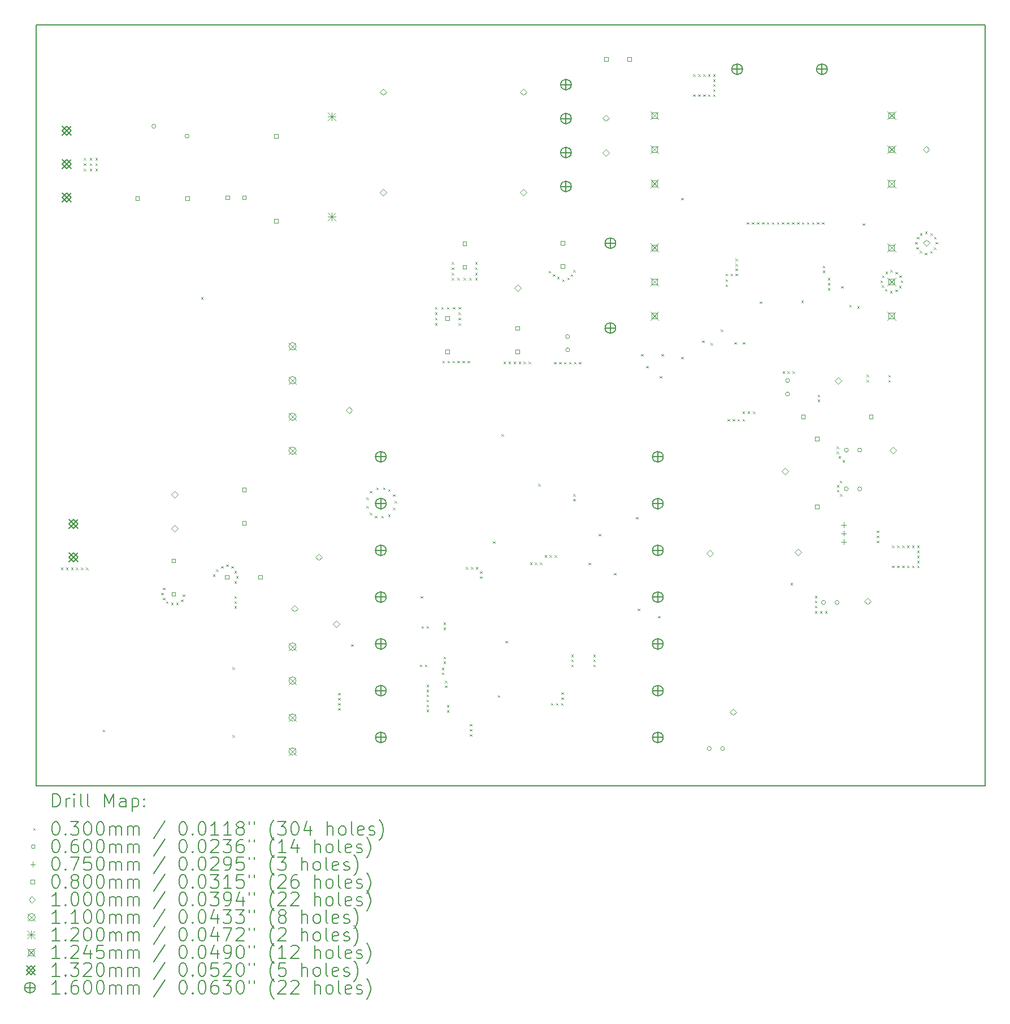
<source format=gbr>
%TF.GenerationSoftware,KiCad,Pcbnew,9.0.1*%
%TF.CreationDate,2025-07-18T15:32:59+03:00*%
%TF.ProjectId,AC-DC G__ kayna__,41432d44-4320-447f-9ce7-206b61796e61,rev?*%
%TF.SameCoordinates,Original*%
%TF.FileFunction,Drillmap*%
%TF.FilePolarity,Positive*%
%FSLAX45Y45*%
G04 Gerber Fmt 4.5, Leading zero omitted, Abs format (unit mm)*
G04 Created by KiCad (PCBNEW 9.0.1) date 2025-07-18 15:32:59*
%MOMM*%
%LPD*%
G01*
G04 APERTURE LIST*
%ADD10C,0.200000*%
%ADD11C,0.100000*%
%ADD12C,0.110000*%
%ADD13C,0.120000*%
%ADD14C,0.124460*%
%ADD15C,0.132000*%
%ADD16C,0.160000*%
G04 APERTURE END LIST*
D10*
X6160000Y-5240000D02*
X20380000Y-5240000D01*
X20380000Y-16620000D01*
X6160000Y-16620000D01*
X6160000Y-5240000D01*
D11*
X6535000Y-13360000D02*
X6565000Y-13390000D01*
X6565000Y-13360000D02*
X6535000Y-13390000D01*
X6610000Y-13360000D02*
X6640000Y-13390000D01*
X6640000Y-13360000D02*
X6610000Y-13390000D01*
X6685000Y-13360000D02*
X6715000Y-13390000D01*
X6715000Y-13360000D02*
X6685000Y-13390000D01*
X6760000Y-13360000D02*
X6790000Y-13390000D01*
X6790000Y-13360000D02*
X6760000Y-13390000D01*
X6835000Y-13360000D02*
X6865000Y-13390000D01*
X6865000Y-13360000D02*
X6835000Y-13390000D01*
X6875000Y-7230000D02*
X6905000Y-7260000D01*
X6905000Y-7230000D02*
X6875000Y-7260000D01*
X6875000Y-7310000D02*
X6905000Y-7340000D01*
X6905000Y-7310000D02*
X6875000Y-7340000D01*
X6875000Y-7390000D02*
X6905000Y-7420000D01*
X6905000Y-7390000D02*
X6875000Y-7420000D01*
X6910000Y-13360000D02*
X6940000Y-13390000D01*
X6940000Y-13360000D02*
X6910000Y-13390000D01*
X6965000Y-7230000D02*
X6995000Y-7260000D01*
X6995000Y-7230000D02*
X6965000Y-7260000D01*
X6965000Y-7310000D02*
X6995000Y-7340000D01*
X6995000Y-7310000D02*
X6965000Y-7340000D01*
X6965000Y-7390000D02*
X6995000Y-7420000D01*
X6995000Y-7390000D02*
X6965000Y-7420000D01*
X7050000Y-7230000D02*
X7080000Y-7260000D01*
X7080000Y-7230000D02*
X7050000Y-7260000D01*
X7050000Y-7310000D02*
X7080000Y-7340000D01*
X7080000Y-7310000D02*
X7050000Y-7340000D01*
X7050000Y-7390000D02*
X7080000Y-7420000D01*
X7080000Y-7390000D02*
X7050000Y-7420000D01*
X7160000Y-15785000D02*
X7190000Y-15815000D01*
X7190000Y-15785000D02*
X7160000Y-15815000D01*
X8035000Y-13735000D02*
X8065000Y-13765000D01*
X8065000Y-13735000D02*
X8035000Y-13765000D01*
X8060000Y-13660000D02*
X8090000Y-13690000D01*
X8090000Y-13660000D02*
X8060000Y-13690000D01*
X8060000Y-13810000D02*
X8090000Y-13840000D01*
X8090000Y-13810000D02*
X8060000Y-13840000D01*
X8110000Y-13860000D02*
X8140000Y-13890000D01*
X8140000Y-13860000D02*
X8110000Y-13890000D01*
X8185000Y-13885000D02*
X8215000Y-13915000D01*
X8215000Y-13885000D02*
X8185000Y-13915000D01*
X8260000Y-13885000D02*
X8290000Y-13915000D01*
X8290000Y-13885000D02*
X8260000Y-13915000D01*
X8335000Y-13835000D02*
X8365000Y-13865000D01*
X8365000Y-13835000D02*
X8335000Y-13865000D01*
X8360000Y-13760000D02*
X8390000Y-13790000D01*
X8390000Y-13760000D02*
X8360000Y-13790000D01*
X8635000Y-9310000D02*
X8665000Y-9340000D01*
X8665000Y-9310000D02*
X8635000Y-9340000D01*
X8810000Y-13460000D02*
X8840000Y-13490000D01*
X8840000Y-13460000D02*
X8810000Y-13490000D01*
X8860000Y-13385000D02*
X8890000Y-13415000D01*
X8890000Y-13385000D02*
X8860000Y-13415000D01*
X8935000Y-13335000D02*
X8965000Y-13365000D01*
X8965000Y-13335000D02*
X8935000Y-13365000D01*
X9010000Y-13310000D02*
X9040000Y-13340000D01*
X9040000Y-13310000D02*
X9010000Y-13340000D01*
X9085000Y-13335000D02*
X9115000Y-13365000D01*
X9115000Y-13335000D02*
X9085000Y-13365000D01*
X9104200Y-14848700D02*
X9134200Y-14878700D01*
X9134200Y-14848700D02*
X9104200Y-14878700D01*
X9104200Y-15864700D02*
X9134200Y-15894700D01*
X9134200Y-15864700D02*
X9104200Y-15894700D01*
X9135000Y-13410000D02*
X9165000Y-13440000D01*
X9165000Y-13410000D02*
X9135000Y-13440000D01*
X9135000Y-13560000D02*
X9165000Y-13590000D01*
X9165000Y-13560000D02*
X9135000Y-13590000D01*
X9135000Y-13785000D02*
X9165000Y-13815000D01*
X9165000Y-13785000D02*
X9135000Y-13815000D01*
X9135000Y-13860000D02*
X9165000Y-13890000D01*
X9165000Y-13860000D02*
X9135000Y-13890000D01*
X9135000Y-13935000D02*
X9165000Y-13965000D01*
X9165000Y-13935000D02*
X9135000Y-13965000D01*
X9160000Y-13485000D02*
X9190000Y-13515000D01*
X9190000Y-13485000D02*
X9160000Y-13515000D01*
X10685000Y-15235000D02*
X10715000Y-15265000D01*
X10715000Y-15235000D02*
X10685000Y-15265000D01*
X10685000Y-15310000D02*
X10715000Y-15340000D01*
X10715000Y-15310000D02*
X10685000Y-15340000D01*
X10685000Y-15385000D02*
X10715000Y-15415000D01*
X10715000Y-15385000D02*
X10685000Y-15415000D01*
X10685000Y-15460000D02*
X10715000Y-15490000D01*
X10715000Y-15460000D02*
X10685000Y-15490000D01*
X10882200Y-14505800D02*
X10912200Y-14535800D01*
X10912200Y-14505800D02*
X10882200Y-14535800D01*
X11110000Y-12310000D02*
X11140000Y-12340000D01*
X11140000Y-12310000D02*
X11110000Y-12340000D01*
X11110000Y-12435000D02*
X11140000Y-12465000D01*
X11140000Y-12435000D02*
X11110000Y-12465000D01*
X11160000Y-12210000D02*
X11190000Y-12240000D01*
X11190000Y-12210000D02*
X11160000Y-12240000D01*
X11160000Y-12535000D02*
X11190000Y-12565000D01*
X11190000Y-12535000D02*
X11160000Y-12565000D01*
X11235000Y-12585000D02*
X11265000Y-12615000D01*
X11265000Y-12585000D02*
X11235000Y-12615000D01*
X11260000Y-12160000D02*
X11290000Y-12190000D01*
X11290000Y-12160000D02*
X11260000Y-12190000D01*
X11335000Y-12585000D02*
X11365000Y-12615000D01*
X11365000Y-12585000D02*
X11335000Y-12615000D01*
X11360000Y-12160000D02*
X11390000Y-12190000D01*
X11390000Y-12160000D02*
X11360000Y-12190000D01*
X11435000Y-12185000D02*
X11465000Y-12215000D01*
X11465000Y-12185000D02*
X11435000Y-12215000D01*
X11435000Y-12560000D02*
X11465000Y-12590000D01*
X11465000Y-12560000D02*
X11435000Y-12590000D01*
X11510000Y-12260000D02*
X11540000Y-12290000D01*
X11540000Y-12260000D02*
X11510000Y-12290000D01*
X11510000Y-12460000D02*
X11540000Y-12490000D01*
X11540000Y-12460000D02*
X11510000Y-12490000D01*
X11535000Y-12360000D02*
X11565000Y-12390000D01*
X11565000Y-12360000D02*
X11535000Y-12390000D01*
X11910000Y-14810000D02*
X11940000Y-14840000D01*
X11940000Y-14810000D02*
X11910000Y-14840000D01*
X11925000Y-13785000D02*
X11955000Y-13815000D01*
X11955000Y-13785000D02*
X11925000Y-13815000D01*
X11935000Y-14235000D02*
X11965000Y-14265000D01*
X11965000Y-14235000D02*
X11935000Y-14265000D01*
X11985000Y-14810000D02*
X12015000Y-14840000D01*
X12015000Y-14810000D02*
X11985000Y-14840000D01*
X12010000Y-14235000D02*
X12040000Y-14265000D01*
X12040000Y-14235000D02*
X12010000Y-14265000D01*
X12010000Y-15110000D02*
X12040000Y-15140000D01*
X12040000Y-15110000D02*
X12010000Y-15140000D01*
X12010000Y-15185000D02*
X12040000Y-15215000D01*
X12040000Y-15185000D02*
X12010000Y-15215000D01*
X12010000Y-15260000D02*
X12040000Y-15290000D01*
X12040000Y-15260000D02*
X12010000Y-15290000D01*
X12010000Y-15335000D02*
X12040000Y-15365000D01*
X12040000Y-15335000D02*
X12010000Y-15365000D01*
X12010000Y-15410000D02*
X12040000Y-15440000D01*
X12040000Y-15410000D02*
X12010000Y-15440000D01*
X12010000Y-15485000D02*
X12040000Y-15515000D01*
X12040000Y-15485000D02*
X12010000Y-15515000D01*
X12140000Y-9460000D02*
X12170000Y-9490000D01*
X12170000Y-9460000D02*
X12140000Y-9490000D01*
X12140000Y-9540000D02*
X12170000Y-9570000D01*
X12170000Y-9540000D02*
X12140000Y-9570000D01*
X12140000Y-9620000D02*
X12170000Y-9650000D01*
X12170000Y-9620000D02*
X12140000Y-9650000D01*
X12140000Y-9620000D02*
X12170000Y-9650000D01*
X12170000Y-9620000D02*
X12140000Y-9650000D01*
X12140000Y-9700000D02*
X12170000Y-9730000D01*
X12170000Y-9700000D02*
X12140000Y-9730000D01*
X12230000Y-9460000D02*
X12260000Y-9490000D01*
X12260000Y-9460000D02*
X12230000Y-9490000D01*
X12240000Y-14855000D02*
X12270000Y-14885000D01*
X12270000Y-14855000D02*
X12240000Y-14885000D01*
X12240000Y-14930000D02*
X12270000Y-14960000D01*
X12270000Y-14930000D02*
X12240000Y-14960000D01*
X12250000Y-10265000D02*
X12280000Y-10295000D01*
X12280000Y-10265000D02*
X12250000Y-10295000D01*
X12265000Y-14180000D02*
X12295000Y-14210000D01*
X12295000Y-14180000D02*
X12265000Y-14210000D01*
X12265000Y-14255000D02*
X12295000Y-14285000D01*
X12295000Y-14255000D02*
X12265000Y-14285000D01*
X12265000Y-14690000D02*
X12295000Y-14720000D01*
X12295000Y-14690000D02*
X12265000Y-14720000D01*
X12265000Y-14765000D02*
X12295000Y-14795000D01*
X12295000Y-14765000D02*
X12265000Y-14795000D01*
X12285000Y-15050000D02*
X12315000Y-15080000D01*
X12315000Y-15050000D02*
X12285000Y-15080000D01*
X12285000Y-15125000D02*
X12315000Y-15155000D01*
X12315000Y-15125000D02*
X12285000Y-15155000D01*
X12315000Y-9460000D02*
X12345000Y-9490000D01*
X12345000Y-9460000D02*
X12315000Y-9490000D01*
X12315000Y-15415000D02*
X12345000Y-15445000D01*
X12345000Y-15415000D02*
X12315000Y-15445000D01*
X12315000Y-15490000D02*
X12345000Y-15520000D01*
X12345000Y-15490000D02*
X12315000Y-15520000D01*
X12325000Y-10265000D02*
X12355000Y-10295000D01*
X12355000Y-10265000D02*
X12325000Y-10295000D01*
X12390000Y-8785000D02*
X12420000Y-8815000D01*
X12420000Y-8785000D02*
X12390000Y-8815000D01*
X12390000Y-8865000D02*
X12420000Y-8895000D01*
X12420000Y-8865000D02*
X12390000Y-8895000D01*
X12390000Y-8865000D02*
X12420000Y-8895000D01*
X12420000Y-8865000D02*
X12390000Y-8895000D01*
X12390000Y-8945000D02*
X12420000Y-8975000D01*
X12420000Y-8945000D02*
X12390000Y-8975000D01*
X12390000Y-9025000D02*
X12420000Y-9055000D01*
X12420000Y-9025000D02*
X12390000Y-9055000D01*
X12400000Y-10265000D02*
X12430000Y-10295000D01*
X12430000Y-10265000D02*
X12400000Y-10295000D01*
X12405000Y-9460000D02*
X12435000Y-9490000D01*
X12435000Y-9460000D02*
X12405000Y-9490000D01*
X12475000Y-9025000D02*
X12505000Y-9055000D01*
X12505000Y-9025000D02*
X12475000Y-9055000D01*
X12475000Y-10265000D02*
X12505000Y-10295000D01*
X12505000Y-10265000D02*
X12475000Y-10295000D01*
X12490000Y-9460000D02*
X12520000Y-9490000D01*
X12520000Y-9460000D02*
X12490000Y-9490000D01*
X12490000Y-9540000D02*
X12520000Y-9570000D01*
X12520000Y-9540000D02*
X12490000Y-9570000D01*
X12490000Y-9620000D02*
X12520000Y-9650000D01*
X12520000Y-9620000D02*
X12490000Y-9650000D01*
X12490000Y-9620000D02*
X12520000Y-9650000D01*
X12520000Y-9620000D02*
X12490000Y-9650000D01*
X12490000Y-9700000D02*
X12520000Y-9730000D01*
X12520000Y-9700000D02*
X12490000Y-9730000D01*
X12550000Y-10265000D02*
X12580000Y-10295000D01*
X12580000Y-10265000D02*
X12550000Y-10295000D01*
X12565000Y-9025000D02*
X12595000Y-9055000D01*
X12595000Y-9025000D02*
X12565000Y-9055000D01*
X12600000Y-13350000D02*
X12630000Y-13380000D01*
X12630000Y-13350000D02*
X12600000Y-13380000D01*
X12625000Y-10265000D02*
X12655000Y-10295000D01*
X12655000Y-10265000D02*
X12625000Y-10295000D01*
X12650000Y-9025000D02*
X12680000Y-9055000D01*
X12680000Y-9025000D02*
X12650000Y-9055000D01*
X12660000Y-15700000D02*
X12690000Y-15730000D01*
X12690000Y-15700000D02*
X12660000Y-15730000D01*
X12660000Y-15775000D02*
X12690000Y-15805000D01*
X12690000Y-15775000D02*
X12660000Y-15805000D01*
X12660000Y-15850000D02*
X12690000Y-15880000D01*
X12690000Y-15850000D02*
X12660000Y-15880000D01*
X12675000Y-13350000D02*
X12705000Y-13380000D01*
X12705000Y-13350000D02*
X12675000Y-13380000D01*
X12740000Y-8785000D02*
X12770000Y-8815000D01*
X12770000Y-8785000D02*
X12740000Y-8815000D01*
X12740000Y-8865000D02*
X12770000Y-8895000D01*
X12770000Y-8865000D02*
X12740000Y-8895000D01*
X12740000Y-8865000D02*
X12770000Y-8895000D01*
X12770000Y-8865000D02*
X12740000Y-8895000D01*
X12740000Y-8945000D02*
X12770000Y-8975000D01*
X12770000Y-8945000D02*
X12740000Y-8975000D01*
X12740000Y-9025000D02*
X12770000Y-9055000D01*
X12770000Y-9025000D02*
X12740000Y-9055000D01*
X12750000Y-13350000D02*
X12780000Y-13380000D01*
X12780000Y-13350000D02*
X12750000Y-13380000D01*
X12812600Y-13413600D02*
X12842600Y-13443600D01*
X12842600Y-13413600D02*
X12812600Y-13443600D01*
X12812600Y-13489800D02*
X12842600Y-13519800D01*
X12842600Y-13489800D02*
X12812600Y-13519800D01*
X13005000Y-12965000D02*
X13035000Y-12995000D01*
X13035000Y-12965000D02*
X13005000Y-12995000D01*
X13079300Y-15267800D02*
X13109300Y-15297800D01*
X13109300Y-15267800D02*
X13079300Y-15297800D01*
X13135000Y-11360000D02*
X13165000Y-11390000D01*
X13165000Y-11360000D02*
X13135000Y-11390000D01*
X13165000Y-10275000D02*
X13195000Y-10305000D01*
X13195000Y-10275000D02*
X13165000Y-10305000D01*
X13193600Y-14455000D02*
X13223600Y-14485000D01*
X13223600Y-14455000D02*
X13193600Y-14485000D01*
X13240000Y-10275000D02*
X13270000Y-10305000D01*
X13270000Y-10275000D02*
X13240000Y-10305000D01*
X13315000Y-10275000D02*
X13345000Y-10305000D01*
X13345000Y-10275000D02*
X13315000Y-10305000D01*
X13390000Y-10275000D02*
X13420000Y-10305000D01*
X13420000Y-10275000D02*
X13390000Y-10305000D01*
X13465000Y-10275000D02*
X13495000Y-10305000D01*
X13495000Y-10275000D02*
X13465000Y-10305000D01*
X13540000Y-10275000D02*
X13570000Y-10305000D01*
X13570000Y-10275000D02*
X13540000Y-10305000D01*
X13560000Y-13280000D02*
X13590000Y-13310000D01*
X13590000Y-13280000D02*
X13560000Y-13310000D01*
X13635000Y-13280000D02*
X13665000Y-13310000D01*
X13665000Y-13280000D02*
X13635000Y-13310000D01*
X13685000Y-12105000D02*
X13715000Y-12135000D01*
X13715000Y-12105000D02*
X13685000Y-12135000D01*
X13710000Y-13280000D02*
X13740000Y-13310000D01*
X13740000Y-13280000D02*
X13710000Y-13310000D01*
X13780000Y-13170000D02*
X13810000Y-13200000D01*
X13810000Y-13170000D02*
X13780000Y-13200000D01*
X13841300Y-8917800D02*
X13871300Y-8947800D01*
X13871300Y-8917800D02*
X13841300Y-8947800D01*
X13855000Y-13170000D02*
X13885000Y-13200000D01*
X13885000Y-13170000D02*
X13855000Y-13200000D01*
X13875000Y-15385000D02*
X13905000Y-15415000D01*
X13905000Y-15385000D02*
X13875000Y-15415000D01*
X13904800Y-8968600D02*
X13934800Y-8998600D01*
X13934800Y-8968600D02*
X13904800Y-8998600D01*
X13920000Y-10280000D02*
X13950000Y-10310000D01*
X13950000Y-10280000D02*
X13920000Y-10310000D01*
X13930000Y-13170000D02*
X13960000Y-13200000D01*
X13960000Y-13170000D02*
X13930000Y-13200000D01*
X13950000Y-15385000D02*
X13980000Y-15415000D01*
X13980000Y-15385000D02*
X13950000Y-15415000D01*
X13968300Y-9006700D02*
X13998300Y-9036700D01*
X13998300Y-9006700D02*
X13968300Y-9036700D01*
X13995000Y-10280000D02*
X14025000Y-10310000D01*
X14025000Y-10280000D02*
X13995000Y-10310000D01*
X14025000Y-15385000D02*
X14055000Y-15415000D01*
X14055000Y-15385000D02*
X14025000Y-15415000D01*
X14030000Y-15225000D02*
X14060000Y-15255000D01*
X14060000Y-15225000D02*
X14030000Y-15255000D01*
X14030000Y-15300000D02*
X14060000Y-15330000D01*
X14060000Y-15300000D02*
X14030000Y-15330000D01*
X14044500Y-9044800D02*
X14074500Y-9074800D01*
X14074500Y-9044800D02*
X14044500Y-9074800D01*
X14070000Y-10280000D02*
X14100000Y-10310000D01*
X14100000Y-10280000D02*
X14070000Y-10310000D01*
X14120700Y-9019400D02*
X14150700Y-9049400D01*
X14150700Y-9019400D02*
X14120700Y-9049400D01*
X14145000Y-10280000D02*
X14175000Y-10310000D01*
X14175000Y-10280000D02*
X14145000Y-10310000D01*
X14171500Y-8968600D02*
X14201500Y-8998600D01*
X14201500Y-8968600D02*
X14171500Y-8998600D01*
X14180000Y-14660000D02*
X14210000Y-14690000D01*
X14210000Y-14660000D02*
X14180000Y-14690000D01*
X14180000Y-14735000D02*
X14210000Y-14765000D01*
X14210000Y-14735000D02*
X14180000Y-14765000D01*
X14180000Y-14810000D02*
X14210000Y-14840000D01*
X14210000Y-14810000D02*
X14180000Y-14840000D01*
X14209600Y-8905100D02*
X14239600Y-8935100D01*
X14239600Y-8905100D02*
X14209600Y-8935100D01*
X14210000Y-12255000D02*
X14240000Y-12285000D01*
X14240000Y-12255000D02*
X14210000Y-12285000D01*
X14210000Y-12330000D02*
X14240000Y-12360000D01*
X14240000Y-12330000D02*
X14210000Y-12360000D01*
X14220000Y-10280000D02*
X14250000Y-10310000D01*
X14250000Y-10280000D02*
X14220000Y-10310000D01*
X14295000Y-10280000D02*
X14325000Y-10310000D01*
X14325000Y-10280000D02*
X14295000Y-10310000D01*
X14438200Y-13286600D02*
X14468200Y-13316600D01*
X14468200Y-13286600D02*
X14438200Y-13316600D01*
X14510000Y-14660000D02*
X14540000Y-14690000D01*
X14540000Y-14660000D02*
X14510000Y-14690000D01*
X14510000Y-14735000D02*
X14540000Y-14765000D01*
X14540000Y-14735000D02*
X14510000Y-14765000D01*
X14510000Y-14810000D02*
X14540000Y-14840000D01*
X14540000Y-14810000D02*
X14510000Y-14840000D01*
X14590600Y-12854800D02*
X14620600Y-12884800D01*
X14620600Y-12854800D02*
X14590600Y-12884800D01*
X14819200Y-13439000D02*
X14849200Y-13469000D01*
X14849200Y-13439000D02*
X14819200Y-13469000D01*
X15149400Y-12600800D02*
X15179400Y-12630800D01*
X15179400Y-12600800D02*
X15149400Y-12630800D01*
X15174800Y-13972400D02*
X15204800Y-14002400D01*
X15204800Y-13972400D02*
X15174800Y-14002400D01*
X15225600Y-10162400D02*
X15255600Y-10192400D01*
X15255600Y-10162400D02*
X15225600Y-10192400D01*
X15301800Y-10340200D02*
X15331800Y-10370200D01*
X15331800Y-10340200D02*
X15301800Y-10370200D01*
X15479000Y-14082000D02*
X15509000Y-14112000D01*
X15509000Y-14082000D02*
X15479000Y-14112000D01*
X15505000Y-10492600D02*
X15535000Y-10522600D01*
X15535000Y-10492600D02*
X15505000Y-10522600D01*
X15530400Y-10162400D02*
X15560400Y-10192400D01*
X15560400Y-10162400D02*
X15530400Y-10192400D01*
X15825000Y-7825000D02*
X15855000Y-7855000D01*
X15855000Y-7825000D02*
X15825000Y-7855000D01*
X15825000Y-10205000D02*
X15855000Y-10235000D01*
X15855000Y-10205000D02*
X15825000Y-10235000D01*
X16005000Y-5975000D02*
X16035000Y-6005000D01*
X16035000Y-5975000D02*
X16005000Y-6005000D01*
X16005000Y-5975000D02*
X16035000Y-6005000D01*
X16035000Y-5975000D02*
X16005000Y-6005000D01*
X16005000Y-6275000D02*
X16035000Y-6305000D01*
X16035000Y-6275000D02*
X16005000Y-6305000D01*
X16005000Y-6275000D02*
X16035000Y-6305000D01*
X16035000Y-6275000D02*
X16005000Y-6305000D01*
X16080000Y-5975000D02*
X16110000Y-6005000D01*
X16110000Y-5975000D02*
X16080000Y-6005000D01*
X16080000Y-6275000D02*
X16110000Y-6305000D01*
X16110000Y-6275000D02*
X16080000Y-6305000D01*
X16140000Y-9959200D02*
X16170000Y-9989200D01*
X16170000Y-9959200D02*
X16140000Y-9989200D01*
X16155000Y-5975000D02*
X16185000Y-6005000D01*
X16185000Y-5975000D02*
X16155000Y-6005000D01*
X16155000Y-6275000D02*
X16185000Y-6305000D01*
X16185000Y-6275000D02*
X16155000Y-6305000D01*
X16230000Y-5975000D02*
X16260000Y-6005000D01*
X16260000Y-5975000D02*
X16230000Y-6005000D01*
X16230000Y-6275000D02*
X16260000Y-6305000D01*
X16260000Y-6275000D02*
X16230000Y-6305000D01*
X16267000Y-9997300D02*
X16297000Y-10027300D01*
X16297000Y-9997300D02*
X16267000Y-10027300D01*
X16305000Y-5975000D02*
X16335000Y-6005000D01*
X16335000Y-5975000D02*
X16305000Y-6005000D01*
X16305000Y-5975000D02*
X16335000Y-6005000D01*
X16335000Y-5975000D02*
X16305000Y-6005000D01*
X16305000Y-5975000D02*
X16335000Y-6005000D01*
X16335000Y-5975000D02*
X16305000Y-6005000D01*
X16305000Y-6050000D02*
X16335000Y-6080000D01*
X16335000Y-6050000D02*
X16305000Y-6080000D01*
X16305000Y-6125000D02*
X16335000Y-6155000D01*
X16335000Y-6125000D02*
X16305000Y-6155000D01*
X16305000Y-6200000D02*
X16335000Y-6230000D01*
X16335000Y-6200000D02*
X16305000Y-6230000D01*
X16305000Y-6275000D02*
X16335000Y-6305000D01*
X16335000Y-6275000D02*
X16305000Y-6305000D01*
X16305000Y-6275000D02*
X16335000Y-6305000D01*
X16335000Y-6275000D02*
X16305000Y-6305000D01*
X16419400Y-9795000D02*
X16449400Y-9825000D01*
X16449400Y-9795000D02*
X16419400Y-9825000D01*
X16490000Y-8960000D02*
X16520000Y-8990000D01*
X16520000Y-8960000D02*
X16490000Y-8990000D01*
X16490000Y-9045000D02*
X16520000Y-9075000D01*
X16520000Y-9045000D02*
X16490000Y-9075000D01*
X16490000Y-9120000D02*
X16520000Y-9150000D01*
X16520000Y-9120000D02*
X16490000Y-9150000D01*
X16520000Y-11135000D02*
X16550000Y-11165000D01*
X16550000Y-11135000D02*
X16520000Y-11165000D01*
X16565000Y-8960000D02*
X16595000Y-8990000D01*
X16595000Y-8960000D02*
X16565000Y-8990000D01*
X16595000Y-11135000D02*
X16625000Y-11165000D01*
X16625000Y-11135000D02*
X16595000Y-11165000D01*
X16622600Y-9984600D02*
X16652600Y-10014600D01*
X16652600Y-9984600D02*
X16622600Y-10014600D01*
X16640000Y-8735000D02*
X16670000Y-8765000D01*
X16670000Y-8735000D02*
X16640000Y-8765000D01*
X16640000Y-8810000D02*
X16670000Y-8840000D01*
X16670000Y-8810000D02*
X16640000Y-8840000D01*
X16640000Y-8885000D02*
X16670000Y-8915000D01*
X16670000Y-8885000D02*
X16640000Y-8915000D01*
X16640000Y-8960000D02*
X16670000Y-8990000D01*
X16670000Y-8960000D02*
X16640000Y-8990000D01*
X16670000Y-11135000D02*
X16700000Y-11165000D01*
X16700000Y-11135000D02*
X16670000Y-11165000D01*
X16745000Y-11020000D02*
X16775000Y-11050000D01*
X16775000Y-11020000D02*
X16745000Y-11050000D01*
X16745000Y-11135000D02*
X16775000Y-11165000D01*
X16775000Y-11135000D02*
X16745000Y-11165000D01*
X16749600Y-9984600D02*
X16779600Y-10014600D01*
X16779600Y-9984600D02*
X16749600Y-10014600D01*
X16810000Y-8190000D02*
X16840000Y-8220000D01*
X16840000Y-8190000D02*
X16810000Y-8220000D01*
X16820000Y-11020000D02*
X16850000Y-11050000D01*
X16850000Y-11020000D02*
X16820000Y-11050000D01*
X16885000Y-8190000D02*
X16915000Y-8220000D01*
X16915000Y-8190000D02*
X16885000Y-8220000D01*
X16900000Y-11020000D02*
X16930000Y-11050000D01*
X16930000Y-11020000D02*
X16900000Y-11050000D01*
X16960000Y-8190000D02*
X16990000Y-8220000D01*
X16990000Y-8190000D02*
X16960000Y-8220000D01*
X17003600Y-9375000D02*
X17033600Y-9405000D01*
X17033600Y-9375000D02*
X17003600Y-9405000D01*
X17035000Y-8190000D02*
X17065000Y-8220000D01*
X17065000Y-8190000D02*
X17035000Y-8220000D01*
X17110000Y-8190000D02*
X17140000Y-8220000D01*
X17140000Y-8190000D02*
X17110000Y-8220000D01*
X17185000Y-8190000D02*
X17215000Y-8220000D01*
X17215000Y-8190000D02*
X17185000Y-8220000D01*
X17260000Y-8190000D02*
X17290000Y-8220000D01*
X17290000Y-8190000D02*
X17260000Y-8220000D01*
X17335000Y-8190000D02*
X17365000Y-8220000D01*
X17365000Y-8190000D02*
X17335000Y-8220000D01*
X17345000Y-10420000D02*
X17375000Y-10450000D01*
X17375000Y-10420000D02*
X17345000Y-10450000D01*
X17410000Y-8190000D02*
X17440000Y-8220000D01*
X17440000Y-8190000D02*
X17410000Y-8220000D01*
X17420000Y-10420000D02*
X17450000Y-10450000D01*
X17450000Y-10420000D02*
X17420000Y-10450000D01*
X17465000Y-13585000D02*
X17495000Y-13615000D01*
X17495000Y-13585000D02*
X17465000Y-13615000D01*
X17485000Y-8190000D02*
X17515000Y-8220000D01*
X17515000Y-8190000D02*
X17485000Y-8220000D01*
X17495000Y-10420000D02*
X17525000Y-10450000D01*
X17525000Y-10420000D02*
X17495000Y-10450000D01*
X17560000Y-8190000D02*
X17590000Y-8220000D01*
X17590000Y-8190000D02*
X17560000Y-8220000D01*
X17625900Y-9362300D02*
X17655900Y-9392300D01*
X17655900Y-9362300D02*
X17625900Y-9392300D01*
X17635000Y-8190000D02*
X17665000Y-8220000D01*
X17665000Y-8190000D02*
X17635000Y-8220000D01*
X17710000Y-8190000D02*
X17740000Y-8220000D01*
X17740000Y-8190000D02*
X17710000Y-8220000D01*
X17785000Y-8190000D02*
X17815000Y-8220000D01*
X17815000Y-8190000D02*
X17785000Y-8220000D01*
X17830000Y-13780000D02*
X17860000Y-13810000D01*
X17860000Y-13780000D02*
X17830000Y-13810000D01*
X17830000Y-13855000D02*
X17860000Y-13885000D01*
X17860000Y-13855000D02*
X17830000Y-13885000D01*
X17830000Y-13930000D02*
X17860000Y-13960000D01*
X17860000Y-13930000D02*
X17830000Y-13960000D01*
X17830000Y-14010000D02*
X17860000Y-14040000D01*
X17860000Y-14010000D02*
X17830000Y-14040000D01*
X17860000Y-8190000D02*
X17890000Y-8220000D01*
X17890000Y-8190000D02*
X17860000Y-8220000D01*
X17870000Y-10770000D02*
X17900000Y-10800000D01*
X17900000Y-10770000D02*
X17870000Y-10800000D01*
X17870000Y-10845000D02*
X17900000Y-10875000D01*
X17900000Y-10845000D02*
X17870000Y-10875000D01*
X17905000Y-14010000D02*
X17935000Y-14040000D01*
X17935000Y-14010000D02*
X17905000Y-14040000D01*
X17935000Y-8190000D02*
X17965000Y-8220000D01*
X17965000Y-8190000D02*
X17935000Y-8220000D01*
X17945000Y-8840000D02*
X17975000Y-8870000D01*
X17975000Y-8840000D02*
X17945000Y-8870000D01*
X17945000Y-8915000D02*
X17975000Y-8945000D01*
X17975000Y-8915000D02*
X17945000Y-8945000D01*
X17980000Y-14010000D02*
X18010000Y-14040000D01*
X18010000Y-14010000D02*
X17980000Y-14040000D01*
X18025000Y-9025000D02*
X18055000Y-9055000D01*
X18055000Y-9025000D02*
X18025000Y-9055000D01*
X18025000Y-9100000D02*
X18055000Y-9130000D01*
X18055000Y-9100000D02*
X18025000Y-9130000D01*
X18025000Y-9175000D02*
X18055000Y-9205000D01*
X18055000Y-9175000D02*
X18025000Y-9205000D01*
X18155000Y-11545000D02*
X18185000Y-11575000D01*
X18185000Y-11545000D02*
X18155000Y-11575000D01*
X18155000Y-11620000D02*
X18185000Y-11650000D01*
X18185000Y-11620000D02*
X18155000Y-11650000D01*
X18160000Y-12120000D02*
X18190000Y-12150000D01*
X18190000Y-12120000D02*
X18160000Y-12150000D01*
X18160000Y-12195000D02*
X18190000Y-12225000D01*
X18190000Y-12195000D02*
X18160000Y-12225000D01*
X18185000Y-11690000D02*
X18215000Y-11720000D01*
X18215000Y-11690000D02*
X18185000Y-11720000D01*
X18200000Y-12060000D02*
X18230000Y-12090000D01*
X18230000Y-12060000D02*
X18200000Y-12090000D01*
X18205000Y-12255000D02*
X18235000Y-12285000D01*
X18235000Y-12255000D02*
X18205000Y-12285000D01*
X18222800Y-9146400D02*
X18252800Y-9176400D01*
X18252800Y-9146400D02*
X18222800Y-9176400D01*
X18245000Y-11750000D02*
X18275000Y-11780000D01*
X18275000Y-11750000D02*
X18245000Y-11780000D01*
X18345000Y-9425000D02*
X18375000Y-9455000D01*
X18375000Y-9425000D02*
X18345000Y-9455000D01*
X18465000Y-9445000D02*
X18495000Y-9475000D01*
X18495000Y-9445000D02*
X18465000Y-9475000D01*
X18545000Y-8205000D02*
X18575000Y-8235000D01*
X18575000Y-8205000D02*
X18545000Y-8235000D01*
X18605000Y-10470000D02*
X18635000Y-10500000D01*
X18635000Y-10470000D02*
X18605000Y-10500000D01*
X18605000Y-10545000D02*
X18635000Y-10575000D01*
X18635000Y-10545000D02*
X18605000Y-10575000D01*
X18755000Y-12805000D02*
X18785000Y-12835000D01*
X18785000Y-12805000D02*
X18755000Y-12835000D01*
X18755000Y-12880000D02*
X18785000Y-12910000D01*
X18785000Y-12880000D02*
X18755000Y-12910000D01*
X18755000Y-12955000D02*
X18785000Y-12985000D01*
X18785000Y-12955000D02*
X18755000Y-12985000D01*
X18810000Y-9060000D02*
X18840000Y-9090000D01*
X18840000Y-9060000D02*
X18810000Y-9090000D01*
X18830000Y-9135000D02*
X18860000Y-9165000D01*
X18860000Y-9135000D02*
X18830000Y-9165000D01*
X18835000Y-8985000D02*
X18865000Y-9015000D01*
X18865000Y-8985000D02*
X18835000Y-9015000D01*
X18880000Y-9190000D02*
X18910000Y-9220000D01*
X18910000Y-9190000D02*
X18880000Y-9220000D01*
X18885000Y-8930000D02*
X18915000Y-8960000D01*
X18915000Y-8930000D02*
X18885000Y-8960000D01*
X18930000Y-10475000D02*
X18960000Y-10505000D01*
X18960000Y-10475000D02*
X18930000Y-10505000D01*
X18930000Y-10550000D02*
X18960000Y-10580000D01*
X18960000Y-10550000D02*
X18930000Y-10580000D01*
X18955000Y-9220000D02*
X18985000Y-9250000D01*
X18985000Y-9220000D02*
X18955000Y-9250000D01*
X18960000Y-8905000D02*
X18990000Y-8935000D01*
X18990000Y-8905000D02*
X18960000Y-8935000D01*
X18985000Y-13030000D02*
X19015000Y-13060000D01*
X19015000Y-13030000D02*
X18985000Y-13060000D01*
X18985000Y-13330000D02*
X19015000Y-13360000D01*
X19015000Y-13330000D02*
X18985000Y-13360000D01*
X19035000Y-8935000D02*
X19065000Y-8965000D01*
X19065000Y-8935000D02*
X19035000Y-8965000D01*
X19035000Y-9195000D02*
X19065000Y-9225000D01*
X19065000Y-9195000D02*
X19035000Y-9225000D01*
X19060000Y-13030000D02*
X19090000Y-13060000D01*
X19090000Y-13030000D02*
X19060000Y-13060000D01*
X19060000Y-13330000D02*
X19090000Y-13360000D01*
X19090000Y-13330000D02*
X19060000Y-13360000D01*
X19090000Y-9140000D02*
X19120000Y-9170000D01*
X19120000Y-9140000D02*
X19090000Y-9170000D01*
X19095000Y-8985000D02*
X19125000Y-9015000D01*
X19125000Y-8985000D02*
X19095000Y-9015000D01*
X19115000Y-9060000D02*
X19145000Y-9090000D01*
X19145000Y-9060000D02*
X19115000Y-9090000D01*
X19135000Y-13030000D02*
X19165000Y-13060000D01*
X19165000Y-13030000D02*
X19135000Y-13060000D01*
X19135000Y-13330000D02*
X19165000Y-13360000D01*
X19165000Y-13330000D02*
X19135000Y-13360000D01*
X19210000Y-13030000D02*
X19240000Y-13060000D01*
X19240000Y-13030000D02*
X19210000Y-13060000D01*
X19210000Y-13330000D02*
X19240000Y-13360000D01*
X19240000Y-13330000D02*
X19210000Y-13360000D01*
X19285000Y-13030000D02*
X19315000Y-13060000D01*
X19315000Y-13030000D02*
X19285000Y-13060000D01*
X19285000Y-13330000D02*
X19315000Y-13360000D01*
X19315000Y-13330000D02*
X19285000Y-13360000D01*
X19330000Y-8485000D02*
X19360000Y-8515000D01*
X19360000Y-8485000D02*
X19330000Y-8515000D01*
X19350000Y-8560000D02*
X19380000Y-8590000D01*
X19380000Y-8560000D02*
X19350000Y-8590000D01*
X19355000Y-8410000D02*
X19385000Y-8440000D01*
X19385000Y-8410000D02*
X19355000Y-8440000D01*
X19360000Y-13030000D02*
X19390000Y-13060000D01*
X19390000Y-13030000D02*
X19360000Y-13060000D01*
X19360000Y-13030000D02*
X19390000Y-13060000D01*
X19390000Y-13030000D02*
X19360000Y-13060000D01*
X19360000Y-13105000D02*
X19390000Y-13135000D01*
X19390000Y-13105000D02*
X19360000Y-13135000D01*
X19360000Y-13180000D02*
X19390000Y-13210000D01*
X19390000Y-13180000D02*
X19360000Y-13210000D01*
X19360000Y-13255000D02*
X19390000Y-13285000D01*
X19390000Y-13255000D02*
X19360000Y-13285000D01*
X19360000Y-13330000D02*
X19390000Y-13360000D01*
X19390000Y-13330000D02*
X19360000Y-13360000D01*
X19400000Y-8615000D02*
X19430000Y-8645000D01*
X19430000Y-8615000D02*
X19400000Y-8645000D01*
X19405000Y-8355000D02*
X19435000Y-8385000D01*
X19435000Y-8355000D02*
X19405000Y-8385000D01*
X19475000Y-8645000D02*
X19505000Y-8675000D01*
X19505000Y-8645000D02*
X19475000Y-8675000D01*
X19480000Y-8330000D02*
X19510000Y-8360000D01*
X19510000Y-8330000D02*
X19480000Y-8360000D01*
X19555000Y-8620000D02*
X19585000Y-8650000D01*
X19585000Y-8620000D02*
X19555000Y-8650000D01*
X19560000Y-8355000D02*
X19590000Y-8385000D01*
X19590000Y-8355000D02*
X19560000Y-8385000D01*
X19610000Y-8565000D02*
X19640000Y-8595000D01*
X19640000Y-8565000D02*
X19610000Y-8595000D01*
X19615000Y-8410000D02*
X19645000Y-8440000D01*
X19645000Y-8410000D02*
X19615000Y-8440000D01*
X19635000Y-8485000D02*
X19665000Y-8515000D01*
X19665000Y-8485000D02*
X19635000Y-8515000D01*
X7955000Y-6753333D02*
G75*
G02*
X7895000Y-6753333I-30000J0D01*
G01*
X7895000Y-6753333D02*
G75*
G02*
X7955000Y-6753333I30000J0D01*
G01*
X8455000Y-6900000D02*
G75*
G02*
X8395000Y-6900000I-30000J0D01*
G01*
X8395000Y-6900000D02*
G75*
G02*
X8455000Y-6900000I30000J0D01*
G01*
X14155000Y-9900000D02*
G75*
G02*
X14095000Y-9900000I-30000J0D01*
G01*
X14095000Y-9900000D02*
G75*
G02*
X14155000Y-9900000I30000J0D01*
G01*
X14155000Y-10100000D02*
G75*
G02*
X14095000Y-10100000I-30000J0D01*
G01*
X14095000Y-10100000D02*
G75*
G02*
X14155000Y-10100000I30000J0D01*
G01*
X16276500Y-16065500D02*
G75*
G02*
X16216500Y-16065500I-30000J0D01*
G01*
X16216500Y-16065500D02*
G75*
G02*
X16276500Y-16065500I30000J0D01*
G01*
X16476500Y-16065500D02*
G75*
G02*
X16416500Y-16065500I-30000J0D01*
G01*
X16416500Y-16065500D02*
G75*
G02*
X16476500Y-16065500I30000J0D01*
G01*
X17450000Y-10560000D02*
G75*
G02*
X17390000Y-10560000I-30000J0D01*
G01*
X17390000Y-10560000D02*
G75*
G02*
X17450000Y-10560000I30000J0D01*
G01*
X17450000Y-10760000D02*
G75*
G02*
X17390000Y-10760000I-30000J0D01*
G01*
X17390000Y-10760000D02*
G75*
G02*
X17450000Y-10760000I30000J0D01*
G01*
X17990000Y-13880000D02*
G75*
G02*
X17930000Y-13880000I-30000J0D01*
G01*
X17930000Y-13880000D02*
G75*
G02*
X17990000Y-13880000I30000J0D01*
G01*
X18190000Y-13880000D02*
G75*
G02*
X18130000Y-13880000I-30000J0D01*
G01*
X18130000Y-13880000D02*
G75*
G02*
X18190000Y-13880000I30000J0D01*
G01*
X18330000Y-11600000D02*
G75*
G02*
X18270000Y-11600000I-30000J0D01*
G01*
X18270000Y-11600000D02*
G75*
G02*
X18330000Y-11600000I30000J0D01*
G01*
X18330000Y-12180000D02*
G75*
G02*
X18270000Y-12180000I-30000J0D01*
G01*
X18270000Y-12180000D02*
G75*
G02*
X18330000Y-12180000I30000J0D01*
G01*
X18530000Y-11600000D02*
G75*
G02*
X18470000Y-11600000I-30000J0D01*
G01*
X18470000Y-11600000D02*
G75*
G02*
X18530000Y-11600000I30000J0D01*
G01*
X18530000Y-12180000D02*
G75*
G02*
X18470000Y-12180000I-30000J0D01*
G01*
X18470000Y-12180000D02*
G75*
G02*
X18530000Y-12180000I30000J0D01*
G01*
X18260000Y-12682500D02*
X18260000Y-12757500D01*
X18222500Y-12720000D02*
X18297500Y-12720000D01*
X18260000Y-12809500D02*
X18260000Y-12884500D01*
X18222500Y-12847000D02*
X18297500Y-12847000D01*
X18260000Y-12936500D02*
X18260000Y-13011500D01*
X18222500Y-12974000D02*
X18297500Y-12974000D01*
X7708284Y-7858284D02*
X7708284Y-7801715D01*
X7651715Y-7801715D01*
X7651715Y-7858284D01*
X7708284Y-7858284D01*
X8248284Y-13281784D02*
X8248284Y-13225215D01*
X8191715Y-13225215D01*
X8191715Y-13281784D01*
X8248284Y-13281784D01*
X8248284Y-13781784D02*
X8248284Y-13725215D01*
X8191715Y-13725215D01*
X8191715Y-13781784D01*
X8248284Y-13781784D01*
X8458285Y-7858284D02*
X8458285Y-7801715D01*
X8401716Y-7801715D01*
X8401716Y-7858284D01*
X8458285Y-7858284D01*
X9048285Y-13528284D02*
X9048285Y-13471715D01*
X8991716Y-13471715D01*
X8991716Y-13528284D01*
X9048285Y-13528284D01*
X9058285Y-7848284D02*
X9058285Y-7791715D01*
X9001716Y-7791715D01*
X9001716Y-7848284D01*
X9058285Y-7848284D01*
X9308285Y-7848284D02*
X9308285Y-7791715D01*
X9251716Y-7791715D01*
X9251716Y-7848284D01*
X9308285Y-7848284D01*
X9308285Y-12218284D02*
X9308285Y-12161715D01*
X9251716Y-12161715D01*
X9251716Y-12218284D01*
X9308285Y-12218284D01*
X9308285Y-12718284D02*
X9308285Y-12661715D01*
X9251716Y-12661715D01*
X9251716Y-12718284D01*
X9308285Y-12718284D01*
X9548285Y-13528284D02*
X9548285Y-13471715D01*
X9491716Y-13471715D01*
X9491716Y-13528284D01*
X9548285Y-13528284D01*
X9788285Y-6928284D02*
X9788285Y-6871715D01*
X9731716Y-6871715D01*
X9731716Y-6928284D01*
X9788285Y-6928284D01*
X9788285Y-8198284D02*
X9788285Y-8141715D01*
X9731716Y-8141715D01*
X9731716Y-8198284D01*
X9788285Y-8198284D01*
X12353284Y-9653285D02*
X12353284Y-9596716D01*
X12296715Y-9596716D01*
X12296715Y-9653285D01*
X12353284Y-9653285D01*
X12353284Y-10153285D02*
X12353284Y-10096716D01*
X12296715Y-10096716D01*
X12296715Y-10153285D01*
X12353284Y-10153285D01*
X12608284Y-8538285D02*
X12608284Y-8481716D01*
X12551715Y-8481716D01*
X12551715Y-8538285D01*
X12608284Y-8538285D01*
X12608284Y-8888285D02*
X12608284Y-8831716D01*
X12551715Y-8831716D01*
X12551715Y-8888285D01*
X12608284Y-8888285D01*
X13403284Y-9803285D02*
X13403284Y-9746716D01*
X13346715Y-9746716D01*
X13346715Y-9803285D01*
X13403284Y-9803285D01*
X13403284Y-10153285D02*
X13403284Y-10096716D01*
X13346715Y-10096716D01*
X13346715Y-10153285D01*
X13403284Y-10153285D01*
X14078284Y-8528285D02*
X14078284Y-8471716D01*
X14021715Y-8471716D01*
X14021715Y-8528285D01*
X14078284Y-8528285D01*
X14078284Y-8878285D02*
X14078284Y-8821716D01*
X14021715Y-8821716D01*
X14021715Y-8878285D01*
X14078284Y-8878285D01*
X14728284Y-5778284D02*
X14728284Y-5721715D01*
X14671715Y-5721715D01*
X14671715Y-5778284D01*
X14728284Y-5778284D01*
X15078284Y-5778284D02*
X15078284Y-5721715D01*
X15021715Y-5721715D01*
X15021715Y-5778284D01*
X15078284Y-5778284D01*
X17680285Y-11128285D02*
X17680285Y-11071716D01*
X17623716Y-11071716D01*
X17623716Y-11128285D01*
X17680285Y-11128285D01*
X17888285Y-11460284D02*
X17888285Y-11403715D01*
X17831716Y-11403715D01*
X17831716Y-11460284D01*
X17888285Y-11460284D01*
X17888285Y-12476284D02*
X17888285Y-12419715D01*
X17831716Y-12419715D01*
X17831716Y-12476284D01*
X17888285Y-12476284D01*
X18696285Y-11128285D02*
X18696285Y-11071716D01*
X18639716Y-11071716D01*
X18639716Y-11128285D01*
X18696285Y-11128285D01*
X8240000Y-12316000D02*
X8290000Y-12266000D01*
X8240000Y-12216000D01*
X8190000Y-12266000D01*
X8240000Y-12316000D01*
X8240000Y-12824000D02*
X8290000Y-12774000D01*
X8240000Y-12724000D01*
X8190000Y-12774000D01*
X8240000Y-12824000D01*
X10033000Y-14020000D02*
X10083000Y-13970000D01*
X10033000Y-13920000D01*
X9983000Y-13970000D01*
X10033000Y-14020000D01*
X10400000Y-13250000D02*
X10450000Y-13200000D01*
X10400000Y-13150000D01*
X10350000Y-13200000D01*
X10400000Y-13250000D01*
X10660000Y-14250000D02*
X10710000Y-14200000D01*
X10660000Y-14150000D01*
X10610000Y-14200000D01*
X10660000Y-14250000D01*
X10850000Y-11050000D02*
X10900000Y-11000000D01*
X10850000Y-10950000D01*
X10800000Y-11000000D01*
X10850000Y-11050000D01*
X11365000Y-6290000D02*
X11415000Y-6240000D01*
X11365000Y-6190000D01*
X11315000Y-6240000D01*
X11365000Y-6290000D01*
X11365000Y-7790000D02*
X11415000Y-7740000D01*
X11365000Y-7690000D01*
X11315000Y-7740000D01*
X11365000Y-7790000D01*
X13375000Y-9225000D02*
X13425000Y-9175000D01*
X13375000Y-9125000D01*
X13325000Y-9175000D01*
X13375000Y-9225000D01*
X13465000Y-6290000D02*
X13515000Y-6240000D01*
X13465000Y-6190000D01*
X13415000Y-6240000D01*
X13465000Y-6290000D01*
X13465000Y-7790000D02*
X13515000Y-7740000D01*
X13465000Y-7690000D01*
X13415000Y-7740000D01*
X13465000Y-7790000D01*
X14695000Y-6680000D02*
X14745000Y-6630000D01*
X14695000Y-6580000D01*
X14645000Y-6630000D01*
X14695000Y-6680000D01*
X14695000Y-7200000D02*
X14745000Y-7150000D01*
X14695000Y-7100000D01*
X14645000Y-7150000D01*
X14695000Y-7200000D01*
X16256000Y-13194500D02*
X16306000Y-13144500D01*
X16256000Y-13094500D01*
X16206000Y-13144500D01*
X16256000Y-13194500D01*
X16600000Y-15570000D02*
X16650000Y-15520000D01*
X16600000Y-15470000D01*
X16550000Y-15520000D01*
X16600000Y-15570000D01*
X17380000Y-11970000D02*
X17430000Y-11920000D01*
X17380000Y-11870000D01*
X17330000Y-11920000D01*
X17380000Y-11970000D01*
X17575000Y-13175000D02*
X17625000Y-13125000D01*
X17575000Y-13075000D01*
X17525000Y-13125000D01*
X17575000Y-13175000D01*
X18180000Y-10610000D02*
X18230000Y-10560000D01*
X18180000Y-10510000D01*
X18130000Y-10560000D01*
X18180000Y-10610000D01*
X18620000Y-13910000D02*
X18670000Y-13860000D01*
X18620000Y-13810000D01*
X18570000Y-13860000D01*
X18620000Y-13910000D01*
X19000000Y-11650000D02*
X19050000Y-11600000D01*
X19000000Y-11550000D01*
X18950000Y-11600000D01*
X19000000Y-11650000D01*
X19495000Y-7150000D02*
X19545000Y-7100000D01*
X19495000Y-7050000D01*
X19445000Y-7100000D01*
X19495000Y-7150000D01*
X19500000Y-8550000D02*
X19550000Y-8500000D01*
X19500000Y-8450000D01*
X19450000Y-8500000D01*
X19500000Y-8550000D01*
D12*
X9948500Y-9991000D02*
X10058500Y-10101000D01*
X10058500Y-9991000D02*
X9948500Y-10101000D01*
X10058500Y-10046000D02*
G75*
G02*
X9948500Y-10046000I-55000J0D01*
G01*
X9948500Y-10046000D02*
G75*
G02*
X10058500Y-10046000I55000J0D01*
G01*
X9948500Y-10499000D02*
X10058500Y-10609000D01*
X10058500Y-10499000D02*
X9948500Y-10609000D01*
X10058500Y-10554000D02*
G75*
G02*
X9948500Y-10554000I-55000J0D01*
G01*
X9948500Y-10554000D02*
G75*
G02*
X10058500Y-10554000I55000J0D01*
G01*
X9948500Y-11045000D02*
X10058500Y-11155000D01*
X10058500Y-11045000D02*
X9948500Y-11155000D01*
X10058500Y-11100000D02*
G75*
G02*
X9948500Y-11100000I-55000J0D01*
G01*
X9948500Y-11100000D02*
G75*
G02*
X10058500Y-11100000I55000J0D01*
G01*
X9948500Y-11553000D02*
X10058500Y-11663000D01*
X10058500Y-11553000D02*
X9948500Y-11663000D01*
X10058500Y-11608000D02*
G75*
G02*
X9948500Y-11608000I-55000J0D01*
G01*
X9948500Y-11608000D02*
G75*
G02*
X10058500Y-11608000I55000J0D01*
G01*
X9948500Y-14486500D02*
X10058500Y-14596500D01*
X10058500Y-14486500D02*
X9948500Y-14596500D01*
X10058500Y-14541500D02*
G75*
G02*
X9948500Y-14541500I-55000J0D01*
G01*
X9948500Y-14541500D02*
G75*
G02*
X10058500Y-14541500I55000J0D01*
G01*
X9948500Y-14994500D02*
X10058500Y-15104500D01*
X10058500Y-14994500D02*
X9948500Y-15104500D01*
X10058500Y-15049500D02*
G75*
G02*
X9948500Y-15049500I-55000J0D01*
G01*
X9948500Y-15049500D02*
G75*
G02*
X10058500Y-15049500I55000J0D01*
G01*
X9948500Y-15546500D02*
X10058500Y-15656500D01*
X10058500Y-15546500D02*
X9948500Y-15656500D01*
X10058500Y-15601500D02*
G75*
G02*
X9948500Y-15601500I-55000J0D01*
G01*
X9948500Y-15601500D02*
G75*
G02*
X10058500Y-15601500I55000J0D01*
G01*
X9948500Y-16054500D02*
X10058500Y-16164500D01*
X10058500Y-16054500D02*
X9948500Y-16164500D01*
X10058500Y-16109500D02*
G75*
G02*
X9948500Y-16109500I-55000J0D01*
G01*
X9948500Y-16109500D02*
G75*
G02*
X10058500Y-16109500I55000J0D01*
G01*
D13*
X10530000Y-6545000D02*
X10650000Y-6665000D01*
X10650000Y-6545000D02*
X10530000Y-6665000D01*
X10590000Y-6545000D02*
X10590000Y-6665000D01*
X10530000Y-6605000D02*
X10650000Y-6605000D01*
X10530000Y-8045000D02*
X10650000Y-8165000D01*
X10650000Y-8045000D02*
X10530000Y-8165000D01*
X10590000Y-8045000D02*
X10590000Y-8165000D01*
X10530000Y-8105000D02*
X10650000Y-8105000D01*
D14*
X15362770Y-6527769D02*
X15487230Y-6652229D01*
X15487230Y-6527769D02*
X15362770Y-6652229D01*
X15469004Y-6634003D02*
X15469004Y-6545995D01*
X15380996Y-6545995D01*
X15380996Y-6634003D01*
X15469004Y-6634003D01*
X15362770Y-7037770D02*
X15487230Y-7162230D01*
X15487230Y-7037770D02*
X15362770Y-7162230D01*
X15469004Y-7144004D02*
X15469004Y-7055996D01*
X15380996Y-7055996D01*
X15380996Y-7144004D01*
X15469004Y-7144004D01*
X15362770Y-7547769D02*
X15487230Y-7672229D01*
X15487230Y-7547769D02*
X15362770Y-7672229D01*
X15469004Y-7654003D02*
X15469004Y-7565996D01*
X15380996Y-7565996D01*
X15380996Y-7654003D01*
X15469004Y-7654003D01*
X15362770Y-8507770D02*
X15487230Y-8632230D01*
X15487230Y-8507770D02*
X15362770Y-8632230D01*
X15469004Y-8614003D02*
X15469004Y-8525996D01*
X15380996Y-8525996D01*
X15380996Y-8614003D01*
X15469004Y-8614003D01*
X15362770Y-9017769D02*
X15487230Y-9142229D01*
X15487230Y-9017769D02*
X15362770Y-9142229D01*
X15469004Y-9124003D02*
X15469004Y-9035995D01*
X15380996Y-9035995D01*
X15380996Y-9124003D01*
X15469004Y-9124003D01*
X15362770Y-9527770D02*
X15487230Y-9652230D01*
X15487230Y-9527770D02*
X15362770Y-9652230D01*
X15469004Y-9634004D02*
X15469004Y-9545996D01*
X15380996Y-9545996D01*
X15380996Y-9634004D01*
X15469004Y-9634004D01*
X18912771Y-6527769D02*
X19037231Y-6652229D01*
X19037231Y-6527769D02*
X18912771Y-6652229D01*
X19019004Y-6634003D02*
X19019004Y-6545995D01*
X18930997Y-6545995D01*
X18930997Y-6634003D01*
X19019004Y-6634003D01*
X18912771Y-7037770D02*
X19037231Y-7162230D01*
X19037231Y-7037770D02*
X18912771Y-7162230D01*
X19019004Y-7144004D02*
X19019004Y-7055996D01*
X18930997Y-7055996D01*
X18930997Y-7144004D01*
X19019004Y-7144004D01*
X18912771Y-7547769D02*
X19037231Y-7672229D01*
X19037231Y-7547769D02*
X18912771Y-7672229D01*
X19019004Y-7654003D02*
X19019004Y-7565996D01*
X18930997Y-7565996D01*
X18930997Y-7654003D01*
X19019004Y-7654003D01*
X18912771Y-8507770D02*
X19037231Y-8632230D01*
X19037231Y-8507770D02*
X18912771Y-8632230D01*
X19019004Y-8614003D02*
X19019004Y-8525996D01*
X18930997Y-8525996D01*
X18930997Y-8614003D01*
X19019004Y-8614003D01*
X18912771Y-9017769D02*
X19037231Y-9142229D01*
X19037231Y-9017769D02*
X18912771Y-9142229D01*
X19019004Y-9124003D02*
X19019004Y-9035995D01*
X18930997Y-9035995D01*
X18930997Y-9124003D01*
X19019004Y-9124003D01*
X18912771Y-9527770D02*
X19037231Y-9652230D01*
X19037231Y-9527770D02*
X18912771Y-9652230D01*
X19019004Y-9634004D02*
X19019004Y-9545996D01*
X18930997Y-9545996D01*
X18930997Y-9634004D01*
X19019004Y-9634004D01*
D15*
X6554000Y-6754000D02*
X6686000Y-6886000D01*
X6686000Y-6754000D02*
X6554000Y-6886000D01*
X6620000Y-6886000D02*
X6686000Y-6820000D01*
X6620000Y-6754000D01*
X6554000Y-6820000D01*
X6620000Y-6886000D01*
X6554000Y-7254000D02*
X6686000Y-7386000D01*
X6686000Y-7254000D02*
X6554000Y-7386000D01*
X6620000Y-7386000D02*
X6686000Y-7320000D01*
X6620000Y-7254000D01*
X6554000Y-7320000D01*
X6620000Y-7386000D01*
X6554000Y-7754000D02*
X6686000Y-7886000D01*
X6686000Y-7754000D02*
X6554000Y-7886000D01*
X6620000Y-7886000D02*
X6686000Y-7820000D01*
X6620000Y-7754000D01*
X6554000Y-7820000D01*
X6620000Y-7886000D01*
X6654000Y-12637500D02*
X6786000Y-12769500D01*
X6786000Y-12637500D02*
X6654000Y-12769500D01*
X6720000Y-12769500D02*
X6786000Y-12703500D01*
X6720000Y-12637500D01*
X6654000Y-12703500D01*
X6720000Y-12769500D01*
X6654000Y-13137500D02*
X6786000Y-13269500D01*
X6786000Y-13137500D02*
X6654000Y-13269500D01*
X6720000Y-13269500D02*
X6786000Y-13203500D01*
X6720000Y-13137500D01*
X6654000Y-13203500D01*
X6720000Y-13269500D01*
D16*
X11326250Y-11620000D02*
X11326250Y-11780000D01*
X11246250Y-11700000D02*
X11406250Y-11700000D01*
X11406250Y-11700000D02*
G75*
G02*
X11246250Y-11700000I-80000J0D01*
G01*
X11246250Y-11700000D02*
G75*
G02*
X11406250Y-11700000I80000J0D01*
G01*
X11326250Y-12320000D02*
X11326250Y-12480000D01*
X11246250Y-12400000D02*
X11406250Y-12400000D01*
X11406250Y-12400000D02*
G75*
G02*
X11246250Y-12400000I-80000J0D01*
G01*
X11246250Y-12400000D02*
G75*
G02*
X11406250Y-12400000I80000J0D01*
G01*
X11326250Y-13020000D02*
X11326250Y-13180000D01*
X11246250Y-13100000D02*
X11406250Y-13100000D01*
X11406250Y-13100000D02*
G75*
G02*
X11246250Y-13100000I-80000J0D01*
G01*
X11246250Y-13100000D02*
G75*
G02*
X11406250Y-13100000I80000J0D01*
G01*
X11326250Y-13720000D02*
X11326250Y-13880000D01*
X11246250Y-13800000D02*
X11406250Y-13800000D01*
X11406250Y-13800000D02*
G75*
G02*
X11246250Y-13800000I-80000J0D01*
G01*
X11246250Y-13800000D02*
G75*
G02*
X11406250Y-13800000I80000J0D01*
G01*
X11326250Y-14420000D02*
X11326250Y-14580000D01*
X11246250Y-14500000D02*
X11406250Y-14500000D01*
X11406250Y-14500000D02*
G75*
G02*
X11246250Y-14500000I-80000J0D01*
G01*
X11246250Y-14500000D02*
G75*
G02*
X11406250Y-14500000I80000J0D01*
G01*
X11326250Y-15120000D02*
X11326250Y-15280000D01*
X11246250Y-15200000D02*
X11406250Y-15200000D01*
X11406250Y-15200000D02*
G75*
G02*
X11246250Y-15200000I-80000J0D01*
G01*
X11246250Y-15200000D02*
G75*
G02*
X11406250Y-15200000I80000J0D01*
G01*
X11326250Y-15820000D02*
X11326250Y-15980000D01*
X11246250Y-15900000D02*
X11406250Y-15900000D01*
X11406250Y-15900000D02*
G75*
G02*
X11246250Y-15900000I-80000J0D01*
G01*
X11246250Y-15900000D02*
G75*
G02*
X11406250Y-15900000I80000J0D01*
G01*
X14100000Y-6050000D02*
X14100000Y-6210000D01*
X14020000Y-6130000D02*
X14180000Y-6130000D01*
X14180000Y-6130000D02*
G75*
G02*
X14020000Y-6130000I-80000J0D01*
G01*
X14020000Y-6130000D02*
G75*
G02*
X14180000Y-6130000I80000J0D01*
G01*
X14100000Y-6558000D02*
X14100000Y-6718000D01*
X14020000Y-6638000D02*
X14180000Y-6638000D01*
X14180000Y-6638000D02*
G75*
G02*
X14020000Y-6638000I-80000J0D01*
G01*
X14020000Y-6638000D02*
G75*
G02*
X14180000Y-6638000I80000J0D01*
G01*
X14100000Y-7066000D02*
X14100000Y-7226000D01*
X14020000Y-7146000D02*
X14180000Y-7146000D01*
X14180000Y-7146000D02*
G75*
G02*
X14020000Y-7146000I-80000J0D01*
G01*
X14020000Y-7146000D02*
G75*
G02*
X14180000Y-7146000I80000J0D01*
G01*
X14100000Y-7574000D02*
X14100000Y-7734000D01*
X14020000Y-7654000D02*
X14180000Y-7654000D01*
X14180000Y-7654000D02*
G75*
G02*
X14020000Y-7654000I-80000J0D01*
G01*
X14020000Y-7654000D02*
G75*
G02*
X14180000Y-7654000I80000J0D01*
G01*
X14765000Y-8423000D02*
X14765000Y-8583000D01*
X14685000Y-8503000D02*
X14845000Y-8503000D01*
X14845000Y-8503000D02*
G75*
G02*
X14685000Y-8503000I-80000J0D01*
G01*
X14685000Y-8503000D02*
G75*
G02*
X14845000Y-8503000I80000J0D01*
G01*
X14765000Y-9693000D02*
X14765000Y-9853000D01*
X14685000Y-9773000D02*
X14845000Y-9773000D01*
X14845000Y-9773000D02*
G75*
G02*
X14685000Y-9773000I-80000J0D01*
G01*
X14685000Y-9773000D02*
G75*
G02*
X14845000Y-9773000I80000J0D01*
G01*
X15476250Y-11620000D02*
X15476250Y-11780000D01*
X15396250Y-11700000D02*
X15556250Y-11700000D01*
X15556250Y-11700000D02*
G75*
G02*
X15396250Y-11700000I-80000J0D01*
G01*
X15396250Y-11700000D02*
G75*
G02*
X15556250Y-11700000I80000J0D01*
G01*
X15476250Y-12320000D02*
X15476250Y-12480000D01*
X15396250Y-12400000D02*
X15556250Y-12400000D01*
X15556250Y-12400000D02*
G75*
G02*
X15396250Y-12400000I-80000J0D01*
G01*
X15396250Y-12400000D02*
G75*
G02*
X15556250Y-12400000I80000J0D01*
G01*
X15476250Y-13020000D02*
X15476250Y-13180000D01*
X15396250Y-13100000D02*
X15556250Y-13100000D01*
X15556250Y-13100000D02*
G75*
G02*
X15396250Y-13100000I-80000J0D01*
G01*
X15396250Y-13100000D02*
G75*
G02*
X15556250Y-13100000I80000J0D01*
G01*
X15476250Y-13720000D02*
X15476250Y-13880000D01*
X15396250Y-13800000D02*
X15556250Y-13800000D01*
X15556250Y-13800000D02*
G75*
G02*
X15396250Y-13800000I-80000J0D01*
G01*
X15396250Y-13800000D02*
G75*
G02*
X15556250Y-13800000I80000J0D01*
G01*
X15476250Y-14420000D02*
X15476250Y-14580000D01*
X15396250Y-14500000D02*
X15556250Y-14500000D01*
X15556250Y-14500000D02*
G75*
G02*
X15396250Y-14500000I-80000J0D01*
G01*
X15396250Y-14500000D02*
G75*
G02*
X15556250Y-14500000I80000J0D01*
G01*
X15476250Y-15120000D02*
X15476250Y-15280000D01*
X15396250Y-15200000D02*
X15556250Y-15200000D01*
X15556250Y-15200000D02*
G75*
G02*
X15396250Y-15200000I-80000J0D01*
G01*
X15396250Y-15200000D02*
G75*
G02*
X15556250Y-15200000I80000J0D01*
G01*
X15476250Y-15820000D02*
X15476250Y-15980000D01*
X15396250Y-15900000D02*
X15556250Y-15900000D01*
X15556250Y-15900000D02*
G75*
G02*
X15396250Y-15900000I-80000J0D01*
G01*
X15396250Y-15900000D02*
G75*
G02*
X15556250Y-15900000I80000J0D01*
G01*
X16665000Y-5820000D02*
X16665000Y-5980000D01*
X16585000Y-5900000D02*
X16745000Y-5900000D01*
X16745000Y-5900000D02*
G75*
G02*
X16585000Y-5900000I-80000J0D01*
G01*
X16585000Y-5900000D02*
G75*
G02*
X16745000Y-5900000I80000J0D01*
G01*
X17935000Y-5820000D02*
X17935000Y-5980000D01*
X17855000Y-5900000D02*
X18015000Y-5900000D01*
X18015000Y-5900000D02*
G75*
G02*
X17855000Y-5900000I-80000J0D01*
G01*
X17855000Y-5900000D02*
G75*
G02*
X18015000Y-5900000I80000J0D01*
G01*
D10*
X6410777Y-16941484D02*
X6410777Y-16741484D01*
X6410777Y-16741484D02*
X6458396Y-16741484D01*
X6458396Y-16741484D02*
X6486967Y-16751008D01*
X6486967Y-16751008D02*
X6506015Y-16770055D01*
X6506015Y-16770055D02*
X6515539Y-16789103D01*
X6515539Y-16789103D02*
X6525062Y-16827198D01*
X6525062Y-16827198D02*
X6525062Y-16855770D01*
X6525062Y-16855770D02*
X6515539Y-16893865D01*
X6515539Y-16893865D02*
X6506015Y-16912912D01*
X6506015Y-16912912D02*
X6486967Y-16931960D01*
X6486967Y-16931960D02*
X6458396Y-16941484D01*
X6458396Y-16941484D02*
X6410777Y-16941484D01*
X6610777Y-16941484D02*
X6610777Y-16808150D01*
X6610777Y-16846246D02*
X6620301Y-16827198D01*
X6620301Y-16827198D02*
X6629824Y-16817674D01*
X6629824Y-16817674D02*
X6648872Y-16808150D01*
X6648872Y-16808150D02*
X6667920Y-16808150D01*
X6734586Y-16941484D02*
X6734586Y-16808150D01*
X6734586Y-16741484D02*
X6725062Y-16751008D01*
X6725062Y-16751008D02*
X6734586Y-16760531D01*
X6734586Y-16760531D02*
X6744110Y-16751008D01*
X6744110Y-16751008D02*
X6734586Y-16741484D01*
X6734586Y-16741484D02*
X6734586Y-16760531D01*
X6858396Y-16941484D02*
X6839348Y-16931960D01*
X6839348Y-16931960D02*
X6829824Y-16912912D01*
X6829824Y-16912912D02*
X6829824Y-16741484D01*
X6963158Y-16941484D02*
X6944110Y-16931960D01*
X6944110Y-16931960D02*
X6934586Y-16912912D01*
X6934586Y-16912912D02*
X6934586Y-16741484D01*
X7191729Y-16941484D02*
X7191729Y-16741484D01*
X7191729Y-16741484D02*
X7258396Y-16884341D01*
X7258396Y-16884341D02*
X7325062Y-16741484D01*
X7325062Y-16741484D02*
X7325062Y-16941484D01*
X7506015Y-16941484D02*
X7506015Y-16836722D01*
X7506015Y-16836722D02*
X7496491Y-16817674D01*
X7496491Y-16817674D02*
X7477443Y-16808150D01*
X7477443Y-16808150D02*
X7439348Y-16808150D01*
X7439348Y-16808150D02*
X7420301Y-16817674D01*
X7506015Y-16931960D02*
X7486967Y-16941484D01*
X7486967Y-16941484D02*
X7439348Y-16941484D01*
X7439348Y-16941484D02*
X7420301Y-16931960D01*
X7420301Y-16931960D02*
X7410777Y-16912912D01*
X7410777Y-16912912D02*
X7410777Y-16893865D01*
X7410777Y-16893865D02*
X7420301Y-16874817D01*
X7420301Y-16874817D02*
X7439348Y-16865293D01*
X7439348Y-16865293D02*
X7486967Y-16865293D01*
X7486967Y-16865293D02*
X7506015Y-16855770D01*
X7601253Y-16808150D02*
X7601253Y-17008150D01*
X7601253Y-16817674D02*
X7620301Y-16808150D01*
X7620301Y-16808150D02*
X7658396Y-16808150D01*
X7658396Y-16808150D02*
X7677443Y-16817674D01*
X7677443Y-16817674D02*
X7686967Y-16827198D01*
X7686967Y-16827198D02*
X7696491Y-16846246D01*
X7696491Y-16846246D02*
X7696491Y-16903389D01*
X7696491Y-16903389D02*
X7686967Y-16922436D01*
X7686967Y-16922436D02*
X7677443Y-16931960D01*
X7677443Y-16931960D02*
X7658396Y-16941484D01*
X7658396Y-16941484D02*
X7620301Y-16941484D01*
X7620301Y-16941484D02*
X7601253Y-16931960D01*
X7782205Y-16922436D02*
X7791729Y-16931960D01*
X7791729Y-16931960D02*
X7782205Y-16941484D01*
X7782205Y-16941484D02*
X7772682Y-16931960D01*
X7772682Y-16931960D02*
X7782205Y-16922436D01*
X7782205Y-16922436D02*
X7782205Y-16941484D01*
X7782205Y-16817674D02*
X7791729Y-16827198D01*
X7791729Y-16827198D02*
X7782205Y-16836722D01*
X7782205Y-16836722D02*
X7772682Y-16827198D01*
X7772682Y-16827198D02*
X7782205Y-16817674D01*
X7782205Y-16817674D02*
X7782205Y-16836722D01*
D11*
X6120000Y-17255000D02*
X6150000Y-17285000D01*
X6150000Y-17255000D02*
X6120000Y-17285000D01*
D10*
X6448872Y-17161484D02*
X6467920Y-17161484D01*
X6467920Y-17161484D02*
X6486967Y-17171008D01*
X6486967Y-17171008D02*
X6496491Y-17180531D01*
X6496491Y-17180531D02*
X6506015Y-17199579D01*
X6506015Y-17199579D02*
X6515539Y-17237674D01*
X6515539Y-17237674D02*
X6515539Y-17285293D01*
X6515539Y-17285293D02*
X6506015Y-17323389D01*
X6506015Y-17323389D02*
X6496491Y-17342436D01*
X6496491Y-17342436D02*
X6486967Y-17351960D01*
X6486967Y-17351960D02*
X6467920Y-17361484D01*
X6467920Y-17361484D02*
X6448872Y-17361484D01*
X6448872Y-17361484D02*
X6429824Y-17351960D01*
X6429824Y-17351960D02*
X6420301Y-17342436D01*
X6420301Y-17342436D02*
X6410777Y-17323389D01*
X6410777Y-17323389D02*
X6401253Y-17285293D01*
X6401253Y-17285293D02*
X6401253Y-17237674D01*
X6401253Y-17237674D02*
X6410777Y-17199579D01*
X6410777Y-17199579D02*
X6420301Y-17180531D01*
X6420301Y-17180531D02*
X6429824Y-17171008D01*
X6429824Y-17171008D02*
X6448872Y-17161484D01*
X6601253Y-17342436D02*
X6610777Y-17351960D01*
X6610777Y-17351960D02*
X6601253Y-17361484D01*
X6601253Y-17361484D02*
X6591729Y-17351960D01*
X6591729Y-17351960D02*
X6601253Y-17342436D01*
X6601253Y-17342436D02*
X6601253Y-17361484D01*
X6677443Y-17161484D02*
X6801253Y-17161484D01*
X6801253Y-17161484D02*
X6734586Y-17237674D01*
X6734586Y-17237674D02*
X6763158Y-17237674D01*
X6763158Y-17237674D02*
X6782205Y-17247198D01*
X6782205Y-17247198D02*
X6791729Y-17256722D01*
X6791729Y-17256722D02*
X6801253Y-17275770D01*
X6801253Y-17275770D02*
X6801253Y-17323389D01*
X6801253Y-17323389D02*
X6791729Y-17342436D01*
X6791729Y-17342436D02*
X6782205Y-17351960D01*
X6782205Y-17351960D02*
X6763158Y-17361484D01*
X6763158Y-17361484D02*
X6706015Y-17361484D01*
X6706015Y-17361484D02*
X6686967Y-17351960D01*
X6686967Y-17351960D02*
X6677443Y-17342436D01*
X6925062Y-17161484D02*
X6944110Y-17161484D01*
X6944110Y-17161484D02*
X6963158Y-17171008D01*
X6963158Y-17171008D02*
X6972682Y-17180531D01*
X6972682Y-17180531D02*
X6982205Y-17199579D01*
X6982205Y-17199579D02*
X6991729Y-17237674D01*
X6991729Y-17237674D02*
X6991729Y-17285293D01*
X6991729Y-17285293D02*
X6982205Y-17323389D01*
X6982205Y-17323389D02*
X6972682Y-17342436D01*
X6972682Y-17342436D02*
X6963158Y-17351960D01*
X6963158Y-17351960D02*
X6944110Y-17361484D01*
X6944110Y-17361484D02*
X6925062Y-17361484D01*
X6925062Y-17361484D02*
X6906015Y-17351960D01*
X6906015Y-17351960D02*
X6896491Y-17342436D01*
X6896491Y-17342436D02*
X6886967Y-17323389D01*
X6886967Y-17323389D02*
X6877443Y-17285293D01*
X6877443Y-17285293D02*
X6877443Y-17237674D01*
X6877443Y-17237674D02*
X6886967Y-17199579D01*
X6886967Y-17199579D02*
X6896491Y-17180531D01*
X6896491Y-17180531D02*
X6906015Y-17171008D01*
X6906015Y-17171008D02*
X6925062Y-17161484D01*
X7115539Y-17161484D02*
X7134586Y-17161484D01*
X7134586Y-17161484D02*
X7153634Y-17171008D01*
X7153634Y-17171008D02*
X7163158Y-17180531D01*
X7163158Y-17180531D02*
X7172682Y-17199579D01*
X7172682Y-17199579D02*
X7182205Y-17237674D01*
X7182205Y-17237674D02*
X7182205Y-17285293D01*
X7182205Y-17285293D02*
X7172682Y-17323389D01*
X7172682Y-17323389D02*
X7163158Y-17342436D01*
X7163158Y-17342436D02*
X7153634Y-17351960D01*
X7153634Y-17351960D02*
X7134586Y-17361484D01*
X7134586Y-17361484D02*
X7115539Y-17361484D01*
X7115539Y-17361484D02*
X7096491Y-17351960D01*
X7096491Y-17351960D02*
X7086967Y-17342436D01*
X7086967Y-17342436D02*
X7077443Y-17323389D01*
X7077443Y-17323389D02*
X7067920Y-17285293D01*
X7067920Y-17285293D02*
X7067920Y-17237674D01*
X7067920Y-17237674D02*
X7077443Y-17199579D01*
X7077443Y-17199579D02*
X7086967Y-17180531D01*
X7086967Y-17180531D02*
X7096491Y-17171008D01*
X7096491Y-17171008D02*
X7115539Y-17161484D01*
X7267920Y-17361484D02*
X7267920Y-17228150D01*
X7267920Y-17247198D02*
X7277443Y-17237674D01*
X7277443Y-17237674D02*
X7296491Y-17228150D01*
X7296491Y-17228150D02*
X7325063Y-17228150D01*
X7325063Y-17228150D02*
X7344110Y-17237674D01*
X7344110Y-17237674D02*
X7353634Y-17256722D01*
X7353634Y-17256722D02*
X7353634Y-17361484D01*
X7353634Y-17256722D02*
X7363158Y-17237674D01*
X7363158Y-17237674D02*
X7382205Y-17228150D01*
X7382205Y-17228150D02*
X7410777Y-17228150D01*
X7410777Y-17228150D02*
X7429824Y-17237674D01*
X7429824Y-17237674D02*
X7439348Y-17256722D01*
X7439348Y-17256722D02*
X7439348Y-17361484D01*
X7534586Y-17361484D02*
X7534586Y-17228150D01*
X7534586Y-17247198D02*
X7544110Y-17237674D01*
X7544110Y-17237674D02*
X7563158Y-17228150D01*
X7563158Y-17228150D02*
X7591729Y-17228150D01*
X7591729Y-17228150D02*
X7610777Y-17237674D01*
X7610777Y-17237674D02*
X7620301Y-17256722D01*
X7620301Y-17256722D02*
X7620301Y-17361484D01*
X7620301Y-17256722D02*
X7629824Y-17237674D01*
X7629824Y-17237674D02*
X7648872Y-17228150D01*
X7648872Y-17228150D02*
X7677443Y-17228150D01*
X7677443Y-17228150D02*
X7696491Y-17237674D01*
X7696491Y-17237674D02*
X7706015Y-17256722D01*
X7706015Y-17256722D02*
X7706015Y-17361484D01*
X8096491Y-17151960D02*
X7925063Y-17409103D01*
X8353634Y-17161484D02*
X8372682Y-17161484D01*
X8372682Y-17161484D02*
X8391729Y-17171008D01*
X8391729Y-17171008D02*
X8401253Y-17180531D01*
X8401253Y-17180531D02*
X8410777Y-17199579D01*
X8410777Y-17199579D02*
X8420301Y-17237674D01*
X8420301Y-17237674D02*
X8420301Y-17285293D01*
X8420301Y-17285293D02*
X8410777Y-17323389D01*
X8410777Y-17323389D02*
X8401253Y-17342436D01*
X8401253Y-17342436D02*
X8391729Y-17351960D01*
X8391729Y-17351960D02*
X8372682Y-17361484D01*
X8372682Y-17361484D02*
X8353634Y-17361484D01*
X8353634Y-17361484D02*
X8334586Y-17351960D01*
X8334586Y-17351960D02*
X8325063Y-17342436D01*
X8325063Y-17342436D02*
X8315539Y-17323389D01*
X8315539Y-17323389D02*
X8306015Y-17285293D01*
X8306015Y-17285293D02*
X8306015Y-17237674D01*
X8306015Y-17237674D02*
X8315539Y-17199579D01*
X8315539Y-17199579D02*
X8325063Y-17180531D01*
X8325063Y-17180531D02*
X8334586Y-17171008D01*
X8334586Y-17171008D02*
X8353634Y-17161484D01*
X8506015Y-17342436D02*
X8515539Y-17351960D01*
X8515539Y-17351960D02*
X8506015Y-17361484D01*
X8506015Y-17361484D02*
X8496491Y-17351960D01*
X8496491Y-17351960D02*
X8506015Y-17342436D01*
X8506015Y-17342436D02*
X8506015Y-17361484D01*
X8639348Y-17161484D02*
X8658396Y-17161484D01*
X8658396Y-17161484D02*
X8677444Y-17171008D01*
X8677444Y-17171008D02*
X8686968Y-17180531D01*
X8686968Y-17180531D02*
X8696491Y-17199579D01*
X8696491Y-17199579D02*
X8706015Y-17237674D01*
X8706015Y-17237674D02*
X8706015Y-17285293D01*
X8706015Y-17285293D02*
X8696491Y-17323389D01*
X8696491Y-17323389D02*
X8686968Y-17342436D01*
X8686968Y-17342436D02*
X8677444Y-17351960D01*
X8677444Y-17351960D02*
X8658396Y-17361484D01*
X8658396Y-17361484D02*
X8639348Y-17361484D01*
X8639348Y-17361484D02*
X8620301Y-17351960D01*
X8620301Y-17351960D02*
X8610777Y-17342436D01*
X8610777Y-17342436D02*
X8601253Y-17323389D01*
X8601253Y-17323389D02*
X8591729Y-17285293D01*
X8591729Y-17285293D02*
X8591729Y-17237674D01*
X8591729Y-17237674D02*
X8601253Y-17199579D01*
X8601253Y-17199579D02*
X8610777Y-17180531D01*
X8610777Y-17180531D02*
X8620301Y-17171008D01*
X8620301Y-17171008D02*
X8639348Y-17161484D01*
X8896491Y-17361484D02*
X8782206Y-17361484D01*
X8839348Y-17361484D02*
X8839348Y-17161484D01*
X8839348Y-17161484D02*
X8820301Y-17190055D01*
X8820301Y-17190055D02*
X8801253Y-17209103D01*
X8801253Y-17209103D02*
X8782206Y-17218627D01*
X9086968Y-17361484D02*
X8972682Y-17361484D01*
X9029825Y-17361484D02*
X9029825Y-17161484D01*
X9029825Y-17161484D02*
X9010777Y-17190055D01*
X9010777Y-17190055D02*
X8991729Y-17209103D01*
X8991729Y-17209103D02*
X8972682Y-17218627D01*
X9201253Y-17247198D02*
X9182206Y-17237674D01*
X9182206Y-17237674D02*
X9172682Y-17228150D01*
X9172682Y-17228150D02*
X9163158Y-17209103D01*
X9163158Y-17209103D02*
X9163158Y-17199579D01*
X9163158Y-17199579D02*
X9172682Y-17180531D01*
X9172682Y-17180531D02*
X9182206Y-17171008D01*
X9182206Y-17171008D02*
X9201253Y-17161484D01*
X9201253Y-17161484D02*
X9239349Y-17161484D01*
X9239349Y-17161484D02*
X9258396Y-17171008D01*
X9258396Y-17171008D02*
X9267920Y-17180531D01*
X9267920Y-17180531D02*
X9277444Y-17199579D01*
X9277444Y-17199579D02*
X9277444Y-17209103D01*
X9277444Y-17209103D02*
X9267920Y-17228150D01*
X9267920Y-17228150D02*
X9258396Y-17237674D01*
X9258396Y-17237674D02*
X9239349Y-17247198D01*
X9239349Y-17247198D02*
X9201253Y-17247198D01*
X9201253Y-17247198D02*
X9182206Y-17256722D01*
X9182206Y-17256722D02*
X9172682Y-17266246D01*
X9172682Y-17266246D02*
X9163158Y-17285293D01*
X9163158Y-17285293D02*
X9163158Y-17323389D01*
X9163158Y-17323389D02*
X9172682Y-17342436D01*
X9172682Y-17342436D02*
X9182206Y-17351960D01*
X9182206Y-17351960D02*
X9201253Y-17361484D01*
X9201253Y-17361484D02*
X9239349Y-17361484D01*
X9239349Y-17361484D02*
X9258396Y-17351960D01*
X9258396Y-17351960D02*
X9267920Y-17342436D01*
X9267920Y-17342436D02*
X9277444Y-17323389D01*
X9277444Y-17323389D02*
X9277444Y-17285293D01*
X9277444Y-17285293D02*
X9267920Y-17266246D01*
X9267920Y-17266246D02*
X9258396Y-17256722D01*
X9258396Y-17256722D02*
X9239349Y-17247198D01*
X9353634Y-17161484D02*
X9353634Y-17199579D01*
X9429825Y-17161484D02*
X9429825Y-17199579D01*
X9725063Y-17437674D02*
X9715539Y-17428150D01*
X9715539Y-17428150D02*
X9696491Y-17399579D01*
X9696491Y-17399579D02*
X9686968Y-17380531D01*
X9686968Y-17380531D02*
X9677444Y-17351960D01*
X9677444Y-17351960D02*
X9667920Y-17304341D01*
X9667920Y-17304341D02*
X9667920Y-17266246D01*
X9667920Y-17266246D02*
X9677444Y-17218627D01*
X9677444Y-17218627D02*
X9686968Y-17190055D01*
X9686968Y-17190055D02*
X9696491Y-17171008D01*
X9696491Y-17171008D02*
X9715539Y-17142436D01*
X9715539Y-17142436D02*
X9725063Y-17132912D01*
X9782206Y-17161484D02*
X9906015Y-17161484D01*
X9906015Y-17161484D02*
X9839349Y-17237674D01*
X9839349Y-17237674D02*
X9867920Y-17237674D01*
X9867920Y-17237674D02*
X9886968Y-17247198D01*
X9886968Y-17247198D02*
X9896491Y-17256722D01*
X9896491Y-17256722D02*
X9906015Y-17275770D01*
X9906015Y-17275770D02*
X9906015Y-17323389D01*
X9906015Y-17323389D02*
X9896491Y-17342436D01*
X9896491Y-17342436D02*
X9886968Y-17351960D01*
X9886968Y-17351960D02*
X9867920Y-17361484D01*
X9867920Y-17361484D02*
X9810777Y-17361484D01*
X9810777Y-17361484D02*
X9791730Y-17351960D01*
X9791730Y-17351960D02*
X9782206Y-17342436D01*
X10029825Y-17161484D02*
X10048872Y-17161484D01*
X10048872Y-17161484D02*
X10067920Y-17171008D01*
X10067920Y-17171008D02*
X10077444Y-17180531D01*
X10077444Y-17180531D02*
X10086968Y-17199579D01*
X10086968Y-17199579D02*
X10096491Y-17237674D01*
X10096491Y-17237674D02*
X10096491Y-17285293D01*
X10096491Y-17285293D02*
X10086968Y-17323389D01*
X10086968Y-17323389D02*
X10077444Y-17342436D01*
X10077444Y-17342436D02*
X10067920Y-17351960D01*
X10067920Y-17351960D02*
X10048872Y-17361484D01*
X10048872Y-17361484D02*
X10029825Y-17361484D01*
X10029825Y-17361484D02*
X10010777Y-17351960D01*
X10010777Y-17351960D02*
X10001253Y-17342436D01*
X10001253Y-17342436D02*
X9991730Y-17323389D01*
X9991730Y-17323389D02*
X9982206Y-17285293D01*
X9982206Y-17285293D02*
X9982206Y-17237674D01*
X9982206Y-17237674D02*
X9991730Y-17199579D01*
X9991730Y-17199579D02*
X10001253Y-17180531D01*
X10001253Y-17180531D02*
X10010777Y-17171008D01*
X10010777Y-17171008D02*
X10029825Y-17161484D01*
X10267920Y-17228150D02*
X10267920Y-17361484D01*
X10220301Y-17151960D02*
X10172682Y-17294817D01*
X10172682Y-17294817D02*
X10296491Y-17294817D01*
X10525063Y-17361484D02*
X10525063Y-17161484D01*
X10610777Y-17361484D02*
X10610777Y-17256722D01*
X10610777Y-17256722D02*
X10601253Y-17237674D01*
X10601253Y-17237674D02*
X10582206Y-17228150D01*
X10582206Y-17228150D02*
X10553634Y-17228150D01*
X10553634Y-17228150D02*
X10534587Y-17237674D01*
X10534587Y-17237674D02*
X10525063Y-17247198D01*
X10734587Y-17361484D02*
X10715539Y-17351960D01*
X10715539Y-17351960D02*
X10706015Y-17342436D01*
X10706015Y-17342436D02*
X10696492Y-17323389D01*
X10696492Y-17323389D02*
X10696492Y-17266246D01*
X10696492Y-17266246D02*
X10706015Y-17247198D01*
X10706015Y-17247198D02*
X10715539Y-17237674D01*
X10715539Y-17237674D02*
X10734587Y-17228150D01*
X10734587Y-17228150D02*
X10763158Y-17228150D01*
X10763158Y-17228150D02*
X10782206Y-17237674D01*
X10782206Y-17237674D02*
X10791730Y-17247198D01*
X10791730Y-17247198D02*
X10801253Y-17266246D01*
X10801253Y-17266246D02*
X10801253Y-17323389D01*
X10801253Y-17323389D02*
X10791730Y-17342436D01*
X10791730Y-17342436D02*
X10782206Y-17351960D01*
X10782206Y-17351960D02*
X10763158Y-17361484D01*
X10763158Y-17361484D02*
X10734587Y-17361484D01*
X10915539Y-17361484D02*
X10896492Y-17351960D01*
X10896492Y-17351960D02*
X10886968Y-17332912D01*
X10886968Y-17332912D02*
X10886968Y-17161484D01*
X11067920Y-17351960D02*
X11048873Y-17361484D01*
X11048873Y-17361484D02*
X11010777Y-17361484D01*
X11010777Y-17361484D02*
X10991730Y-17351960D01*
X10991730Y-17351960D02*
X10982206Y-17332912D01*
X10982206Y-17332912D02*
X10982206Y-17256722D01*
X10982206Y-17256722D02*
X10991730Y-17237674D01*
X10991730Y-17237674D02*
X11010777Y-17228150D01*
X11010777Y-17228150D02*
X11048873Y-17228150D01*
X11048873Y-17228150D02*
X11067920Y-17237674D01*
X11067920Y-17237674D02*
X11077444Y-17256722D01*
X11077444Y-17256722D02*
X11077444Y-17275770D01*
X11077444Y-17275770D02*
X10982206Y-17294817D01*
X11153634Y-17351960D02*
X11172682Y-17361484D01*
X11172682Y-17361484D02*
X11210777Y-17361484D01*
X11210777Y-17361484D02*
X11229825Y-17351960D01*
X11229825Y-17351960D02*
X11239349Y-17332912D01*
X11239349Y-17332912D02*
X11239349Y-17323389D01*
X11239349Y-17323389D02*
X11229825Y-17304341D01*
X11229825Y-17304341D02*
X11210777Y-17294817D01*
X11210777Y-17294817D02*
X11182206Y-17294817D01*
X11182206Y-17294817D02*
X11163158Y-17285293D01*
X11163158Y-17285293D02*
X11153634Y-17266246D01*
X11153634Y-17266246D02*
X11153634Y-17256722D01*
X11153634Y-17256722D02*
X11163158Y-17237674D01*
X11163158Y-17237674D02*
X11182206Y-17228150D01*
X11182206Y-17228150D02*
X11210777Y-17228150D01*
X11210777Y-17228150D02*
X11229825Y-17237674D01*
X11306015Y-17437674D02*
X11315539Y-17428150D01*
X11315539Y-17428150D02*
X11334587Y-17399579D01*
X11334587Y-17399579D02*
X11344111Y-17380531D01*
X11344111Y-17380531D02*
X11353634Y-17351960D01*
X11353634Y-17351960D02*
X11363158Y-17304341D01*
X11363158Y-17304341D02*
X11363158Y-17266246D01*
X11363158Y-17266246D02*
X11353634Y-17218627D01*
X11353634Y-17218627D02*
X11344111Y-17190055D01*
X11344111Y-17190055D02*
X11334587Y-17171008D01*
X11334587Y-17171008D02*
X11315539Y-17142436D01*
X11315539Y-17142436D02*
X11306015Y-17132912D01*
D11*
X6150000Y-17534000D02*
G75*
G02*
X6090000Y-17534000I-30000J0D01*
G01*
X6090000Y-17534000D02*
G75*
G02*
X6150000Y-17534000I30000J0D01*
G01*
D10*
X6448872Y-17425484D02*
X6467920Y-17425484D01*
X6467920Y-17425484D02*
X6486967Y-17435008D01*
X6486967Y-17435008D02*
X6496491Y-17444531D01*
X6496491Y-17444531D02*
X6506015Y-17463579D01*
X6506015Y-17463579D02*
X6515539Y-17501674D01*
X6515539Y-17501674D02*
X6515539Y-17549293D01*
X6515539Y-17549293D02*
X6506015Y-17587389D01*
X6506015Y-17587389D02*
X6496491Y-17606436D01*
X6496491Y-17606436D02*
X6486967Y-17615960D01*
X6486967Y-17615960D02*
X6467920Y-17625484D01*
X6467920Y-17625484D02*
X6448872Y-17625484D01*
X6448872Y-17625484D02*
X6429824Y-17615960D01*
X6429824Y-17615960D02*
X6420301Y-17606436D01*
X6420301Y-17606436D02*
X6410777Y-17587389D01*
X6410777Y-17587389D02*
X6401253Y-17549293D01*
X6401253Y-17549293D02*
X6401253Y-17501674D01*
X6401253Y-17501674D02*
X6410777Y-17463579D01*
X6410777Y-17463579D02*
X6420301Y-17444531D01*
X6420301Y-17444531D02*
X6429824Y-17435008D01*
X6429824Y-17435008D02*
X6448872Y-17425484D01*
X6601253Y-17606436D02*
X6610777Y-17615960D01*
X6610777Y-17615960D02*
X6601253Y-17625484D01*
X6601253Y-17625484D02*
X6591729Y-17615960D01*
X6591729Y-17615960D02*
X6601253Y-17606436D01*
X6601253Y-17606436D02*
X6601253Y-17625484D01*
X6782205Y-17425484D02*
X6744110Y-17425484D01*
X6744110Y-17425484D02*
X6725062Y-17435008D01*
X6725062Y-17435008D02*
X6715539Y-17444531D01*
X6715539Y-17444531D02*
X6696491Y-17473103D01*
X6696491Y-17473103D02*
X6686967Y-17511198D01*
X6686967Y-17511198D02*
X6686967Y-17587389D01*
X6686967Y-17587389D02*
X6696491Y-17606436D01*
X6696491Y-17606436D02*
X6706015Y-17615960D01*
X6706015Y-17615960D02*
X6725062Y-17625484D01*
X6725062Y-17625484D02*
X6763158Y-17625484D01*
X6763158Y-17625484D02*
X6782205Y-17615960D01*
X6782205Y-17615960D02*
X6791729Y-17606436D01*
X6791729Y-17606436D02*
X6801253Y-17587389D01*
X6801253Y-17587389D02*
X6801253Y-17539770D01*
X6801253Y-17539770D02*
X6791729Y-17520722D01*
X6791729Y-17520722D02*
X6782205Y-17511198D01*
X6782205Y-17511198D02*
X6763158Y-17501674D01*
X6763158Y-17501674D02*
X6725062Y-17501674D01*
X6725062Y-17501674D02*
X6706015Y-17511198D01*
X6706015Y-17511198D02*
X6696491Y-17520722D01*
X6696491Y-17520722D02*
X6686967Y-17539770D01*
X6925062Y-17425484D02*
X6944110Y-17425484D01*
X6944110Y-17425484D02*
X6963158Y-17435008D01*
X6963158Y-17435008D02*
X6972682Y-17444531D01*
X6972682Y-17444531D02*
X6982205Y-17463579D01*
X6982205Y-17463579D02*
X6991729Y-17501674D01*
X6991729Y-17501674D02*
X6991729Y-17549293D01*
X6991729Y-17549293D02*
X6982205Y-17587389D01*
X6982205Y-17587389D02*
X6972682Y-17606436D01*
X6972682Y-17606436D02*
X6963158Y-17615960D01*
X6963158Y-17615960D02*
X6944110Y-17625484D01*
X6944110Y-17625484D02*
X6925062Y-17625484D01*
X6925062Y-17625484D02*
X6906015Y-17615960D01*
X6906015Y-17615960D02*
X6896491Y-17606436D01*
X6896491Y-17606436D02*
X6886967Y-17587389D01*
X6886967Y-17587389D02*
X6877443Y-17549293D01*
X6877443Y-17549293D02*
X6877443Y-17501674D01*
X6877443Y-17501674D02*
X6886967Y-17463579D01*
X6886967Y-17463579D02*
X6896491Y-17444531D01*
X6896491Y-17444531D02*
X6906015Y-17435008D01*
X6906015Y-17435008D02*
X6925062Y-17425484D01*
X7115539Y-17425484D02*
X7134586Y-17425484D01*
X7134586Y-17425484D02*
X7153634Y-17435008D01*
X7153634Y-17435008D02*
X7163158Y-17444531D01*
X7163158Y-17444531D02*
X7172682Y-17463579D01*
X7172682Y-17463579D02*
X7182205Y-17501674D01*
X7182205Y-17501674D02*
X7182205Y-17549293D01*
X7182205Y-17549293D02*
X7172682Y-17587389D01*
X7172682Y-17587389D02*
X7163158Y-17606436D01*
X7163158Y-17606436D02*
X7153634Y-17615960D01*
X7153634Y-17615960D02*
X7134586Y-17625484D01*
X7134586Y-17625484D02*
X7115539Y-17625484D01*
X7115539Y-17625484D02*
X7096491Y-17615960D01*
X7096491Y-17615960D02*
X7086967Y-17606436D01*
X7086967Y-17606436D02*
X7077443Y-17587389D01*
X7077443Y-17587389D02*
X7067920Y-17549293D01*
X7067920Y-17549293D02*
X7067920Y-17501674D01*
X7067920Y-17501674D02*
X7077443Y-17463579D01*
X7077443Y-17463579D02*
X7086967Y-17444531D01*
X7086967Y-17444531D02*
X7096491Y-17435008D01*
X7096491Y-17435008D02*
X7115539Y-17425484D01*
X7267920Y-17625484D02*
X7267920Y-17492150D01*
X7267920Y-17511198D02*
X7277443Y-17501674D01*
X7277443Y-17501674D02*
X7296491Y-17492150D01*
X7296491Y-17492150D02*
X7325063Y-17492150D01*
X7325063Y-17492150D02*
X7344110Y-17501674D01*
X7344110Y-17501674D02*
X7353634Y-17520722D01*
X7353634Y-17520722D02*
X7353634Y-17625484D01*
X7353634Y-17520722D02*
X7363158Y-17501674D01*
X7363158Y-17501674D02*
X7382205Y-17492150D01*
X7382205Y-17492150D02*
X7410777Y-17492150D01*
X7410777Y-17492150D02*
X7429824Y-17501674D01*
X7429824Y-17501674D02*
X7439348Y-17520722D01*
X7439348Y-17520722D02*
X7439348Y-17625484D01*
X7534586Y-17625484D02*
X7534586Y-17492150D01*
X7534586Y-17511198D02*
X7544110Y-17501674D01*
X7544110Y-17501674D02*
X7563158Y-17492150D01*
X7563158Y-17492150D02*
X7591729Y-17492150D01*
X7591729Y-17492150D02*
X7610777Y-17501674D01*
X7610777Y-17501674D02*
X7620301Y-17520722D01*
X7620301Y-17520722D02*
X7620301Y-17625484D01*
X7620301Y-17520722D02*
X7629824Y-17501674D01*
X7629824Y-17501674D02*
X7648872Y-17492150D01*
X7648872Y-17492150D02*
X7677443Y-17492150D01*
X7677443Y-17492150D02*
X7696491Y-17501674D01*
X7696491Y-17501674D02*
X7706015Y-17520722D01*
X7706015Y-17520722D02*
X7706015Y-17625484D01*
X8096491Y-17415960D02*
X7925063Y-17673103D01*
X8353634Y-17425484D02*
X8372682Y-17425484D01*
X8372682Y-17425484D02*
X8391729Y-17435008D01*
X8391729Y-17435008D02*
X8401253Y-17444531D01*
X8401253Y-17444531D02*
X8410777Y-17463579D01*
X8410777Y-17463579D02*
X8420301Y-17501674D01*
X8420301Y-17501674D02*
X8420301Y-17549293D01*
X8420301Y-17549293D02*
X8410777Y-17587389D01*
X8410777Y-17587389D02*
X8401253Y-17606436D01*
X8401253Y-17606436D02*
X8391729Y-17615960D01*
X8391729Y-17615960D02*
X8372682Y-17625484D01*
X8372682Y-17625484D02*
X8353634Y-17625484D01*
X8353634Y-17625484D02*
X8334586Y-17615960D01*
X8334586Y-17615960D02*
X8325063Y-17606436D01*
X8325063Y-17606436D02*
X8315539Y-17587389D01*
X8315539Y-17587389D02*
X8306015Y-17549293D01*
X8306015Y-17549293D02*
X8306015Y-17501674D01*
X8306015Y-17501674D02*
X8315539Y-17463579D01*
X8315539Y-17463579D02*
X8325063Y-17444531D01*
X8325063Y-17444531D02*
X8334586Y-17435008D01*
X8334586Y-17435008D02*
X8353634Y-17425484D01*
X8506015Y-17606436D02*
X8515539Y-17615960D01*
X8515539Y-17615960D02*
X8506015Y-17625484D01*
X8506015Y-17625484D02*
X8496491Y-17615960D01*
X8496491Y-17615960D02*
X8506015Y-17606436D01*
X8506015Y-17606436D02*
X8506015Y-17625484D01*
X8639348Y-17425484D02*
X8658396Y-17425484D01*
X8658396Y-17425484D02*
X8677444Y-17435008D01*
X8677444Y-17435008D02*
X8686968Y-17444531D01*
X8686968Y-17444531D02*
X8696491Y-17463579D01*
X8696491Y-17463579D02*
X8706015Y-17501674D01*
X8706015Y-17501674D02*
X8706015Y-17549293D01*
X8706015Y-17549293D02*
X8696491Y-17587389D01*
X8696491Y-17587389D02*
X8686968Y-17606436D01*
X8686968Y-17606436D02*
X8677444Y-17615960D01*
X8677444Y-17615960D02*
X8658396Y-17625484D01*
X8658396Y-17625484D02*
X8639348Y-17625484D01*
X8639348Y-17625484D02*
X8620301Y-17615960D01*
X8620301Y-17615960D02*
X8610777Y-17606436D01*
X8610777Y-17606436D02*
X8601253Y-17587389D01*
X8601253Y-17587389D02*
X8591729Y-17549293D01*
X8591729Y-17549293D02*
X8591729Y-17501674D01*
X8591729Y-17501674D02*
X8601253Y-17463579D01*
X8601253Y-17463579D02*
X8610777Y-17444531D01*
X8610777Y-17444531D02*
X8620301Y-17435008D01*
X8620301Y-17435008D02*
X8639348Y-17425484D01*
X8782206Y-17444531D02*
X8791729Y-17435008D01*
X8791729Y-17435008D02*
X8810777Y-17425484D01*
X8810777Y-17425484D02*
X8858396Y-17425484D01*
X8858396Y-17425484D02*
X8877444Y-17435008D01*
X8877444Y-17435008D02*
X8886968Y-17444531D01*
X8886968Y-17444531D02*
X8896491Y-17463579D01*
X8896491Y-17463579D02*
X8896491Y-17482627D01*
X8896491Y-17482627D02*
X8886968Y-17511198D01*
X8886968Y-17511198D02*
X8772682Y-17625484D01*
X8772682Y-17625484D02*
X8896491Y-17625484D01*
X8963158Y-17425484D02*
X9086968Y-17425484D01*
X9086968Y-17425484D02*
X9020301Y-17501674D01*
X9020301Y-17501674D02*
X9048872Y-17501674D01*
X9048872Y-17501674D02*
X9067920Y-17511198D01*
X9067920Y-17511198D02*
X9077444Y-17520722D01*
X9077444Y-17520722D02*
X9086968Y-17539770D01*
X9086968Y-17539770D02*
X9086968Y-17587389D01*
X9086968Y-17587389D02*
X9077444Y-17606436D01*
X9077444Y-17606436D02*
X9067920Y-17615960D01*
X9067920Y-17615960D02*
X9048872Y-17625484D01*
X9048872Y-17625484D02*
X8991729Y-17625484D01*
X8991729Y-17625484D02*
X8972682Y-17615960D01*
X8972682Y-17615960D02*
X8963158Y-17606436D01*
X9258396Y-17425484D02*
X9220301Y-17425484D01*
X9220301Y-17425484D02*
X9201253Y-17435008D01*
X9201253Y-17435008D02*
X9191729Y-17444531D01*
X9191729Y-17444531D02*
X9172682Y-17473103D01*
X9172682Y-17473103D02*
X9163158Y-17511198D01*
X9163158Y-17511198D02*
X9163158Y-17587389D01*
X9163158Y-17587389D02*
X9172682Y-17606436D01*
X9172682Y-17606436D02*
X9182206Y-17615960D01*
X9182206Y-17615960D02*
X9201253Y-17625484D01*
X9201253Y-17625484D02*
X9239349Y-17625484D01*
X9239349Y-17625484D02*
X9258396Y-17615960D01*
X9258396Y-17615960D02*
X9267920Y-17606436D01*
X9267920Y-17606436D02*
X9277444Y-17587389D01*
X9277444Y-17587389D02*
X9277444Y-17539770D01*
X9277444Y-17539770D02*
X9267920Y-17520722D01*
X9267920Y-17520722D02*
X9258396Y-17511198D01*
X9258396Y-17511198D02*
X9239349Y-17501674D01*
X9239349Y-17501674D02*
X9201253Y-17501674D01*
X9201253Y-17501674D02*
X9182206Y-17511198D01*
X9182206Y-17511198D02*
X9172682Y-17520722D01*
X9172682Y-17520722D02*
X9163158Y-17539770D01*
X9353634Y-17425484D02*
X9353634Y-17463579D01*
X9429825Y-17425484D02*
X9429825Y-17463579D01*
X9725063Y-17701674D02*
X9715539Y-17692150D01*
X9715539Y-17692150D02*
X9696491Y-17663579D01*
X9696491Y-17663579D02*
X9686968Y-17644531D01*
X9686968Y-17644531D02*
X9677444Y-17615960D01*
X9677444Y-17615960D02*
X9667920Y-17568341D01*
X9667920Y-17568341D02*
X9667920Y-17530246D01*
X9667920Y-17530246D02*
X9677444Y-17482627D01*
X9677444Y-17482627D02*
X9686968Y-17454055D01*
X9686968Y-17454055D02*
X9696491Y-17435008D01*
X9696491Y-17435008D02*
X9715539Y-17406436D01*
X9715539Y-17406436D02*
X9725063Y-17396912D01*
X9906015Y-17625484D02*
X9791730Y-17625484D01*
X9848872Y-17625484D02*
X9848872Y-17425484D01*
X9848872Y-17425484D02*
X9829825Y-17454055D01*
X9829825Y-17454055D02*
X9810777Y-17473103D01*
X9810777Y-17473103D02*
X9791730Y-17482627D01*
X10077444Y-17492150D02*
X10077444Y-17625484D01*
X10029825Y-17415960D02*
X9982206Y-17558817D01*
X9982206Y-17558817D02*
X10106015Y-17558817D01*
X10334587Y-17625484D02*
X10334587Y-17425484D01*
X10420301Y-17625484D02*
X10420301Y-17520722D01*
X10420301Y-17520722D02*
X10410777Y-17501674D01*
X10410777Y-17501674D02*
X10391730Y-17492150D01*
X10391730Y-17492150D02*
X10363158Y-17492150D01*
X10363158Y-17492150D02*
X10344111Y-17501674D01*
X10344111Y-17501674D02*
X10334587Y-17511198D01*
X10544111Y-17625484D02*
X10525063Y-17615960D01*
X10525063Y-17615960D02*
X10515539Y-17606436D01*
X10515539Y-17606436D02*
X10506015Y-17587389D01*
X10506015Y-17587389D02*
X10506015Y-17530246D01*
X10506015Y-17530246D02*
X10515539Y-17511198D01*
X10515539Y-17511198D02*
X10525063Y-17501674D01*
X10525063Y-17501674D02*
X10544111Y-17492150D01*
X10544111Y-17492150D02*
X10572682Y-17492150D01*
X10572682Y-17492150D02*
X10591730Y-17501674D01*
X10591730Y-17501674D02*
X10601253Y-17511198D01*
X10601253Y-17511198D02*
X10610777Y-17530246D01*
X10610777Y-17530246D02*
X10610777Y-17587389D01*
X10610777Y-17587389D02*
X10601253Y-17606436D01*
X10601253Y-17606436D02*
X10591730Y-17615960D01*
X10591730Y-17615960D02*
X10572682Y-17625484D01*
X10572682Y-17625484D02*
X10544111Y-17625484D01*
X10725063Y-17625484D02*
X10706015Y-17615960D01*
X10706015Y-17615960D02*
X10696492Y-17596912D01*
X10696492Y-17596912D02*
X10696492Y-17425484D01*
X10877444Y-17615960D02*
X10858396Y-17625484D01*
X10858396Y-17625484D02*
X10820301Y-17625484D01*
X10820301Y-17625484D02*
X10801253Y-17615960D01*
X10801253Y-17615960D02*
X10791730Y-17596912D01*
X10791730Y-17596912D02*
X10791730Y-17520722D01*
X10791730Y-17520722D02*
X10801253Y-17501674D01*
X10801253Y-17501674D02*
X10820301Y-17492150D01*
X10820301Y-17492150D02*
X10858396Y-17492150D01*
X10858396Y-17492150D02*
X10877444Y-17501674D01*
X10877444Y-17501674D02*
X10886968Y-17520722D01*
X10886968Y-17520722D02*
X10886968Y-17539770D01*
X10886968Y-17539770D02*
X10791730Y-17558817D01*
X10963158Y-17615960D02*
X10982206Y-17625484D01*
X10982206Y-17625484D02*
X11020301Y-17625484D01*
X11020301Y-17625484D02*
X11039349Y-17615960D01*
X11039349Y-17615960D02*
X11048873Y-17596912D01*
X11048873Y-17596912D02*
X11048873Y-17587389D01*
X11048873Y-17587389D02*
X11039349Y-17568341D01*
X11039349Y-17568341D02*
X11020301Y-17558817D01*
X11020301Y-17558817D02*
X10991730Y-17558817D01*
X10991730Y-17558817D02*
X10972682Y-17549293D01*
X10972682Y-17549293D02*
X10963158Y-17530246D01*
X10963158Y-17530246D02*
X10963158Y-17520722D01*
X10963158Y-17520722D02*
X10972682Y-17501674D01*
X10972682Y-17501674D02*
X10991730Y-17492150D01*
X10991730Y-17492150D02*
X11020301Y-17492150D01*
X11020301Y-17492150D02*
X11039349Y-17501674D01*
X11115539Y-17701674D02*
X11125063Y-17692150D01*
X11125063Y-17692150D02*
X11144111Y-17663579D01*
X11144111Y-17663579D02*
X11153634Y-17644531D01*
X11153634Y-17644531D02*
X11163158Y-17615960D01*
X11163158Y-17615960D02*
X11172682Y-17568341D01*
X11172682Y-17568341D02*
X11172682Y-17530246D01*
X11172682Y-17530246D02*
X11163158Y-17482627D01*
X11163158Y-17482627D02*
X11153634Y-17454055D01*
X11153634Y-17454055D02*
X11144111Y-17435008D01*
X11144111Y-17435008D02*
X11125063Y-17406436D01*
X11125063Y-17406436D02*
X11115539Y-17396912D01*
D11*
X6112500Y-17760500D02*
X6112500Y-17835500D01*
X6075000Y-17798000D02*
X6150000Y-17798000D01*
D10*
X6448872Y-17689484D02*
X6467920Y-17689484D01*
X6467920Y-17689484D02*
X6486967Y-17699008D01*
X6486967Y-17699008D02*
X6496491Y-17708531D01*
X6496491Y-17708531D02*
X6506015Y-17727579D01*
X6506015Y-17727579D02*
X6515539Y-17765674D01*
X6515539Y-17765674D02*
X6515539Y-17813293D01*
X6515539Y-17813293D02*
X6506015Y-17851389D01*
X6506015Y-17851389D02*
X6496491Y-17870436D01*
X6496491Y-17870436D02*
X6486967Y-17879960D01*
X6486967Y-17879960D02*
X6467920Y-17889484D01*
X6467920Y-17889484D02*
X6448872Y-17889484D01*
X6448872Y-17889484D02*
X6429824Y-17879960D01*
X6429824Y-17879960D02*
X6420301Y-17870436D01*
X6420301Y-17870436D02*
X6410777Y-17851389D01*
X6410777Y-17851389D02*
X6401253Y-17813293D01*
X6401253Y-17813293D02*
X6401253Y-17765674D01*
X6401253Y-17765674D02*
X6410777Y-17727579D01*
X6410777Y-17727579D02*
X6420301Y-17708531D01*
X6420301Y-17708531D02*
X6429824Y-17699008D01*
X6429824Y-17699008D02*
X6448872Y-17689484D01*
X6601253Y-17870436D02*
X6610777Y-17879960D01*
X6610777Y-17879960D02*
X6601253Y-17889484D01*
X6601253Y-17889484D02*
X6591729Y-17879960D01*
X6591729Y-17879960D02*
X6601253Y-17870436D01*
X6601253Y-17870436D02*
X6601253Y-17889484D01*
X6677443Y-17689484D02*
X6810777Y-17689484D01*
X6810777Y-17689484D02*
X6725062Y-17889484D01*
X6982205Y-17689484D02*
X6886967Y-17689484D01*
X6886967Y-17689484D02*
X6877443Y-17784722D01*
X6877443Y-17784722D02*
X6886967Y-17775198D01*
X6886967Y-17775198D02*
X6906015Y-17765674D01*
X6906015Y-17765674D02*
X6953634Y-17765674D01*
X6953634Y-17765674D02*
X6972682Y-17775198D01*
X6972682Y-17775198D02*
X6982205Y-17784722D01*
X6982205Y-17784722D02*
X6991729Y-17803770D01*
X6991729Y-17803770D02*
X6991729Y-17851389D01*
X6991729Y-17851389D02*
X6982205Y-17870436D01*
X6982205Y-17870436D02*
X6972682Y-17879960D01*
X6972682Y-17879960D02*
X6953634Y-17889484D01*
X6953634Y-17889484D02*
X6906015Y-17889484D01*
X6906015Y-17889484D02*
X6886967Y-17879960D01*
X6886967Y-17879960D02*
X6877443Y-17870436D01*
X7115539Y-17689484D02*
X7134586Y-17689484D01*
X7134586Y-17689484D02*
X7153634Y-17699008D01*
X7153634Y-17699008D02*
X7163158Y-17708531D01*
X7163158Y-17708531D02*
X7172682Y-17727579D01*
X7172682Y-17727579D02*
X7182205Y-17765674D01*
X7182205Y-17765674D02*
X7182205Y-17813293D01*
X7182205Y-17813293D02*
X7172682Y-17851389D01*
X7172682Y-17851389D02*
X7163158Y-17870436D01*
X7163158Y-17870436D02*
X7153634Y-17879960D01*
X7153634Y-17879960D02*
X7134586Y-17889484D01*
X7134586Y-17889484D02*
X7115539Y-17889484D01*
X7115539Y-17889484D02*
X7096491Y-17879960D01*
X7096491Y-17879960D02*
X7086967Y-17870436D01*
X7086967Y-17870436D02*
X7077443Y-17851389D01*
X7077443Y-17851389D02*
X7067920Y-17813293D01*
X7067920Y-17813293D02*
X7067920Y-17765674D01*
X7067920Y-17765674D02*
X7077443Y-17727579D01*
X7077443Y-17727579D02*
X7086967Y-17708531D01*
X7086967Y-17708531D02*
X7096491Y-17699008D01*
X7096491Y-17699008D02*
X7115539Y-17689484D01*
X7267920Y-17889484D02*
X7267920Y-17756150D01*
X7267920Y-17775198D02*
X7277443Y-17765674D01*
X7277443Y-17765674D02*
X7296491Y-17756150D01*
X7296491Y-17756150D02*
X7325063Y-17756150D01*
X7325063Y-17756150D02*
X7344110Y-17765674D01*
X7344110Y-17765674D02*
X7353634Y-17784722D01*
X7353634Y-17784722D02*
X7353634Y-17889484D01*
X7353634Y-17784722D02*
X7363158Y-17765674D01*
X7363158Y-17765674D02*
X7382205Y-17756150D01*
X7382205Y-17756150D02*
X7410777Y-17756150D01*
X7410777Y-17756150D02*
X7429824Y-17765674D01*
X7429824Y-17765674D02*
X7439348Y-17784722D01*
X7439348Y-17784722D02*
X7439348Y-17889484D01*
X7534586Y-17889484D02*
X7534586Y-17756150D01*
X7534586Y-17775198D02*
X7544110Y-17765674D01*
X7544110Y-17765674D02*
X7563158Y-17756150D01*
X7563158Y-17756150D02*
X7591729Y-17756150D01*
X7591729Y-17756150D02*
X7610777Y-17765674D01*
X7610777Y-17765674D02*
X7620301Y-17784722D01*
X7620301Y-17784722D02*
X7620301Y-17889484D01*
X7620301Y-17784722D02*
X7629824Y-17765674D01*
X7629824Y-17765674D02*
X7648872Y-17756150D01*
X7648872Y-17756150D02*
X7677443Y-17756150D01*
X7677443Y-17756150D02*
X7696491Y-17765674D01*
X7696491Y-17765674D02*
X7706015Y-17784722D01*
X7706015Y-17784722D02*
X7706015Y-17889484D01*
X8096491Y-17679960D02*
X7925063Y-17937103D01*
X8353634Y-17689484D02*
X8372682Y-17689484D01*
X8372682Y-17689484D02*
X8391729Y-17699008D01*
X8391729Y-17699008D02*
X8401253Y-17708531D01*
X8401253Y-17708531D02*
X8410777Y-17727579D01*
X8410777Y-17727579D02*
X8420301Y-17765674D01*
X8420301Y-17765674D02*
X8420301Y-17813293D01*
X8420301Y-17813293D02*
X8410777Y-17851389D01*
X8410777Y-17851389D02*
X8401253Y-17870436D01*
X8401253Y-17870436D02*
X8391729Y-17879960D01*
X8391729Y-17879960D02*
X8372682Y-17889484D01*
X8372682Y-17889484D02*
X8353634Y-17889484D01*
X8353634Y-17889484D02*
X8334586Y-17879960D01*
X8334586Y-17879960D02*
X8325063Y-17870436D01*
X8325063Y-17870436D02*
X8315539Y-17851389D01*
X8315539Y-17851389D02*
X8306015Y-17813293D01*
X8306015Y-17813293D02*
X8306015Y-17765674D01*
X8306015Y-17765674D02*
X8315539Y-17727579D01*
X8315539Y-17727579D02*
X8325063Y-17708531D01*
X8325063Y-17708531D02*
X8334586Y-17699008D01*
X8334586Y-17699008D02*
X8353634Y-17689484D01*
X8506015Y-17870436D02*
X8515539Y-17879960D01*
X8515539Y-17879960D02*
X8506015Y-17889484D01*
X8506015Y-17889484D02*
X8496491Y-17879960D01*
X8496491Y-17879960D02*
X8506015Y-17870436D01*
X8506015Y-17870436D02*
X8506015Y-17889484D01*
X8639348Y-17689484D02*
X8658396Y-17689484D01*
X8658396Y-17689484D02*
X8677444Y-17699008D01*
X8677444Y-17699008D02*
X8686968Y-17708531D01*
X8686968Y-17708531D02*
X8696491Y-17727579D01*
X8696491Y-17727579D02*
X8706015Y-17765674D01*
X8706015Y-17765674D02*
X8706015Y-17813293D01*
X8706015Y-17813293D02*
X8696491Y-17851389D01*
X8696491Y-17851389D02*
X8686968Y-17870436D01*
X8686968Y-17870436D02*
X8677444Y-17879960D01*
X8677444Y-17879960D02*
X8658396Y-17889484D01*
X8658396Y-17889484D02*
X8639348Y-17889484D01*
X8639348Y-17889484D02*
X8620301Y-17879960D01*
X8620301Y-17879960D02*
X8610777Y-17870436D01*
X8610777Y-17870436D02*
X8601253Y-17851389D01*
X8601253Y-17851389D02*
X8591729Y-17813293D01*
X8591729Y-17813293D02*
X8591729Y-17765674D01*
X8591729Y-17765674D02*
X8601253Y-17727579D01*
X8601253Y-17727579D02*
X8610777Y-17708531D01*
X8610777Y-17708531D02*
X8620301Y-17699008D01*
X8620301Y-17699008D02*
X8639348Y-17689484D01*
X8782206Y-17708531D02*
X8791729Y-17699008D01*
X8791729Y-17699008D02*
X8810777Y-17689484D01*
X8810777Y-17689484D02*
X8858396Y-17689484D01*
X8858396Y-17689484D02*
X8877444Y-17699008D01*
X8877444Y-17699008D02*
X8886968Y-17708531D01*
X8886968Y-17708531D02*
X8896491Y-17727579D01*
X8896491Y-17727579D02*
X8896491Y-17746627D01*
X8896491Y-17746627D02*
X8886968Y-17775198D01*
X8886968Y-17775198D02*
X8772682Y-17889484D01*
X8772682Y-17889484D02*
X8896491Y-17889484D01*
X8991729Y-17889484D02*
X9029825Y-17889484D01*
X9029825Y-17889484D02*
X9048872Y-17879960D01*
X9048872Y-17879960D02*
X9058396Y-17870436D01*
X9058396Y-17870436D02*
X9077444Y-17841865D01*
X9077444Y-17841865D02*
X9086968Y-17803770D01*
X9086968Y-17803770D02*
X9086968Y-17727579D01*
X9086968Y-17727579D02*
X9077444Y-17708531D01*
X9077444Y-17708531D02*
X9067920Y-17699008D01*
X9067920Y-17699008D02*
X9048872Y-17689484D01*
X9048872Y-17689484D02*
X9010777Y-17689484D01*
X9010777Y-17689484D02*
X8991729Y-17699008D01*
X8991729Y-17699008D02*
X8982206Y-17708531D01*
X8982206Y-17708531D02*
X8972682Y-17727579D01*
X8972682Y-17727579D02*
X8972682Y-17775198D01*
X8972682Y-17775198D02*
X8982206Y-17794246D01*
X8982206Y-17794246D02*
X8991729Y-17803770D01*
X8991729Y-17803770D02*
X9010777Y-17813293D01*
X9010777Y-17813293D02*
X9048872Y-17813293D01*
X9048872Y-17813293D02*
X9067920Y-17803770D01*
X9067920Y-17803770D02*
X9077444Y-17794246D01*
X9077444Y-17794246D02*
X9086968Y-17775198D01*
X9267920Y-17689484D02*
X9172682Y-17689484D01*
X9172682Y-17689484D02*
X9163158Y-17784722D01*
X9163158Y-17784722D02*
X9172682Y-17775198D01*
X9172682Y-17775198D02*
X9191729Y-17765674D01*
X9191729Y-17765674D02*
X9239349Y-17765674D01*
X9239349Y-17765674D02*
X9258396Y-17775198D01*
X9258396Y-17775198D02*
X9267920Y-17784722D01*
X9267920Y-17784722D02*
X9277444Y-17803770D01*
X9277444Y-17803770D02*
X9277444Y-17851389D01*
X9277444Y-17851389D02*
X9267920Y-17870436D01*
X9267920Y-17870436D02*
X9258396Y-17879960D01*
X9258396Y-17879960D02*
X9239349Y-17889484D01*
X9239349Y-17889484D02*
X9191729Y-17889484D01*
X9191729Y-17889484D02*
X9172682Y-17879960D01*
X9172682Y-17879960D02*
X9163158Y-17870436D01*
X9353634Y-17689484D02*
X9353634Y-17727579D01*
X9429825Y-17689484D02*
X9429825Y-17727579D01*
X9725063Y-17965674D02*
X9715539Y-17956150D01*
X9715539Y-17956150D02*
X9696491Y-17927579D01*
X9696491Y-17927579D02*
X9686968Y-17908531D01*
X9686968Y-17908531D02*
X9677444Y-17879960D01*
X9677444Y-17879960D02*
X9667920Y-17832341D01*
X9667920Y-17832341D02*
X9667920Y-17794246D01*
X9667920Y-17794246D02*
X9677444Y-17746627D01*
X9677444Y-17746627D02*
X9686968Y-17718055D01*
X9686968Y-17718055D02*
X9696491Y-17699008D01*
X9696491Y-17699008D02*
X9715539Y-17670436D01*
X9715539Y-17670436D02*
X9725063Y-17660912D01*
X9782206Y-17689484D02*
X9906015Y-17689484D01*
X9906015Y-17689484D02*
X9839349Y-17765674D01*
X9839349Y-17765674D02*
X9867920Y-17765674D01*
X9867920Y-17765674D02*
X9886968Y-17775198D01*
X9886968Y-17775198D02*
X9896491Y-17784722D01*
X9896491Y-17784722D02*
X9906015Y-17803770D01*
X9906015Y-17803770D02*
X9906015Y-17851389D01*
X9906015Y-17851389D02*
X9896491Y-17870436D01*
X9896491Y-17870436D02*
X9886968Y-17879960D01*
X9886968Y-17879960D02*
X9867920Y-17889484D01*
X9867920Y-17889484D02*
X9810777Y-17889484D01*
X9810777Y-17889484D02*
X9791730Y-17879960D01*
X9791730Y-17879960D02*
X9782206Y-17870436D01*
X10144111Y-17889484D02*
X10144111Y-17689484D01*
X10229825Y-17889484D02*
X10229825Y-17784722D01*
X10229825Y-17784722D02*
X10220301Y-17765674D01*
X10220301Y-17765674D02*
X10201253Y-17756150D01*
X10201253Y-17756150D02*
X10172682Y-17756150D01*
X10172682Y-17756150D02*
X10153634Y-17765674D01*
X10153634Y-17765674D02*
X10144111Y-17775198D01*
X10353634Y-17889484D02*
X10334587Y-17879960D01*
X10334587Y-17879960D02*
X10325063Y-17870436D01*
X10325063Y-17870436D02*
X10315539Y-17851389D01*
X10315539Y-17851389D02*
X10315539Y-17794246D01*
X10315539Y-17794246D02*
X10325063Y-17775198D01*
X10325063Y-17775198D02*
X10334587Y-17765674D01*
X10334587Y-17765674D02*
X10353634Y-17756150D01*
X10353634Y-17756150D02*
X10382206Y-17756150D01*
X10382206Y-17756150D02*
X10401253Y-17765674D01*
X10401253Y-17765674D02*
X10410777Y-17775198D01*
X10410777Y-17775198D02*
X10420301Y-17794246D01*
X10420301Y-17794246D02*
X10420301Y-17851389D01*
X10420301Y-17851389D02*
X10410777Y-17870436D01*
X10410777Y-17870436D02*
X10401253Y-17879960D01*
X10401253Y-17879960D02*
X10382206Y-17889484D01*
X10382206Y-17889484D02*
X10353634Y-17889484D01*
X10534587Y-17889484D02*
X10515539Y-17879960D01*
X10515539Y-17879960D02*
X10506015Y-17860912D01*
X10506015Y-17860912D02*
X10506015Y-17689484D01*
X10686968Y-17879960D02*
X10667920Y-17889484D01*
X10667920Y-17889484D02*
X10629825Y-17889484D01*
X10629825Y-17889484D02*
X10610777Y-17879960D01*
X10610777Y-17879960D02*
X10601253Y-17860912D01*
X10601253Y-17860912D02*
X10601253Y-17784722D01*
X10601253Y-17784722D02*
X10610777Y-17765674D01*
X10610777Y-17765674D02*
X10629825Y-17756150D01*
X10629825Y-17756150D02*
X10667920Y-17756150D01*
X10667920Y-17756150D02*
X10686968Y-17765674D01*
X10686968Y-17765674D02*
X10696492Y-17784722D01*
X10696492Y-17784722D02*
X10696492Y-17803770D01*
X10696492Y-17803770D02*
X10601253Y-17822817D01*
X10772682Y-17879960D02*
X10791730Y-17889484D01*
X10791730Y-17889484D02*
X10829825Y-17889484D01*
X10829825Y-17889484D02*
X10848873Y-17879960D01*
X10848873Y-17879960D02*
X10858396Y-17860912D01*
X10858396Y-17860912D02*
X10858396Y-17851389D01*
X10858396Y-17851389D02*
X10848873Y-17832341D01*
X10848873Y-17832341D02*
X10829825Y-17822817D01*
X10829825Y-17822817D02*
X10801253Y-17822817D01*
X10801253Y-17822817D02*
X10782206Y-17813293D01*
X10782206Y-17813293D02*
X10772682Y-17794246D01*
X10772682Y-17794246D02*
X10772682Y-17784722D01*
X10772682Y-17784722D02*
X10782206Y-17765674D01*
X10782206Y-17765674D02*
X10801253Y-17756150D01*
X10801253Y-17756150D02*
X10829825Y-17756150D01*
X10829825Y-17756150D02*
X10848873Y-17765674D01*
X10925063Y-17965674D02*
X10934587Y-17956150D01*
X10934587Y-17956150D02*
X10953634Y-17927579D01*
X10953634Y-17927579D02*
X10963158Y-17908531D01*
X10963158Y-17908531D02*
X10972682Y-17879960D01*
X10972682Y-17879960D02*
X10982206Y-17832341D01*
X10982206Y-17832341D02*
X10982206Y-17794246D01*
X10982206Y-17794246D02*
X10972682Y-17746627D01*
X10972682Y-17746627D02*
X10963158Y-17718055D01*
X10963158Y-17718055D02*
X10953634Y-17699008D01*
X10953634Y-17699008D02*
X10934587Y-17670436D01*
X10934587Y-17670436D02*
X10925063Y-17660912D01*
D11*
X6138284Y-18090285D02*
X6138284Y-18033716D01*
X6081715Y-18033716D01*
X6081715Y-18090285D01*
X6138284Y-18090285D01*
D10*
X6448872Y-17953484D02*
X6467920Y-17953484D01*
X6467920Y-17953484D02*
X6486967Y-17963008D01*
X6486967Y-17963008D02*
X6496491Y-17972531D01*
X6496491Y-17972531D02*
X6506015Y-17991579D01*
X6506015Y-17991579D02*
X6515539Y-18029674D01*
X6515539Y-18029674D02*
X6515539Y-18077293D01*
X6515539Y-18077293D02*
X6506015Y-18115389D01*
X6506015Y-18115389D02*
X6496491Y-18134436D01*
X6496491Y-18134436D02*
X6486967Y-18143960D01*
X6486967Y-18143960D02*
X6467920Y-18153484D01*
X6467920Y-18153484D02*
X6448872Y-18153484D01*
X6448872Y-18153484D02*
X6429824Y-18143960D01*
X6429824Y-18143960D02*
X6420301Y-18134436D01*
X6420301Y-18134436D02*
X6410777Y-18115389D01*
X6410777Y-18115389D02*
X6401253Y-18077293D01*
X6401253Y-18077293D02*
X6401253Y-18029674D01*
X6401253Y-18029674D02*
X6410777Y-17991579D01*
X6410777Y-17991579D02*
X6420301Y-17972531D01*
X6420301Y-17972531D02*
X6429824Y-17963008D01*
X6429824Y-17963008D02*
X6448872Y-17953484D01*
X6601253Y-18134436D02*
X6610777Y-18143960D01*
X6610777Y-18143960D02*
X6601253Y-18153484D01*
X6601253Y-18153484D02*
X6591729Y-18143960D01*
X6591729Y-18143960D02*
X6601253Y-18134436D01*
X6601253Y-18134436D02*
X6601253Y-18153484D01*
X6725062Y-18039198D02*
X6706015Y-18029674D01*
X6706015Y-18029674D02*
X6696491Y-18020150D01*
X6696491Y-18020150D02*
X6686967Y-18001103D01*
X6686967Y-18001103D02*
X6686967Y-17991579D01*
X6686967Y-17991579D02*
X6696491Y-17972531D01*
X6696491Y-17972531D02*
X6706015Y-17963008D01*
X6706015Y-17963008D02*
X6725062Y-17953484D01*
X6725062Y-17953484D02*
X6763158Y-17953484D01*
X6763158Y-17953484D02*
X6782205Y-17963008D01*
X6782205Y-17963008D02*
X6791729Y-17972531D01*
X6791729Y-17972531D02*
X6801253Y-17991579D01*
X6801253Y-17991579D02*
X6801253Y-18001103D01*
X6801253Y-18001103D02*
X6791729Y-18020150D01*
X6791729Y-18020150D02*
X6782205Y-18029674D01*
X6782205Y-18029674D02*
X6763158Y-18039198D01*
X6763158Y-18039198D02*
X6725062Y-18039198D01*
X6725062Y-18039198D02*
X6706015Y-18048722D01*
X6706015Y-18048722D02*
X6696491Y-18058246D01*
X6696491Y-18058246D02*
X6686967Y-18077293D01*
X6686967Y-18077293D02*
X6686967Y-18115389D01*
X6686967Y-18115389D02*
X6696491Y-18134436D01*
X6696491Y-18134436D02*
X6706015Y-18143960D01*
X6706015Y-18143960D02*
X6725062Y-18153484D01*
X6725062Y-18153484D02*
X6763158Y-18153484D01*
X6763158Y-18153484D02*
X6782205Y-18143960D01*
X6782205Y-18143960D02*
X6791729Y-18134436D01*
X6791729Y-18134436D02*
X6801253Y-18115389D01*
X6801253Y-18115389D02*
X6801253Y-18077293D01*
X6801253Y-18077293D02*
X6791729Y-18058246D01*
X6791729Y-18058246D02*
X6782205Y-18048722D01*
X6782205Y-18048722D02*
X6763158Y-18039198D01*
X6925062Y-17953484D02*
X6944110Y-17953484D01*
X6944110Y-17953484D02*
X6963158Y-17963008D01*
X6963158Y-17963008D02*
X6972682Y-17972531D01*
X6972682Y-17972531D02*
X6982205Y-17991579D01*
X6982205Y-17991579D02*
X6991729Y-18029674D01*
X6991729Y-18029674D02*
X6991729Y-18077293D01*
X6991729Y-18077293D02*
X6982205Y-18115389D01*
X6982205Y-18115389D02*
X6972682Y-18134436D01*
X6972682Y-18134436D02*
X6963158Y-18143960D01*
X6963158Y-18143960D02*
X6944110Y-18153484D01*
X6944110Y-18153484D02*
X6925062Y-18153484D01*
X6925062Y-18153484D02*
X6906015Y-18143960D01*
X6906015Y-18143960D02*
X6896491Y-18134436D01*
X6896491Y-18134436D02*
X6886967Y-18115389D01*
X6886967Y-18115389D02*
X6877443Y-18077293D01*
X6877443Y-18077293D02*
X6877443Y-18029674D01*
X6877443Y-18029674D02*
X6886967Y-17991579D01*
X6886967Y-17991579D02*
X6896491Y-17972531D01*
X6896491Y-17972531D02*
X6906015Y-17963008D01*
X6906015Y-17963008D02*
X6925062Y-17953484D01*
X7115539Y-17953484D02*
X7134586Y-17953484D01*
X7134586Y-17953484D02*
X7153634Y-17963008D01*
X7153634Y-17963008D02*
X7163158Y-17972531D01*
X7163158Y-17972531D02*
X7172682Y-17991579D01*
X7172682Y-17991579D02*
X7182205Y-18029674D01*
X7182205Y-18029674D02*
X7182205Y-18077293D01*
X7182205Y-18077293D02*
X7172682Y-18115389D01*
X7172682Y-18115389D02*
X7163158Y-18134436D01*
X7163158Y-18134436D02*
X7153634Y-18143960D01*
X7153634Y-18143960D02*
X7134586Y-18153484D01*
X7134586Y-18153484D02*
X7115539Y-18153484D01*
X7115539Y-18153484D02*
X7096491Y-18143960D01*
X7096491Y-18143960D02*
X7086967Y-18134436D01*
X7086967Y-18134436D02*
X7077443Y-18115389D01*
X7077443Y-18115389D02*
X7067920Y-18077293D01*
X7067920Y-18077293D02*
X7067920Y-18029674D01*
X7067920Y-18029674D02*
X7077443Y-17991579D01*
X7077443Y-17991579D02*
X7086967Y-17972531D01*
X7086967Y-17972531D02*
X7096491Y-17963008D01*
X7096491Y-17963008D02*
X7115539Y-17953484D01*
X7267920Y-18153484D02*
X7267920Y-18020150D01*
X7267920Y-18039198D02*
X7277443Y-18029674D01*
X7277443Y-18029674D02*
X7296491Y-18020150D01*
X7296491Y-18020150D02*
X7325063Y-18020150D01*
X7325063Y-18020150D02*
X7344110Y-18029674D01*
X7344110Y-18029674D02*
X7353634Y-18048722D01*
X7353634Y-18048722D02*
X7353634Y-18153484D01*
X7353634Y-18048722D02*
X7363158Y-18029674D01*
X7363158Y-18029674D02*
X7382205Y-18020150D01*
X7382205Y-18020150D02*
X7410777Y-18020150D01*
X7410777Y-18020150D02*
X7429824Y-18029674D01*
X7429824Y-18029674D02*
X7439348Y-18048722D01*
X7439348Y-18048722D02*
X7439348Y-18153484D01*
X7534586Y-18153484D02*
X7534586Y-18020150D01*
X7534586Y-18039198D02*
X7544110Y-18029674D01*
X7544110Y-18029674D02*
X7563158Y-18020150D01*
X7563158Y-18020150D02*
X7591729Y-18020150D01*
X7591729Y-18020150D02*
X7610777Y-18029674D01*
X7610777Y-18029674D02*
X7620301Y-18048722D01*
X7620301Y-18048722D02*
X7620301Y-18153484D01*
X7620301Y-18048722D02*
X7629824Y-18029674D01*
X7629824Y-18029674D02*
X7648872Y-18020150D01*
X7648872Y-18020150D02*
X7677443Y-18020150D01*
X7677443Y-18020150D02*
X7696491Y-18029674D01*
X7696491Y-18029674D02*
X7706015Y-18048722D01*
X7706015Y-18048722D02*
X7706015Y-18153484D01*
X8096491Y-17943960D02*
X7925063Y-18201103D01*
X8353634Y-17953484D02*
X8372682Y-17953484D01*
X8372682Y-17953484D02*
X8391729Y-17963008D01*
X8391729Y-17963008D02*
X8401253Y-17972531D01*
X8401253Y-17972531D02*
X8410777Y-17991579D01*
X8410777Y-17991579D02*
X8420301Y-18029674D01*
X8420301Y-18029674D02*
X8420301Y-18077293D01*
X8420301Y-18077293D02*
X8410777Y-18115389D01*
X8410777Y-18115389D02*
X8401253Y-18134436D01*
X8401253Y-18134436D02*
X8391729Y-18143960D01*
X8391729Y-18143960D02*
X8372682Y-18153484D01*
X8372682Y-18153484D02*
X8353634Y-18153484D01*
X8353634Y-18153484D02*
X8334586Y-18143960D01*
X8334586Y-18143960D02*
X8325063Y-18134436D01*
X8325063Y-18134436D02*
X8315539Y-18115389D01*
X8315539Y-18115389D02*
X8306015Y-18077293D01*
X8306015Y-18077293D02*
X8306015Y-18029674D01*
X8306015Y-18029674D02*
X8315539Y-17991579D01*
X8315539Y-17991579D02*
X8325063Y-17972531D01*
X8325063Y-17972531D02*
X8334586Y-17963008D01*
X8334586Y-17963008D02*
X8353634Y-17953484D01*
X8506015Y-18134436D02*
X8515539Y-18143960D01*
X8515539Y-18143960D02*
X8506015Y-18153484D01*
X8506015Y-18153484D02*
X8496491Y-18143960D01*
X8496491Y-18143960D02*
X8506015Y-18134436D01*
X8506015Y-18134436D02*
X8506015Y-18153484D01*
X8639348Y-17953484D02*
X8658396Y-17953484D01*
X8658396Y-17953484D02*
X8677444Y-17963008D01*
X8677444Y-17963008D02*
X8686968Y-17972531D01*
X8686968Y-17972531D02*
X8696491Y-17991579D01*
X8696491Y-17991579D02*
X8706015Y-18029674D01*
X8706015Y-18029674D02*
X8706015Y-18077293D01*
X8706015Y-18077293D02*
X8696491Y-18115389D01*
X8696491Y-18115389D02*
X8686968Y-18134436D01*
X8686968Y-18134436D02*
X8677444Y-18143960D01*
X8677444Y-18143960D02*
X8658396Y-18153484D01*
X8658396Y-18153484D02*
X8639348Y-18153484D01*
X8639348Y-18153484D02*
X8620301Y-18143960D01*
X8620301Y-18143960D02*
X8610777Y-18134436D01*
X8610777Y-18134436D02*
X8601253Y-18115389D01*
X8601253Y-18115389D02*
X8591729Y-18077293D01*
X8591729Y-18077293D02*
X8591729Y-18029674D01*
X8591729Y-18029674D02*
X8601253Y-17991579D01*
X8601253Y-17991579D02*
X8610777Y-17972531D01*
X8610777Y-17972531D02*
X8620301Y-17963008D01*
X8620301Y-17963008D02*
X8639348Y-17953484D01*
X8772682Y-17953484D02*
X8896491Y-17953484D01*
X8896491Y-17953484D02*
X8829825Y-18029674D01*
X8829825Y-18029674D02*
X8858396Y-18029674D01*
X8858396Y-18029674D02*
X8877444Y-18039198D01*
X8877444Y-18039198D02*
X8886968Y-18048722D01*
X8886968Y-18048722D02*
X8896491Y-18067770D01*
X8896491Y-18067770D02*
X8896491Y-18115389D01*
X8896491Y-18115389D02*
X8886968Y-18134436D01*
X8886968Y-18134436D02*
X8877444Y-18143960D01*
X8877444Y-18143960D02*
X8858396Y-18153484D01*
X8858396Y-18153484D02*
X8801253Y-18153484D01*
X8801253Y-18153484D02*
X8782206Y-18143960D01*
X8782206Y-18143960D02*
X8772682Y-18134436D01*
X9086968Y-18153484D02*
X8972682Y-18153484D01*
X9029825Y-18153484D02*
X9029825Y-17953484D01*
X9029825Y-17953484D02*
X9010777Y-17982055D01*
X9010777Y-17982055D02*
X8991729Y-18001103D01*
X8991729Y-18001103D02*
X8972682Y-18010627D01*
X9267920Y-17953484D02*
X9172682Y-17953484D01*
X9172682Y-17953484D02*
X9163158Y-18048722D01*
X9163158Y-18048722D02*
X9172682Y-18039198D01*
X9172682Y-18039198D02*
X9191729Y-18029674D01*
X9191729Y-18029674D02*
X9239349Y-18029674D01*
X9239349Y-18029674D02*
X9258396Y-18039198D01*
X9258396Y-18039198D02*
X9267920Y-18048722D01*
X9267920Y-18048722D02*
X9277444Y-18067770D01*
X9277444Y-18067770D02*
X9277444Y-18115389D01*
X9277444Y-18115389D02*
X9267920Y-18134436D01*
X9267920Y-18134436D02*
X9258396Y-18143960D01*
X9258396Y-18143960D02*
X9239349Y-18153484D01*
X9239349Y-18153484D02*
X9191729Y-18153484D01*
X9191729Y-18153484D02*
X9172682Y-18143960D01*
X9172682Y-18143960D02*
X9163158Y-18134436D01*
X9353634Y-17953484D02*
X9353634Y-17991579D01*
X9429825Y-17953484D02*
X9429825Y-17991579D01*
X9725063Y-18229674D02*
X9715539Y-18220150D01*
X9715539Y-18220150D02*
X9696491Y-18191579D01*
X9696491Y-18191579D02*
X9686968Y-18172531D01*
X9686968Y-18172531D02*
X9677444Y-18143960D01*
X9677444Y-18143960D02*
X9667920Y-18096341D01*
X9667920Y-18096341D02*
X9667920Y-18058246D01*
X9667920Y-18058246D02*
X9677444Y-18010627D01*
X9677444Y-18010627D02*
X9686968Y-17982055D01*
X9686968Y-17982055D02*
X9696491Y-17963008D01*
X9696491Y-17963008D02*
X9715539Y-17934436D01*
X9715539Y-17934436D02*
X9725063Y-17924912D01*
X9791730Y-17972531D02*
X9801253Y-17963008D01*
X9801253Y-17963008D02*
X9820301Y-17953484D01*
X9820301Y-17953484D02*
X9867920Y-17953484D01*
X9867920Y-17953484D02*
X9886968Y-17963008D01*
X9886968Y-17963008D02*
X9896491Y-17972531D01*
X9896491Y-17972531D02*
X9906015Y-17991579D01*
X9906015Y-17991579D02*
X9906015Y-18010627D01*
X9906015Y-18010627D02*
X9896491Y-18039198D01*
X9896491Y-18039198D02*
X9782206Y-18153484D01*
X9782206Y-18153484D02*
X9906015Y-18153484D01*
X10077444Y-17953484D02*
X10039349Y-17953484D01*
X10039349Y-17953484D02*
X10020301Y-17963008D01*
X10020301Y-17963008D02*
X10010777Y-17972531D01*
X10010777Y-17972531D02*
X9991730Y-18001103D01*
X9991730Y-18001103D02*
X9982206Y-18039198D01*
X9982206Y-18039198D02*
X9982206Y-18115389D01*
X9982206Y-18115389D02*
X9991730Y-18134436D01*
X9991730Y-18134436D02*
X10001253Y-18143960D01*
X10001253Y-18143960D02*
X10020301Y-18153484D01*
X10020301Y-18153484D02*
X10058396Y-18153484D01*
X10058396Y-18153484D02*
X10077444Y-18143960D01*
X10077444Y-18143960D02*
X10086968Y-18134436D01*
X10086968Y-18134436D02*
X10096491Y-18115389D01*
X10096491Y-18115389D02*
X10096491Y-18067770D01*
X10096491Y-18067770D02*
X10086968Y-18048722D01*
X10086968Y-18048722D02*
X10077444Y-18039198D01*
X10077444Y-18039198D02*
X10058396Y-18029674D01*
X10058396Y-18029674D02*
X10020301Y-18029674D01*
X10020301Y-18029674D02*
X10001253Y-18039198D01*
X10001253Y-18039198D02*
X9991730Y-18048722D01*
X9991730Y-18048722D02*
X9982206Y-18067770D01*
X10334587Y-18153484D02*
X10334587Y-17953484D01*
X10420301Y-18153484D02*
X10420301Y-18048722D01*
X10420301Y-18048722D02*
X10410777Y-18029674D01*
X10410777Y-18029674D02*
X10391730Y-18020150D01*
X10391730Y-18020150D02*
X10363158Y-18020150D01*
X10363158Y-18020150D02*
X10344111Y-18029674D01*
X10344111Y-18029674D02*
X10334587Y-18039198D01*
X10544111Y-18153484D02*
X10525063Y-18143960D01*
X10525063Y-18143960D02*
X10515539Y-18134436D01*
X10515539Y-18134436D02*
X10506015Y-18115389D01*
X10506015Y-18115389D02*
X10506015Y-18058246D01*
X10506015Y-18058246D02*
X10515539Y-18039198D01*
X10515539Y-18039198D02*
X10525063Y-18029674D01*
X10525063Y-18029674D02*
X10544111Y-18020150D01*
X10544111Y-18020150D02*
X10572682Y-18020150D01*
X10572682Y-18020150D02*
X10591730Y-18029674D01*
X10591730Y-18029674D02*
X10601253Y-18039198D01*
X10601253Y-18039198D02*
X10610777Y-18058246D01*
X10610777Y-18058246D02*
X10610777Y-18115389D01*
X10610777Y-18115389D02*
X10601253Y-18134436D01*
X10601253Y-18134436D02*
X10591730Y-18143960D01*
X10591730Y-18143960D02*
X10572682Y-18153484D01*
X10572682Y-18153484D02*
X10544111Y-18153484D01*
X10725063Y-18153484D02*
X10706015Y-18143960D01*
X10706015Y-18143960D02*
X10696492Y-18124912D01*
X10696492Y-18124912D02*
X10696492Y-17953484D01*
X10877444Y-18143960D02*
X10858396Y-18153484D01*
X10858396Y-18153484D02*
X10820301Y-18153484D01*
X10820301Y-18153484D02*
X10801253Y-18143960D01*
X10801253Y-18143960D02*
X10791730Y-18124912D01*
X10791730Y-18124912D02*
X10791730Y-18048722D01*
X10791730Y-18048722D02*
X10801253Y-18029674D01*
X10801253Y-18029674D02*
X10820301Y-18020150D01*
X10820301Y-18020150D02*
X10858396Y-18020150D01*
X10858396Y-18020150D02*
X10877444Y-18029674D01*
X10877444Y-18029674D02*
X10886968Y-18048722D01*
X10886968Y-18048722D02*
X10886968Y-18067770D01*
X10886968Y-18067770D02*
X10791730Y-18086817D01*
X10963158Y-18143960D02*
X10982206Y-18153484D01*
X10982206Y-18153484D02*
X11020301Y-18153484D01*
X11020301Y-18153484D02*
X11039349Y-18143960D01*
X11039349Y-18143960D02*
X11048873Y-18124912D01*
X11048873Y-18124912D02*
X11048873Y-18115389D01*
X11048873Y-18115389D02*
X11039349Y-18096341D01*
X11039349Y-18096341D02*
X11020301Y-18086817D01*
X11020301Y-18086817D02*
X10991730Y-18086817D01*
X10991730Y-18086817D02*
X10972682Y-18077293D01*
X10972682Y-18077293D02*
X10963158Y-18058246D01*
X10963158Y-18058246D02*
X10963158Y-18048722D01*
X10963158Y-18048722D02*
X10972682Y-18029674D01*
X10972682Y-18029674D02*
X10991730Y-18020150D01*
X10991730Y-18020150D02*
X11020301Y-18020150D01*
X11020301Y-18020150D02*
X11039349Y-18029674D01*
X11115539Y-18229674D02*
X11125063Y-18220150D01*
X11125063Y-18220150D02*
X11144111Y-18191579D01*
X11144111Y-18191579D02*
X11153634Y-18172531D01*
X11153634Y-18172531D02*
X11163158Y-18143960D01*
X11163158Y-18143960D02*
X11172682Y-18096341D01*
X11172682Y-18096341D02*
X11172682Y-18058246D01*
X11172682Y-18058246D02*
X11163158Y-18010627D01*
X11163158Y-18010627D02*
X11153634Y-17982055D01*
X11153634Y-17982055D02*
X11144111Y-17963008D01*
X11144111Y-17963008D02*
X11125063Y-17934436D01*
X11125063Y-17934436D02*
X11115539Y-17924912D01*
D11*
X6100000Y-18376000D02*
X6150000Y-18326000D01*
X6100000Y-18276000D01*
X6050000Y-18326000D01*
X6100000Y-18376000D01*
D10*
X6515539Y-18417484D02*
X6401253Y-18417484D01*
X6458396Y-18417484D02*
X6458396Y-18217484D01*
X6458396Y-18217484D02*
X6439348Y-18246055D01*
X6439348Y-18246055D02*
X6420301Y-18265103D01*
X6420301Y-18265103D02*
X6401253Y-18274627D01*
X6601253Y-18398436D02*
X6610777Y-18407960D01*
X6610777Y-18407960D02*
X6601253Y-18417484D01*
X6601253Y-18417484D02*
X6591729Y-18407960D01*
X6591729Y-18407960D02*
X6601253Y-18398436D01*
X6601253Y-18398436D02*
X6601253Y-18417484D01*
X6734586Y-18217484D02*
X6753634Y-18217484D01*
X6753634Y-18217484D02*
X6772682Y-18227008D01*
X6772682Y-18227008D02*
X6782205Y-18236531D01*
X6782205Y-18236531D02*
X6791729Y-18255579D01*
X6791729Y-18255579D02*
X6801253Y-18293674D01*
X6801253Y-18293674D02*
X6801253Y-18341293D01*
X6801253Y-18341293D02*
X6791729Y-18379389D01*
X6791729Y-18379389D02*
X6782205Y-18398436D01*
X6782205Y-18398436D02*
X6772682Y-18407960D01*
X6772682Y-18407960D02*
X6753634Y-18417484D01*
X6753634Y-18417484D02*
X6734586Y-18417484D01*
X6734586Y-18417484D02*
X6715539Y-18407960D01*
X6715539Y-18407960D02*
X6706015Y-18398436D01*
X6706015Y-18398436D02*
X6696491Y-18379389D01*
X6696491Y-18379389D02*
X6686967Y-18341293D01*
X6686967Y-18341293D02*
X6686967Y-18293674D01*
X6686967Y-18293674D02*
X6696491Y-18255579D01*
X6696491Y-18255579D02*
X6706015Y-18236531D01*
X6706015Y-18236531D02*
X6715539Y-18227008D01*
X6715539Y-18227008D02*
X6734586Y-18217484D01*
X6925062Y-18217484D02*
X6944110Y-18217484D01*
X6944110Y-18217484D02*
X6963158Y-18227008D01*
X6963158Y-18227008D02*
X6972682Y-18236531D01*
X6972682Y-18236531D02*
X6982205Y-18255579D01*
X6982205Y-18255579D02*
X6991729Y-18293674D01*
X6991729Y-18293674D02*
X6991729Y-18341293D01*
X6991729Y-18341293D02*
X6982205Y-18379389D01*
X6982205Y-18379389D02*
X6972682Y-18398436D01*
X6972682Y-18398436D02*
X6963158Y-18407960D01*
X6963158Y-18407960D02*
X6944110Y-18417484D01*
X6944110Y-18417484D02*
X6925062Y-18417484D01*
X6925062Y-18417484D02*
X6906015Y-18407960D01*
X6906015Y-18407960D02*
X6896491Y-18398436D01*
X6896491Y-18398436D02*
X6886967Y-18379389D01*
X6886967Y-18379389D02*
X6877443Y-18341293D01*
X6877443Y-18341293D02*
X6877443Y-18293674D01*
X6877443Y-18293674D02*
X6886967Y-18255579D01*
X6886967Y-18255579D02*
X6896491Y-18236531D01*
X6896491Y-18236531D02*
X6906015Y-18227008D01*
X6906015Y-18227008D02*
X6925062Y-18217484D01*
X7115539Y-18217484D02*
X7134586Y-18217484D01*
X7134586Y-18217484D02*
X7153634Y-18227008D01*
X7153634Y-18227008D02*
X7163158Y-18236531D01*
X7163158Y-18236531D02*
X7172682Y-18255579D01*
X7172682Y-18255579D02*
X7182205Y-18293674D01*
X7182205Y-18293674D02*
X7182205Y-18341293D01*
X7182205Y-18341293D02*
X7172682Y-18379389D01*
X7172682Y-18379389D02*
X7163158Y-18398436D01*
X7163158Y-18398436D02*
X7153634Y-18407960D01*
X7153634Y-18407960D02*
X7134586Y-18417484D01*
X7134586Y-18417484D02*
X7115539Y-18417484D01*
X7115539Y-18417484D02*
X7096491Y-18407960D01*
X7096491Y-18407960D02*
X7086967Y-18398436D01*
X7086967Y-18398436D02*
X7077443Y-18379389D01*
X7077443Y-18379389D02*
X7067920Y-18341293D01*
X7067920Y-18341293D02*
X7067920Y-18293674D01*
X7067920Y-18293674D02*
X7077443Y-18255579D01*
X7077443Y-18255579D02*
X7086967Y-18236531D01*
X7086967Y-18236531D02*
X7096491Y-18227008D01*
X7096491Y-18227008D02*
X7115539Y-18217484D01*
X7267920Y-18417484D02*
X7267920Y-18284150D01*
X7267920Y-18303198D02*
X7277443Y-18293674D01*
X7277443Y-18293674D02*
X7296491Y-18284150D01*
X7296491Y-18284150D02*
X7325063Y-18284150D01*
X7325063Y-18284150D02*
X7344110Y-18293674D01*
X7344110Y-18293674D02*
X7353634Y-18312722D01*
X7353634Y-18312722D02*
X7353634Y-18417484D01*
X7353634Y-18312722D02*
X7363158Y-18293674D01*
X7363158Y-18293674D02*
X7382205Y-18284150D01*
X7382205Y-18284150D02*
X7410777Y-18284150D01*
X7410777Y-18284150D02*
X7429824Y-18293674D01*
X7429824Y-18293674D02*
X7439348Y-18312722D01*
X7439348Y-18312722D02*
X7439348Y-18417484D01*
X7534586Y-18417484D02*
X7534586Y-18284150D01*
X7534586Y-18303198D02*
X7544110Y-18293674D01*
X7544110Y-18293674D02*
X7563158Y-18284150D01*
X7563158Y-18284150D02*
X7591729Y-18284150D01*
X7591729Y-18284150D02*
X7610777Y-18293674D01*
X7610777Y-18293674D02*
X7620301Y-18312722D01*
X7620301Y-18312722D02*
X7620301Y-18417484D01*
X7620301Y-18312722D02*
X7629824Y-18293674D01*
X7629824Y-18293674D02*
X7648872Y-18284150D01*
X7648872Y-18284150D02*
X7677443Y-18284150D01*
X7677443Y-18284150D02*
X7696491Y-18293674D01*
X7696491Y-18293674D02*
X7706015Y-18312722D01*
X7706015Y-18312722D02*
X7706015Y-18417484D01*
X8096491Y-18207960D02*
X7925063Y-18465103D01*
X8353634Y-18217484D02*
X8372682Y-18217484D01*
X8372682Y-18217484D02*
X8391729Y-18227008D01*
X8391729Y-18227008D02*
X8401253Y-18236531D01*
X8401253Y-18236531D02*
X8410777Y-18255579D01*
X8410777Y-18255579D02*
X8420301Y-18293674D01*
X8420301Y-18293674D02*
X8420301Y-18341293D01*
X8420301Y-18341293D02*
X8410777Y-18379389D01*
X8410777Y-18379389D02*
X8401253Y-18398436D01*
X8401253Y-18398436D02*
X8391729Y-18407960D01*
X8391729Y-18407960D02*
X8372682Y-18417484D01*
X8372682Y-18417484D02*
X8353634Y-18417484D01*
X8353634Y-18417484D02*
X8334586Y-18407960D01*
X8334586Y-18407960D02*
X8325063Y-18398436D01*
X8325063Y-18398436D02*
X8315539Y-18379389D01*
X8315539Y-18379389D02*
X8306015Y-18341293D01*
X8306015Y-18341293D02*
X8306015Y-18293674D01*
X8306015Y-18293674D02*
X8315539Y-18255579D01*
X8315539Y-18255579D02*
X8325063Y-18236531D01*
X8325063Y-18236531D02*
X8334586Y-18227008D01*
X8334586Y-18227008D02*
X8353634Y-18217484D01*
X8506015Y-18398436D02*
X8515539Y-18407960D01*
X8515539Y-18407960D02*
X8506015Y-18417484D01*
X8506015Y-18417484D02*
X8496491Y-18407960D01*
X8496491Y-18407960D02*
X8506015Y-18398436D01*
X8506015Y-18398436D02*
X8506015Y-18417484D01*
X8639348Y-18217484D02*
X8658396Y-18217484D01*
X8658396Y-18217484D02*
X8677444Y-18227008D01*
X8677444Y-18227008D02*
X8686968Y-18236531D01*
X8686968Y-18236531D02*
X8696491Y-18255579D01*
X8696491Y-18255579D02*
X8706015Y-18293674D01*
X8706015Y-18293674D02*
X8706015Y-18341293D01*
X8706015Y-18341293D02*
X8696491Y-18379389D01*
X8696491Y-18379389D02*
X8686968Y-18398436D01*
X8686968Y-18398436D02*
X8677444Y-18407960D01*
X8677444Y-18407960D02*
X8658396Y-18417484D01*
X8658396Y-18417484D02*
X8639348Y-18417484D01*
X8639348Y-18417484D02*
X8620301Y-18407960D01*
X8620301Y-18407960D02*
X8610777Y-18398436D01*
X8610777Y-18398436D02*
X8601253Y-18379389D01*
X8601253Y-18379389D02*
X8591729Y-18341293D01*
X8591729Y-18341293D02*
X8591729Y-18293674D01*
X8591729Y-18293674D02*
X8601253Y-18255579D01*
X8601253Y-18255579D02*
X8610777Y-18236531D01*
X8610777Y-18236531D02*
X8620301Y-18227008D01*
X8620301Y-18227008D02*
X8639348Y-18217484D01*
X8772682Y-18217484D02*
X8896491Y-18217484D01*
X8896491Y-18217484D02*
X8829825Y-18293674D01*
X8829825Y-18293674D02*
X8858396Y-18293674D01*
X8858396Y-18293674D02*
X8877444Y-18303198D01*
X8877444Y-18303198D02*
X8886968Y-18312722D01*
X8886968Y-18312722D02*
X8896491Y-18331770D01*
X8896491Y-18331770D02*
X8896491Y-18379389D01*
X8896491Y-18379389D02*
X8886968Y-18398436D01*
X8886968Y-18398436D02*
X8877444Y-18407960D01*
X8877444Y-18407960D02*
X8858396Y-18417484D01*
X8858396Y-18417484D02*
X8801253Y-18417484D01*
X8801253Y-18417484D02*
X8782206Y-18407960D01*
X8782206Y-18407960D02*
X8772682Y-18398436D01*
X8991729Y-18417484D02*
X9029825Y-18417484D01*
X9029825Y-18417484D02*
X9048872Y-18407960D01*
X9048872Y-18407960D02*
X9058396Y-18398436D01*
X9058396Y-18398436D02*
X9077444Y-18369865D01*
X9077444Y-18369865D02*
X9086968Y-18331770D01*
X9086968Y-18331770D02*
X9086968Y-18255579D01*
X9086968Y-18255579D02*
X9077444Y-18236531D01*
X9077444Y-18236531D02*
X9067920Y-18227008D01*
X9067920Y-18227008D02*
X9048872Y-18217484D01*
X9048872Y-18217484D02*
X9010777Y-18217484D01*
X9010777Y-18217484D02*
X8991729Y-18227008D01*
X8991729Y-18227008D02*
X8982206Y-18236531D01*
X8982206Y-18236531D02*
X8972682Y-18255579D01*
X8972682Y-18255579D02*
X8972682Y-18303198D01*
X8972682Y-18303198D02*
X8982206Y-18322246D01*
X8982206Y-18322246D02*
X8991729Y-18331770D01*
X8991729Y-18331770D02*
X9010777Y-18341293D01*
X9010777Y-18341293D02*
X9048872Y-18341293D01*
X9048872Y-18341293D02*
X9067920Y-18331770D01*
X9067920Y-18331770D02*
X9077444Y-18322246D01*
X9077444Y-18322246D02*
X9086968Y-18303198D01*
X9258396Y-18284150D02*
X9258396Y-18417484D01*
X9210777Y-18207960D02*
X9163158Y-18350817D01*
X9163158Y-18350817D02*
X9286968Y-18350817D01*
X9353634Y-18217484D02*
X9353634Y-18255579D01*
X9429825Y-18217484D02*
X9429825Y-18255579D01*
X9725063Y-18493674D02*
X9715539Y-18484150D01*
X9715539Y-18484150D02*
X9696491Y-18455579D01*
X9696491Y-18455579D02*
X9686968Y-18436531D01*
X9686968Y-18436531D02*
X9677444Y-18407960D01*
X9677444Y-18407960D02*
X9667920Y-18360341D01*
X9667920Y-18360341D02*
X9667920Y-18322246D01*
X9667920Y-18322246D02*
X9677444Y-18274627D01*
X9677444Y-18274627D02*
X9686968Y-18246055D01*
X9686968Y-18246055D02*
X9696491Y-18227008D01*
X9696491Y-18227008D02*
X9715539Y-18198436D01*
X9715539Y-18198436D02*
X9725063Y-18188912D01*
X9791730Y-18236531D02*
X9801253Y-18227008D01*
X9801253Y-18227008D02*
X9820301Y-18217484D01*
X9820301Y-18217484D02*
X9867920Y-18217484D01*
X9867920Y-18217484D02*
X9886968Y-18227008D01*
X9886968Y-18227008D02*
X9896491Y-18236531D01*
X9896491Y-18236531D02*
X9906015Y-18255579D01*
X9906015Y-18255579D02*
X9906015Y-18274627D01*
X9906015Y-18274627D02*
X9896491Y-18303198D01*
X9896491Y-18303198D02*
X9782206Y-18417484D01*
X9782206Y-18417484D02*
X9906015Y-18417484D01*
X9982206Y-18236531D02*
X9991730Y-18227008D01*
X9991730Y-18227008D02*
X10010777Y-18217484D01*
X10010777Y-18217484D02*
X10058396Y-18217484D01*
X10058396Y-18217484D02*
X10077444Y-18227008D01*
X10077444Y-18227008D02*
X10086968Y-18236531D01*
X10086968Y-18236531D02*
X10096491Y-18255579D01*
X10096491Y-18255579D02*
X10096491Y-18274627D01*
X10096491Y-18274627D02*
X10086968Y-18303198D01*
X10086968Y-18303198D02*
X9972682Y-18417484D01*
X9972682Y-18417484D02*
X10096491Y-18417484D01*
X10334587Y-18417484D02*
X10334587Y-18217484D01*
X10420301Y-18417484D02*
X10420301Y-18312722D01*
X10420301Y-18312722D02*
X10410777Y-18293674D01*
X10410777Y-18293674D02*
X10391730Y-18284150D01*
X10391730Y-18284150D02*
X10363158Y-18284150D01*
X10363158Y-18284150D02*
X10344111Y-18293674D01*
X10344111Y-18293674D02*
X10334587Y-18303198D01*
X10544111Y-18417484D02*
X10525063Y-18407960D01*
X10525063Y-18407960D02*
X10515539Y-18398436D01*
X10515539Y-18398436D02*
X10506015Y-18379389D01*
X10506015Y-18379389D02*
X10506015Y-18322246D01*
X10506015Y-18322246D02*
X10515539Y-18303198D01*
X10515539Y-18303198D02*
X10525063Y-18293674D01*
X10525063Y-18293674D02*
X10544111Y-18284150D01*
X10544111Y-18284150D02*
X10572682Y-18284150D01*
X10572682Y-18284150D02*
X10591730Y-18293674D01*
X10591730Y-18293674D02*
X10601253Y-18303198D01*
X10601253Y-18303198D02*
X10610777Y-18322246D01*
X10610777Y-18322246D02*
X10610777Y-18379389D01*
X10610777Y-18379389D02*
X10601253Y-18398436D01*
X10601253Y-18398436D02*
X10591730Y-18407960D01*
X10591730Y-18407960D02*
X10572682Y-18417484D01*
X10572682Y-18417484D02*
X10544111Y-18417484D01*
X10725063Y-18417484D02*
X10706015Y-18407960D01*
X10706015Y-18407960D02*
X10696492Y-18388912D01*
X10696492Y-18388912D02*
X10696492Y-18217484D01*
X10877444Y-18407960D02*
X10858396Y-18417484D01*
X10858396Y-18417484D02*
X10820301Y-18417484D01*
X10820301Y-18417484D02*
X10801253Y-18407960D01*
X10801253Y-18407960D02*
X10791730Y-18388912D01*
X10791730Y-18388912D02*
X10791730Y-18312722D01*
X10791730Y-18312722D02*
X10801253Y-18293674D01*
X10801253Y-18293674D02*
X10820301Y-18284150D01*
X10820301Y-18284150D02*
X10858396Y-18284150D01*
X10858396Y-18284150D02*
X10877444Y-18293674D01*
X10877444Y-18293674D02*
X10886968Y-18312722D01*
X10886968Y-18312722D02*
X10886968Y-18331770D01*
X10886968Y-18331770D02*
X10791730Y-18350817D01*
X10963158Y-18407960D02*
X10982206Y-18417484D01*
X10982206Y-18417484D02*
X11020301Y-18417484D01*
X11020301Y-18417484D02*
X11039349Y-18407960D01*
X11039349Y-18407960D02*
X11048873Y-18388912D01*
X11048873Y-18388912D02*
X11048873Y-18379389D01*
X11048873Y-18379389D02*
X11039349Y-18360341D01*
X11039349Y-18360341D02*
X11020301Y-18350817D01*
X11020301Y-18350817D02*
X10991730Y-18350817D01*
X10991730Y-18350817D02*
X10972682Y-18341293D01*
X10972682Y-18341293D02*
X10963158Y-18322246D01*
X10963158Y-18322246D02*
X10963158Y-18312722D01*
X10963158Y-18312722D02*
X10972682Y-18293674D01*
X10972682Y-18293674D02*
X10991730Y-18284150D01*
X10991730Y-18284150D02*
X11020301Y-18284150D01*
X11020301Y-18284150D02*
X11039349Y-18293674D01*
X11115539Y-18493674D02*
X11125063Y-18484150D01*
X11125063Y-18484150D02*
X11144111Y-18455579D01*
X11144111Y-18455579D02*
X11153634Y-18436531D01*
X11153634Y-18436531D02*
X11163158Y-18407960D01*
X11163158Y-18407960D02*
X11172682Y-18360341D01*
X11172682Y-18360341D02*
X11172682Y-18322246D01*
X11172682Y-18322246D02*
X11163158Y-18274627D01*
X11163158Y-18274627D02*
X11153634Y-18246055D01*
X11153634Y-18246055D02*
X11144111Y-18227008D01*
X11144111Y-18227008D02*
X11125063Y-18198436D01*
X11125063Y-18198436D02*
X11115539Y-18188912D01*
D12*
X6040000Y-18535000D02*
X6150000Y-18645000D01*
X6150000Y-18535000D02*
X6040000Y-18645000D01*
X6150000Y-18590000D02*
G75*
G02*
X6040000Y-18590000I-55000J0D01*
G01*
X6040000Y-18590000D02*
G75*
G02*
X6150000Y-18590000I55000J0D01*
G01*
D10*
X6515539Y-18681484D02*
X6401253Y-18681484D01*
X6458396Y-18681484D02*
X6458396Y-18481484D01*
X6458396Y-18481484D02*
X6439348Y-18510055D01*
X6439348Y-18510055D02*
X6420301Y-18529103D01*
X6420301Y-18529103D02*
X6401253Y-18538627D01*
X6601253Y-18662436D02*
X6610777Y-18671960D01*
X6610777Y-18671960D02*
X6601253Y-18681484D01*
X6601253Y-18681484D02*
X6591729Y-18671960D01*
X6591729Y-18671960D02*
X6601253Y-18662436D01*
X6601253Y-18662436D02*
X6601253Y-18681484D01*
X6801253Y-18681484D02*
X6686967Y-18681484D01*
X6744110Y-18681484D02*
X6744110Y-18481484D01*
X6744110Y-18481484D02*
X6725062Y-18510055D01*
X6725062Y-18510055D02*
X6706015Y-18529103D01*
X6706015Y-18529103D02*
X6686967Y-18538627D01*
X6925062Y-18481484D02*
X6944110Y-18481484D01*
X6944110Y-18481484D02*
X6963158Y-18491008D01*
X6963158Y-18491008D02*
X6972682Y-18500531D01*
X6972682Y-18500531D02*
X6982205Y-18519579D01*
X6982205Y-18519579D02*
X6991729Y-18557674D01*
X6991729Y-18557674D02*
X6991729Y-18605293D01*
X6991729Y-18605293D02*
X6982205Y-18643389D01*
X6982205Y-18643389D02*
X6972682Y-18662436D01*
X6972682Y-18662436D02*
X6963158Y-18671960D01*
X6963158Y-18671960D02*
X6944110Y-18681484D01*
X6944110Y-18681484D02*
X6925062Y-18681484D01*
X6925062Y-18681484D02*
X6906015Y-18671960D01*
X6906015Y-18671960D02*
X6896491Y-18662436D01*
X6896491Y-18662436D02*
X6886967Y-18643389D01*
X6886967Y-18643389D02*
X6877443Y-18605293D01*
X6877443Y-18605293D02*
X6877443Y-18557674D01*
X6877443Y-18557674D02*
X6886967Y-18519579D01*
X6886967Y-18519579D02*
X6896491Y-18500531D01*
X6896491Y-18500531D02*
X6906015Y-18491008D01*
X6906015Y-18491008D02*
X6925062Y-18481484D01*
X7115539Y-18481484D02*
X7134586Y-18481484D01*
X7134586Y-18481484D02*
X7153634Y-18491008D01*
X7153634Y-18491008D02*
X7163158Y-18500531D01*
X7163158Y-18500531D02*
X7172682Y-18519579D01*
X7172682Y-18519579D02*
X7182205Y-18557674D01*
X7182205Y-18557674D02*
X7182205Y-18605293D01*
X7182205Y-18605293D02*
X7172682Y-18643389D01*
X7172682Y-18643389D02*
X7163158Y-18662436D01*
X7163158Y-18662436D02*
X7153634Y-18671960D01*
X7153634Y-18671960D02*
X7134586Y-18681484D01*
X7134586Y-18681484D02*
X7115539Y-18681484D01*
X7115539Y-18681484D02*
X7096491Y-18671960D01*
X7096491Y-18671960D02*
X7086967Y-18662436D01*
X7086967Y-18662436D02*
X7077443Y-18643389D01*
X7077443Y-18643389D02*
X7067920Y-18605293D01*
X7067920Y-18605293D02*
X7067920Y-18557674D01*
X7067920Y-18557674D02*
X7077443Y-18519579D01*
X7077443Y-18519579D02*
X7086967Y-18500531D01*
X7086967Y-18500531D02*
X7096491Y-18491008D01*
X7096491Y-18491008D02*
X7115539Y-18481484D01*
X7267920Y-18681484D02*
X7267920Y-18548150D01*
X7267920Y-18567198D02*
X7277443Y-18557674D01*
X7277443Y-18557674D02*
X7296491Y-18548150D01*
X7296491Y-18548150D02*
X7325063Y-18548150D01*
X7325063Y-18548150D02*
X7344110Y-18557674D01*
X7344110Y-18557674D02*
X7353634Y-18576722D01*
X7353634Y-18576722D02*
X7353634Y-18681484D01*
X7353634Y-18576722D02*
X7363158Y-18557674D01*
X7363158Y-18557674D02*
X7382205Y-18548150D01*
X7382205Y-18548150D02*
X7410777Y-18548150D01*
X7410777Y-18548150D02*
X7429824Y-18557674D01*
X7429824Y-18557674D02*
X7439348Y-18576722D01*
X7439348Y-18576722D02*
X7439348Y-18681484D01*
X7534586Y-18681484D02*
X7534586Y-18548150D01*
X7534586Y-18567198D02*
X7544110Y-18557674D01*
X7544110Y-18557674D02*
X7563158Y-18548150D01*
X7563158Y-18548150D02*
X7591729Y-18548150D01*
X7591729Y-18548150D02*
X7610777Y-18557674D01*
X7610777Y-18557674D02*
X7620301Y-18576722D01*
X7620301Y-18576722D02*
X7620301Y-18681484D01*
X7620301Y-18576722D02*
X7629824Y-18557674D01*
X7629824Y-18557674D02*
X7648872Y-18548150D01*
X7648872Y-18548150D02*
X7677443Y-18548150D01*
X7677443Y-18548150D02*
X7696491Y-18557674D01*
X7696491Y-18557674D02*
X7706015Y-18576722D01*
X7706015Y-18576722D02*
X7706015Y-18681484D01*
X8096491Y-18471960D02*
X7925063Y-18729103D01*
X8353634Y-18481484D02*
X8372682Y-18481484D01*
X8372682Y-18481484D02*
X8391729Y-18491008D01*
X8391729Y-18491008D02*
X8401253Y-18500531D01*
X8401253Y-18500531D02*
X8410777Y-18519579D01*
X8410777Y-18519579D02*
X8420301Y-18557674D01*
X8420301Y-18557674D02*
X8420301Y-18605293D01*
X8420301Y-18605293D02*
X8410777Y-18643389D01*
X8410777Y-18643389D02*
X8401253Y-18662436D01*
X8401253Y-18662436D02*
X8391729Y-18671960D01*
X8391729Y-18671960D02*
X8372682Y-18681484D01*
X8372682Y-18681484D02*
X8353634Y-18681484D01*
X8353634Y-18681484D02*
X8334586Y-18671960D01*
X8334586Y-18671960D02*
X8325063Y-18662436D01*
X8325063Y-18662436D02*
X8315539Y-18643389D01*
X8315539Y-18643389D02*
X8306015Y-18605293D01*
X8306015Y-18605293D02*
X8306015Y-18557674D01*
X8306015Y-18557674D02*
X8315539Y-18519579D01*
X8315539Y-18519579D02*
X8325063Y-18500531D01*
X8325063Y-18500531D02*
X8334586Y-18491008D01*
X8334586Y-18491008D02*
X8353634Y-18481484D01*
X8506015Y-18662436D02*
X8515539Y-18671960D01*
X8515539Y-18671960D02*
X8506015Y-18681484D01*
X8506015Y-18681484D02*
X8496491Y-18671960D01*
X8496491Y-18671960D02*
X8506015Y-18662436D01*
X8506015Y-18662436D02*
X8506015Y-18681484D01*
X8639348Y-18481484D02*
X8658396Y-18481484D01*
X8658396Y-18481484D02*
X8677444Y-18491008D01*
X8677444Y-18491008D02*
X8686968Y-18500531D01*
X8686968Y-18500531D02*
X8696491Y-18519579D01*
X8696491Y-18519579D02*
X8706015Y-18557674D01*
X8706015Y-18557674D02*
X8706015Y-18605293D01*
X8706015Y-18605293D02*
X8696491Y-18643389D01*
X8696491Y-18643389D02*
X8686968Y-18662436D01*
X8686968Y-18662436D02*
X8677444Y-18671960D01*
X8677444Y-18671960D02*
X8658396Y-18681484D01*
X8658396Y-18681484D02*
X8639348Y-18681484D01*
X8639348Y-18681484D02*
X8620301Y-18671960D01*
X8620301Y-18671960D02*
X8610777Y-18662436D01*
X8610777Y-18662436D02*
X8601253Y-18643389D01*
X8601253Y-18643389D02*
X8591729Y-18605293D01*
X8591729Y-18605293D02*
X8591729Y-18557674D01*
X8591729Y-18557674D02*
X8601253Y-18519579D01*
X8601253Y-18519579D02*
X8610777Y-18500531D01*
X8610777Y-18500531D02*
X8620301Y-18491008D01*
X8620301Y-18491008D02*
X8639348Y-18481484D01*
X8877444Y-18548150D02*
X8877444Y-18681484D01*
X8829825Y-18471960D02*
X8782206Y-18614817D01*
X8782206Y-18614817D02*
X8906015Y-18614817D01*
X8963158Y-18481484D02*
X9086968Y-18481484D01*
X9086968Y-18481484D02*
X9020301Y-18557674D01*
X9020301Y-18557674D02*
X9048872Y-18557674D01*
X9048872Y-18557674D02*
X9067920Y-18567198D01*
X9067920Y-18567198D02*
X9077444Y-18576722D01*
X9077444Y-18576722D02*
X9086968Y-18595770D01*
X9086968Y-18595770D02*
X9086968Y-18643389D01*
X9086968Y-18643389D02*
X9077444Y-18662436D01*
X9077444Y-18662436D02*
X9067920Y-18671960D01*
X9067920Y-18671960D02*
X9048872Y-18681484D01*
X9048872Y-18681484D02*
X8991729Y-18681484D01*
X8991729Y-18681484D02*
X8972682Y-18671960D01*
X8972682Y-18671960D02*
X8963158Y-18662436D01*
X9153634Y-18481484D02*
X9277444Y-18481484D01*
X9277444Y-18481484D02*
X9210777Y-18557674D01*
X9210777Y-18557674D02*
X9239349Y-18557674D01*
X9239349Y-18557674D02*
X9258396Y-18567198D01*
X9258396Y-18567198D02*
X9267920Y-18576722D01*
X9267920Y-18576722D02*
X9277444Y-18595770D01*
X9277444Y-18595770D02*
X9277444Y-18643389D01*
X9277444Y-18643389D02*
X9267920Y-18662436D01*
X9267920Y-18662436D02*
X9258396Y-18671960D01*
X9258396Y-18671960D02*
X9239349Y-18681484D01*
X9239349Y-18681484D02*
X9182206Y-18681484D01*
X9182206Y-18681484D02*
X9163158Y-18671960D01*
X9163158Y-18671960D02*
X9153634Y-18662436D01*
X9353634Y-18481484D02*
X9353634Y-18519579D01*
X9429825Y-18481484D02*
X9429825Y-18519579D01*
X9725063Y-18757674D02*
X9715539Y-18748150D01*
X9715539Y-18748150D02*
X9696491Y-18719579D01*
X9696491Y-18719579D02*
X9686968Y-18700531D01*
X9686968Y-18700531D02*
X9677444Y-18671960D01*
X9677444Y-18671960D02*
X9667920Y-18624341D01*
X9667920Y-18624341D02*
X9667920Y-18586246D01*
X9667920Y-18586246D02*
X9677444Y-18538627D01*
X9677444Y-18538627D02*
X9686968Y-18510055D01*
X9686968Y-18510055D02*
X9696491Y-18491008D01*
X9696491Y-18491008D02*
X9715539Y-18462436D01*
X9715539Y-18462436D02*
X9725063Y-18452912D01*
X9829825Y-18567198D02*
X9810777Y-18557674D01*
X9810777Y-18557674D02*
X9801253Y-18548150D01*
X9801253Y-18548150D02*
X9791730Y-18529103D01*
X9791730Y-18529103D02*
X9791730Y-18519579D01*
X9791730Y-18519579D02*
X9801253Y-18500531D01*
X9801253Y-18500531D02*
X9810777Y-18491008D01*
X9810777Y-18491008D02*
X9829825Y-18481484D01*
X9829825Y-18481484D02*
X9867920Y-18481484D01*
X9867920Y-18481484D02*
X9886968Y-18491008D01*
X9886968Y-18491008D02*
X9896491Y-18500531D01*
X9896491Y-18500531D02*
X9906015Y-18519579D01*
X9906015Y-18519579D02*
X9906015Y-18529103D01*
X9906015Y-18529103D02*
X9896491Y-18548150D01*
X9896491Y-18548150D02*
X9886968Y-18557674D01*
X9886968Y-18557674D02*
X9867920Y-18567198D01*
X9867920Y-18567198D02*
X9829825Y-18567198D01*
X9829825Y-18567198D02*
X9810777Y-18576722D01*
X9810777Y-18576722D02*
X9801253Y-18586246D01*
X9801253Y-18586246D02*
X9791730Y-18605293D01*
X9791730Y-18605293D02*
X9791730Y-18643389D01*
X9791730Y-18643389D02*
X9801253Y-18662436D01*
X9801253Y-18662436D02*
X9810777Y-18671960D01*
X9810777Y-18671960D02*
X9829825Y-18681484D01*
X9829825Y-18681484D02*
X9867920Y-18681484D01*
X9867920Y-18681484D02*
X9886968Y-18671960D01*
X9886968Y-18671960D02*
X9896491Y-18662436D01*
X9896491Y-18662436D02*
X9906015Y-18643389D01*
X9906015Y-18643389D02*
X9906015Y-18605293D01*
X9906015Y-18605293D02*
X9896491Y-18586246D01*
X9896491Y-18586246D02*
X9886968Y-18576722D01*
X9886968Y-18576722D02*
X9867920Y-18567198D01*
X10144111Y-18681484D02*
X10144111Y-18481484D01*
X10229825Y-18681484D02*
X10229825Y-18576722D01*
X10229825Y-18576722D02*
X10220301Y-18557674D01*
X10220301Y-18557674D02*
X10201253Y-18548150D01*
X10201253Y-18548150D02*
X10172682Y-18548150D01*
X10172682Y-18548150D02*
X10153634Y-18557674D01*
X10153634Y-18557674D02*
X10144111Y-18567198D01*
X10353634Y-18681484D02*
X10334587Y-18671960D01*
X10334587Y-18671960D02*
X10325063Y-18662436D01*
X10325063Y-18662436D02*
X10315539Y-18643389D01*
X10315539Y-18643389D02*
X10315539Y-18586246D01*
X10315539Y-18586246D02*
X10325063Y-18567198D01*
X10325063Y-18567198D02*
X10334587Y-18557674D01*
X10334587Y-18557674D02*
X10353634Y-18548150D01*
X10353634Y-18548150D02*
X10382206Y-18548150D01*
X10382206Y-18548150D02*
X10401253Y-18557674D01*
X10401253Y-18557674D02*
X10410777Y-18567198D01*
X10410777Y-18567198D02*
X10420301Y-18586246D01*
X10420301Y-18586246D02*
X10420301Y-18643389D01*
X10420301Y-18643389D02*
X10410777Y-18662436D01*
X10410777Y-18662436D02*
X10401253Y-18671960D01*
X10401253Y-18671960D02*
X10382206Y-18681484D01*
X10382206Y-18681484D02*
X10353634Y-18681484D01*
X10534587Y-18681484D02*
X10515539Y-18671960D01*
X10515539Y-18671960D02*
X10506015Y-18652912D01*
X10506015Y-18652912D02*
X10506015Y-18481484D01*
X10686968Y-18671960D02*
X10667920Y-18681484D01*
X10667920Y-18681484D02*
X10629825Y-18681484D01*
X10629825Y-18681484D02*
X10610777Y-18671960D01*
X10610777Y-18671960D02*
X10601253Y-18652912D01*
X10601253Y-18652912D02*
X10601253Y-18576722D01*
X10601253Y-18576722D02*
X10610777Y-18557674D01*
X10610777Y-18557674D02*
X10629825Y-18548150D01*
X10629825Y-18548150D02*
X10667920Y-18548150D01*
X10667920Y-18548150D02*
X10686968Y-18557674D01*
X10686968Y-18557674D02*
X10696492Y-18576722D01*
X10696492Y-18576722D02*
X10696492Y-18595770D01*
X10696492Y-18595770D02*
X10601253Y-18614817D01*
X10772682Y-18671960D02*
X10791730Y-18681484D01*
X10791730Y-18681484D02*
X10829825Y-18681484D01*
X10829825Y-18681484D02*
X10848873Y-18671960D01*
X10848873Y-18671960D02*
X10858396Y-18652912D01*
X10858396Y-18652912D02*
X10858396Y-18643389D01*
X10858396Y-18643389D02*
X10848873Y-18624341D01*
X10848873Y-18624341D02*
X10829825Y-18614817D01*
X10829825Y-18614817D02*
X10801253Y-18614817D01*
X10801253Y-18614817D02*
X10782206Y-18605293D01*
X10782206Y-18605293D02*
X10772682Y-18586246D01*
X10772682Y-18586246D02*
X10772682Y-18576722D01*
X10772682Y-18576722D02*
X10782206Y-18557674D01*
X10782206Y-18557674D02*
X10801253Y-18548150D01*
X10801253Y-18548150D02*
X10829825Y-18548150D01*
X10829825Y-18548150D02*
X10848873Y-18557674D01*
X10925063Y-18757674D02*
X10934587Y-18748150D01*
X10934587Y-18748150D02*
X10953634Y-18719579D01*
X10953634Y-18719579D02*
X10963158Y-18700531D01*
X10963158Y-18700531D02*
X10972682Y-18671960D01*
X10972682Y-18671960D02*
X10982206Y-18624341D01*
X10982206Y-18624341D02*
X10982206Y-18586246D01*
X10982206Y-18586246D02*
X10972682Y-18538627D01*
X10972682Y-18538627D02*
X10963158Y-18510055D01*
X10963158Y-18510055D02*
X10953634Y-18491008D01*
X10953634Y-18491008D02*
X10934587Y-18462436D01*
X10934587Y-18462436D02*
X10925063Y-18452912D01*
D13*
X6030000Y-18794000D02*
X6150000Y-18914000D01*
X6150000Y-18794000D02*
X6030000Y-18914000D01*
X6090000Y-18794000D02*
X6090000Y-18914000D01*
X6030000Y-18854000D02*
X6150000Y-18854000D01*
D10*
X6515539Y-18945484D02*
X6401253Y-18945484D01*
X6458396Y-18945484D02*
X6458396Y-18745484D01*
X6458396Y-18745484D02*
X6439348Y-18774055D01*
X6439348Y-18774055D02*
X6420301Y-18793103D01*
X6420301Y-18793103D02*
X6401253Y-18802627D01*
X6601253Y-18926436D02*
X6610777Y-18935960D01*
X6610777Y-18935960D02*
X6601253Y-18945484D01*
X6601253Y-18945484D02*
X6591729Y-18935960D01*
X6591729Y-18935960D02*
X6601253Y-18926436D01*
X6601253Y-18926436D02*
X6601253Y-18945484D01*
X6686967Y-18764531D02*
X6696491Y-18755008D01*
X6696491Y-18755008D02*
X6715539Y-18745484D01*
X6715539Y-18745484D02*
X6763158Y-18745484D01*
X6763158Y-18745484D02*
X6782205Y-18755008D01*
X6782205Y-18755008D02*
X6791729Y-18764531D01*
X6791729Y-18764531D02*
X6801253Y-18783579D01*
X6801253Y-18783579D02*
X6801253Y-18802627D01*
X6801253Y-18802627D02*
X6791729Y-18831198D01*
X6791729Y-18831198D02*
X6677443Y-18945484D01*
X6677443Y-18945484D02*
X6801253Y-18945484D01*
X6925062Y-18745484D02*
X6944110Y-18745484D01*
X6944110Y-18745484D02*
X6963158Y-18755008D01*
X6963158Y-18755008D02*
X6972682Y-18764531D01*
X6972682Y-18764531D02*
X6982205Y-18783579D01*
X6982205Y-18783579D02*
X6991729Y-18821674D01*
X6991729Y-18821674D02*
X6991729Y-18869293D01*
X6991729Y-18869293D02*
X6982205Y-18907389D01*
X6982205Y-18907389D02*
X6972682Y-18926436D01*
X6972682Y-18926436D02*
X6963158Y-18935960D01*
X6963158Y-18935960D02*
X6944110Y-18945484D01*
X6944110Y-18945484D02*
X6925062Y-18945484D01*
X6925062Y-18945484D02*
X6906015Y-18935960D01*
X6906015Y-18935960D02*
X6896491Y-18926436D01*
X6896491Y-18926436D02*
X6886967Y-18907389D01*
X6886967Y-18907389D02*
X6877443Y-18869293D01*
X6877443Y-18869293D02*
X6877443Y-18821674D01*
X6877443Y-18821674D02*
X6886967Y-18783579D01*
X6886967Y-18783579D02*
X6896491Y-18764531D01*
X6896491Y-18764531D02*
X6906015Y-18755008D01*
X6906015Y-18755008D02*
X6925062Y-18745484D01*
X7115539Y-18745484D02*
X7134586Y-18745484D01*
X7134586Y-18745484D02*
X7153634Y-18755008D01*
X7153634Y-18755008D02*
X7163158Y-18764531D01*
X7163158Y-18764531D02*
X7172682Y-18783579D01*
X7172682Y-18783579D02*
X7182205Y-18821674D01*
X7182205Y-18821674D02*
X7182205Y-18869293D01*
X7182205Y-18869293D02*
X7172682Y-18907389D01*
X7172682Y-18907389D02*
X7163158Y-18926436D01*
X7163158Y-18926436D02*
X7153634Y-18935960D01*
X7153634Y-18935960D02*
X7134586Y-18945484D01*
X7134586Y-18945484D02*
X7115539Y-18945484D01*
X7115539Y-18945484D02*
X7096491Y-18935960D01*
X7096491Y-18935960D02*
X7086967Y-18926436D01*
X7086967Y-18926436D02*
X7077443Y-18907389D01*
X7077443Y-18907389D02*
X7067920Y-18869293D01*
X7067920Y-18869293D02*
X7067920Y-18821674D01*
X7067920Y-18821674D02*
X7077443Y-18783579D01*
X7077443Y-18783579D02*
X7086967Y-18764531D01*
X7086967Y-18764531D02*
X7096491Y-18755008D01*
X7096491Y-18755008D02*
X7115539Y-18745484D01*
X7267920Y-18945484D02*
X7267920Y-18812150D01*
X7267920Y-18831198D02*
X7277443Y-18821674D01*
X7277443Y-18821674D02*
X7296491Y-18812150D01*
X7296491Y-18812150D02*
X7325063Y-18812150D01*
X7325063Y-18812150D02*
X7344110Y-18821674D01*
X7344110Y-18821674D02*
X7353634Y-18840722D01*
X7353634Y-18840722D02*
X7353634Y-18945484D01*
X7353634Y-18840722D02*
X7363158Y-18821674D01*
X7363158Y-18821674D02*
X7382205Y-18812150D01*
X7382205Y-18812150D02*
X7410777Y-18812150D01*
X7410777Y-18812150D02*
X7429824Y-18821674D01*
X7429824Y-18821674D02*
X7439348Y-18840722D01*
X7439348Y-18840722D02*
X7439348Y-18945484D01*
X7534586Y-18945484D02*
X7534586Y-18812150D01*
X7534586Y-18831198D02*
X7544110Y-18821674D01*
X7544110Y-18821674D02*
X7563158Y-18812150D01*
X7563158Y-18812150D02*
X7591729Y-18812150D01*
X7591729Y-18812150D02*
X7610777Y-18821674D01*
X7610777Y-18821674D02*
X7620301Y-18840722D01*
X7620301Y-18840722D02*
X7620301Y-18945484D01*
X7620301Y-18840722D02*
X7629824Y-18821674D01*
X7629824Y-18821674D02*
X7648872Y-18812150D01*
X7648872Y-18812150D02*
X7677443Y-18812150D01*
X7677443Y-18812150D02*
X7696491Y-18821674D01*
X7696491Y-18821674D02*
X7706015Y-18840722D01*
X7706015Y-18840722D02*
X7706015Y-18945484D01*
X8096491Y-18735960D02*
X7925063Y-18993103D01*
X8353634Y-18745484D02*
X8372682Y-18745484D01*
X8372682Y-18745484D02*
X8391729Y-18755008D01*
X8391729Y-18755008D02*
X8401253Y-18764531D01*
X8401253Y-18764531D02*
X8410777Y-18783579D01*
X8410777Y-18783579D02*
X8420301Y-18821674D01*
X8420301Y-18821674D02*
X8420301Y-18869293D01*
X8420301Y-18869293D02*
X8410777Y-18907389D01*
X8410777Y-18907389D02*
X8401253Y-18926436D01*
X8401253Y-18926436D02*
X8391729Y-18935960D01*
X8391729Y-18935960D02*
X8372682Y-18945484D01*
X8372682Y-18945484D02*
X8353634Y-18945484D01*
X8353634Y-18945484D02*
X8334586Y-18935960D01*
X8334586Y-18935960D02*
X8325063Y-18926436D01*
X8325063Y-18926436D02*
X8315539Y-18907389D01*
X8315539Y-18907389D02*
X8306015Y-18869293D01*
X8306015Y-18869293D02*
X8306015Y-18821674D01*
X8306015Y-18821674D02*
X8315539Y-18783579D01*
X8315539Y-18783579D02*
X8325063Y-18764531D01*
X8325063Y-18764531D02*
X8334586Y-18755008D01*
X8334586Y-18755008D02*
X8353634Y-18745484D01*
X8506015Y-18926436D02*
X8515539Y-18935960D01*
X8515539Y-18935960D02*
X8506015Y-18945484D01*
X8506015Y-18945484D02*
X8496491Y-18935960D01*
X8496491Y-18935960D02*
X8506015Y-18926436D01*
X8506015Y-18926436D02*
X8506015Y-18945484D01*
X8639348Y-18745484D02*
X8658396Y-18745484D01*
X8658396Y-18745484D02*
X8677444Y-18755008D01*
X8677444Y-18755008D02*
X8686968Y-18764531D01*
X8686968Y-18764531D02*
X8696491Y-18783579D01*
X8696491Y-18783579D02*
X8706015Y-18821674D01*
X8706015Y-18821674D02*
X8706015Y-18869293D01*
X8706015Y-18869293D02*
X8696491Y-18907389D01*
X8696491Y-18907389D02*
X8686968Y-18926436D01*
X8686968Y-18926436D02*
X8677444Y-18935960D01*
X8677444Y-18935960D02*
X8658396Y-18945484D01*
X8658396Y-18945484D02*
X8639348Y-18945484D01*
X8639348Y-18945484D02*
X8620301Y-18935960D01*
X8620301Y-18935960D02*
X8610777Y-18926436D01*
X8610777Y-18926436D02*
X8601253Y-18907389D01*
X8601253Y-18907389D02*
X8591729Y-18869293D01*
X8591729Y-18869293D02*
X8591729Y-18821674D01*
X8591729Y-18821674D02*
X8601253Y-18783579D01*
X8601253Y-18783579D02*
X8610777Y-18764531D01*
X8610777Y-18764531D02*
X8620301Y-18755008D01*
X8620301Y-18755008D02*
X8639348Y-18745484D01*
X8877444Y-18812150D02*
X8877444Y-18945484D01*
X8829825Y-18735960D02*
X8782206Y-18878817D01*
X8782206Y-18878817D02*
X8906015Y-18878817D01*
X8963158Y-18745484D02*
X9096491Y-18745484D01*
X9096491Y-18745484D02*
X9010777Y-18945484D01*
X9163158Y-18764531D02*
X9172682Y-18755008D01*
X9172682Y-18755008D02*
X9191729Y-18745484D01*
X9191729Y-18745484D02*
X9239349Y-18745484D01*
X9239349Y-18745484D02*
X9258396Y-18755008D01*
X9258396Y-18755008D02*
X9267920Y-18764531D01*
X9267920Y-18764531D02*
X9277444Y-18783579D01*
X9277444Y-18783579D02*
X9277444Y-18802627D01*
X9277444Y-18802627D02*
X9267920Y-18831198D01*
X9267920Y-18831198D02*
X9153634Y-18945484D01*
X9153634Y-18945484D02*
X9277444Y-18945484D01*
X9353634Y-18745484D02*
X9353634Y-18783579D01*
X9429825Y-18745484D02*
X9429825Y-18783579D01*
X9725063Y-19021674D02*
X9715539Y-19012150D01*
X9715539Y-19012150D02*
X9696491Y-18983579D01*
X9696491Y-18983579D02*
X9686968Y-18964531D01*
X9686968Y-18964531D02*
X9677444Y-18935960D01*
X9677444Y-18935960D02*
X9667920Y-18888341D01*
X9667920Y-18888341D02*
X9667920Y-18850246D01*
X9667920Y-18850246D02*
X9677444Y-18802627D01*
X9677444Y-18802627D02*
X9686968Y-18774055D01*
X9686968Y-18774055D02*
X9696491Y-18755008D01*
X9696491Y-18755008D02*
X9715539Y-18726436D01*
X9715539Y-18726436D02*
X9725063Y-18716912D01*
X9791730Y-18764531D02*
X9801253Y-18755008D01*
X9801253Y-18755008D02*
X9820301Y-18745484D01*
X9820301Y-18745484D02*
X9867920Y-18745484D01*
X9867920Y-18745484D02*
X9886968Y-18755008D01*
X9886968Y-18755008D02*
X9896491Y-18764531D01*
X9896491Y-18764531D02*
X9906015Y-18783579D01*
X9906015Y-18783579D02*
X9906015Y-18802627D01*
X9906015Y-18802627D02*
X9896491Y-18831198D01*
X9896491Y-18831198D02*
X9782206Y-18945484D01*
X9782206Y-18945484D02*
X9906015Y-18945484D01*
X10144111Y-18945484D02*
X10144111Y-18745484D01*
X10229825Y-18945484D02*
X10229825Y-18840722D01*
X10229825Y-18840722D02*
X10220301Y-18821674D01*
X10220301Y-18821674D02*
X10201253Y-18812150D01*
X10201253Y-18812150D02*
X10172682Y-18812150D01*
X10172682Y-18812150D02*
X10153634Y-18821674D01*
X10153634Y-18821674D02*
X10144111Y-18831198D01*
X10353634Y-18945484D02*
X10334587Y-18935960D01*
X10334587Y-18935960D02*
X10325063Y-18926436D01*
X10325063Y-18926436D02*
X10315539Y-18907389D01*
X10315539Y-18907389D02*
X10315539Y-18850246D01*
X10315539Y-18850246D02*
X10325063Y-18831198D01*
X10325063Y-18831198D02*
X10334587Y-18821674D01*
X10334587Y-18821674D02*
X10353634Y-18812150D01*
X10353634Y-18812150D02*
X10382206Y-18812150D01*
X10382206Y-18812150D02*
X10401253Y-18821674D01*
X10401253Y-18821674D02*
X10410777Y-18831198D01*
X10410777Y-18831198D02*
X10420301Y-18850246D01*
X10420301Y-18850246D02*
X10420301Y-18907389D01*
X10420301Y-18907389D02*
X10410777Y-18926436D01*
X10410777Y-18926436D02*
X10401253Y-18935960D01*
X10401253Y-18935960D02*
X10382206Y-18945484D01*
X10382206Y-18945484D02*
X10353634Y-18945484D01*
X10534587Y-18945484D02*
X10515539Y-18935960D01*
X10515539Y-18935960D02*
X10506015Y-18916912D01*
X10506015Y-18916912D02*
X10506015Y-18745484D01*
X10686968Y-18935960D02*
X10667920Y-18945484D01*
X10667920Y-18945484D02*
X10629825Y-18945484D01*
X10629825Y-18945484D02*
X10610777Y-18935960D01*
X10610777Y-18935960D02*
X10601253Y-18916912D01*
X10601253Y-18916912D02*
X10601253Y-18840722D01*
X10601253Y-18840722D02*
X10610777Y-18821674D01*
X10610777Y-18821674D02*
X10629825Y-18812150D01*
X10629825Y-18812150D02*
X10667920Y-18812150D01*
X10667920Y-18812150D02*
X10686968Y-18821674D01*
X10686968Y-18821674D02*
X10696492Y-18840722D01*
X10696492Y-18840722D02*
X10696492Y-18859770D01*
X10696492Y-18859770D02*
X10601253Y-18878817D01*
X10772682Y-18935960D02*
X10791730Y-18945484D01*
X10791730Y-18945484D02*
X10829825Y-18945484D01*
X10829825Y-18945484D02*
X10848873Y-18935960D01*
X10848873Y-18935960D02*
X10858396Y-18916912D01*
X10858396Y-18916912D02*
X10858396Y-18907389D01*
X10858396Y-18907389D02*
X10848873Y-18888341D01*
X10848873Y-18888341D02*
X10829825Y-18878817D01*
X10829825Y-18878817D02*
X10801253Y-18878817D01*
X10801253Y-18878817D02*
X10782206Y-18869293D01*
X10782206Y-18869293D02*
X10772682Y-18850246D01*
X10772682Y-18850246D02*
X10772682Y-18840722D01*
X10772682Y-18840722D02*
X10782206Y-18821674D01*
X10782206Y-18821674D02*
X10801253Y-18812150D01*
X10801253Y-18812150D02*
X10829825Y-18812150D01*
X10829825Y-18812150D02*
X10848873Y-18821674D01*
X10925063Y-19021674D02*
X10934587Y-19012150D01*
X10934587Y-19012150D02*
X10953634Y-18983579D01*
X10953634Y-18983579D02*
X10963158Y-18964531D01*
X10963158Y-18964531D02*
X10972682Y-18935960D01*
X10972682Y-18935960D02*
X10982206Y-18888341D01*
X10982206Y-18888341D02*
X10982206Y-18850246D01*
X10982206Y-18850246D02*
X10972682Y-18802627D01*
X10972682Y-18802627D02*
X10963158Y-18774055D01*
X10963158Y-18774055D02*
X10953634Y-18755008D01*
X10953634Y-18755008D02*
X10934587Y-18726436D01*
X10934587Y-18726436D02*
X10925063Y-18716912D01*
D14*
X6025540Y-19055770D02*
X6150000Y-19180230D01*
X6150000Y-19055770D02*
X6025540Y-19180230D01*
X6131774Y-19162004D02*
X6131774Y-19073996D01*
X6043766Y-19073996D01*
X6043766Y-19162004D01*
X6131774Y-19162004D01*
D10*
X6515539Y-19209484D02*
X6401253Y-19209484D01*
X6458396Y-19209484D02*
X6458396Y-19009484D01*
X6458396Y-19009484D02*
X6439348Y-19038055D01*
X6439348Y-19038055D02*
X6420301Y-19057103D01*
X6420301Y-19057103D02*
X6401253Y-19066627D01*
X6601253Y-19190436D02*
X6610777Y-19199960D01*
X6610777Y-19199960D02*
X6601253Y-19209484D01*
X6601253Y-19209484D02*
X6591729Y-19199960D01*
X6591729Y-19199960D02*
X6601253Y-19190436D01*
X6601253Y-19190436D02*
X6601253Y-19209484D01*
X6686967Y-19028531D02*
X6696491Y-19019008D01*
X6696491Y-19019008D02*
X6715539Y-19009484D01*
X6715539Y-19009484D02*
X6763158Y-19009484D01*
X6763158Y-19009484D02*
X6782205Y-19019008D01*
X6782205Y-19019008D02*
X6791729Y-19028531D01*
X6791729Y-19028531D02*
X6801253Y-19047579D01*
X6801253Y-19047579D02*
X6801253Y-19066627D01*
X6801253Y-19066627D02*
X6791729Y-19095198D01*
X6791729Y-19095198D02*
X6677443Y-19209484D01*
X6677443Y-19209484D02*
X6801253Y-19209484D01*
X6972682Y-19076150D02*
X6972682Y-19209484D01*
X6925062Y-18999960D02*
X6877443Y-19142817D01*
X6877443Y-19142817D02*
X7001253Y-19142817D01*
X7172682Y-19009484D02*
X7077443Y-19009484D01*
X7077443Y-19009484D02*
X7067920Y-19104722D01*
X7067920Y-19104722D02*
X7077443Y-19095198D01*
X7077443Y-19095198D02*
X7096491Y-19085674D01*
X7096491Y-19085674D02*
X7144110Y-19085674D01*
X7144110Y-19085674D02*
X7163158Y-19095198D01*
X7163158Y-19095198D02*
X7172682Y-19104722D01*
X7172682Y-19104722D02*
X7182205Y-19123770D01*
X7182205Y-19123770D02*
X7182205Y-19171389D01*
X7182205Y-19171389D02*
X7172682Y-19190436D01*
X7172682Y-19190436D02*
X7163158Y-19199960D01*
X7163158Y-19199960D02*
X7144110Y-19209484D01*
X7144110Y-19209484D02*
X7096491Y-19209484D01*
X7096491Y-19209484D02*
X7077443Y-19199960D01*
X7077443Y-19199960D02*
X7067920Y-19190436D01*
X7267920Y-19209484D02*
X7267920Y-19076150D01*
X7267920Y-19095198D02*
X7277443Y-19085674D01*
X7277443Y-19085674D02*
X7296491Y-19076150D01*
X7296491Y-19076150D02*
X7325063Y-19076150D01*
X7325063Y-19076150D02*
X7344110Y-19085674D01*
X7344110Y-19085674D02*
X7353634Y-19104722D01*
X7353634Y-19104722D02*
X7353634Y-19209484D01*
X7353634Y-19104722D02*
X7363158Y-19085674D01*
X7363158Y-19085674D02*
X7382205Y-19076150D01*
X7382205Y-19076150D02*
X7410777Y-19076150D01*
X7410777Y-19076150D02*
X7429824Y-19085674D01*
X7429824Y-19085674D02*
X7439348Y-19104722D01*
X7439348Y-19104722D02*
X7439348Y-19209484D01*
X7534586Y-19209484D02*
X7534586Y-19076150D01*
X7534586Y-19095198D02*
X7544110Y-19085674D01*
X7544110Y-19085674D02*
X7563158Y-19076150D01*
X7563158Y-19076150D02*
X7591729Y-19076150D01*
X7591729Y-19076150D02*
X7610777Y-19085674D01*
X7610777Y-19085674D02*
X7620301Y-19104722D01*
X7620301Y-19104722D02*
X7620301Y-19209484D01*
X7620301Y-19104722D02*
X7629824Y-19085674D01*
X7629824Y-19085674D02*
X7648872Y-19076150D01*
X7648872Y-19076150D02*
X7677443Y-19076150D01*
X7677443Y-19076150D02*
X7696491Y-19085674D01*
X7696491Y-19085674D02*
X7706015Y-19104722D01*
X7706015Y-19104722D02*
X7706015Y-19209484D01*
X8096491Y-18999960D02*
X7925063Y-19257103D01*
X8353634Y-19009484D02*
X8372682Y-19009484D01*
X8372682Y-19009484D02*
X8391729Y-19019008D01*
X8391729Y-19019008D02*
X8401253Y-19028531D01*
X8401253Y-19028531D02*
X8410777Y-19047579D01*
X8410777Y-19047579D02*
X8420301Y-19085674D01*
X8420301Y-19085674D02*
X8420301Y-19133293D01*
X8420301Y-19133293D02*
X8410777Y-19171389D01*
X8410777Y-19171389D02*
X8401253Y-19190436D01*
X8401253Y-19190436D02*
X8391729Y-19199960D01*
X8391729Y-19199960D02*
X8372682Y-19209484D01*
X8372682Y-19209484D02*
X8353634Y-19209484D01*
X8353634Y-19209484D02*
X8334586Y-19199960D01*
X8334586Y-19199960D02*
X8325063Y-19190436D01*
X8325063Y-19190436D02*
X8315539Y-19171389D01*
X8315539Y-19171389D02*
X8306015Y-19133293D01*
X8306015Y-19133293D02*
X8306015Y-19085674D01*
X8306015Y-19085674D02*
X8315539Y-19047579D01*
X8315539Y-19047579D02*
X8325063Y-19028531D01*
X8325063Y-19028531D02*
X8334586Y-19019008D01*
X8334586Y-19019008D02*
X8353634Y-19009484D01*
X8506015Y-19190436D02*
X8515539Y-19199960D01*
X8515539Y-19199960D02*
X8506015Y-19209484D01*
X8506015Y-19209484D02*
X8496491Y-19199960D01*
X8496491Y-19199960D02*
X8506015Y-19190436D01*
X8506015Y-19190436D02*
X8506015Y-19209484D01*
X8639348Y-19009484D02*
X8658396Y-19009484D01*
X8658396Y-19009484D02*
X8677444Y-19019008D01*
X8677444Y-19019008D02*
X8686968Y-19028531D01*
X8686968Y-19028531D02*
X8696491Y-19047579D01*
X8696491Y-19047579D02*
X8706015Y-19085674D01*
X8706015Y-19085674D02*
X8706015Y-19133293D01*
X8706015Y-19133293D02*
X8696491Y-19171389D01*
X8696491Y-19171389D02*
X8686968Y-19190436D01*
X8686968Y-19190436D02*
X8677444Y-19199960D01*
X8677444Y-19199960D02*
X8658396Y-19209484D01*
X8658396Y-19209484D02*
X8639348Y-19209484D01*
X8639348Y-19209484D02*
X8620301Y-19199960D01*
X8620301Y-19199960D02*
X8610777Y-19190436D01*
X8610777Y-19190436D02*
X8601253Y-19171389D01*
X8601253Y-19171389D02*
X8591729Y-19133293D01*
X8591729Y-19133293D02*
X8591729Y-19085674D01*
X8591729Y-19085674D02*
X8601253Y-19047579D01*
X8601253Y-19047579D02*
X8610777Y-19028531D01*
X8610777Y-19028531D02*
X8620301Y-19019008D01*
X8620301Y-19019008D02*
X8639348Y-19009484D01*
X8877444Y-19076150D02*
X8877444Y-19209484D01*
X8829825Y-18999960D02*
X8782206Y-19142817D01*
X8782206Y-19142817D02*
X8906015Y-19142817D01*
X8991729Y-19209484D02*
X9029825Y-19209484D01*
X9029825Y-19209484D02*
X9048872Y-19199960D01*
X9048872Y-19199960D02*
X9058396Y-19190436D01*
X9058396Y-19190436D02*
X9077444Y-19161865D01*
X9077444Y-19161865D02*
X9086968Y-19123770D01*
X9086968Y-19123770D02*
X9086968Y-19047579D01*
X9086968Y-19047579D02*
X9077444Y-19028531D01*
X9077444Y-19028531D02*
X9067920Y-19019008D01*
X9067920Y-19019008D02*
X9048872Y-19009484D01*
X9048872Y-19009484D02*
X9010777Y-19009484D01*
X9010777Y-19009484D02*
X8991729Y-19019008D01*
X8991729Y-19019008D02*
X8982206Y-19028531D01*
X8982206Y-19028531D02*
X8972682Y-19047579D01*
X8972682Y-19047579D02*
X8972682Y-19095198D01*
X8972682Y-19095198D02*
X8982206Y-19114246D01*
X8982206Y-19114246D02*
X8991729Y-19123770D01*
X8991729Y-19123770D02*
X9010777Y-19133293D01*
X9010777Y-19133293D02*
X9048872Y-19133293D01*
X9048872Y-19133293D02*
X9067920Y-19123770D01*
X9067920Y-19123770D02*
X9077444Y-19114246D01*
X9077444Y-19114246D02*
X9086968Y-19095198D01*
X9210777Y-19009484D02*
X9229825Y-19009484D01*
X9229825Y-19009484D02*
X9248872Y-19019008D01*
X9248872Y-19019008D02*
X9258396Y-19028531D01*
X9258396Y-19028531D02*
X9267920Y-19047579D01*
X9267920Y-19047579D02*
X9277444Y-19085674D01*
X9277444Y-19085674D02*
X9277444Y-19133293D01*
X9277444Y-19133293D02*
X9267920Y-19171389D01*
X9267920Y-19171389D02*
X9258396Y-19190436D01*
X9258396Y-19190436D02*
X9248872Y-19199960D01*
X9248872Y-19199960D02*
X9229825Y-19209484D01*
X9229825Y-19209484D02*
X9210777Y-19209484D01*
X9210777Y-19209484D02*
X9191729Y-19199960D01*
X9191729Y-19199960D02*
X9182206Y-19190436D01*
X9182206Y-19190436D02*
X9172682Y-19171389D01*
X9172682Y-19171389D02*
X9163158Y-19133293D01*
X9163158Y-19133293D02*
X9163158Y-19085674D01*
X9163158Y-19085674D02*
X9172682Y-19047579D01*
X9172682Y-19047579D02*
X9182206Y-19028531D01*
X9182206Y-19028531D02*
X9191729Y-19019008D01*
X9191729Y-19019008D02*
X9210777Y-19009484D01*
X9353634Y-19009484D02*
X9353634Y-19047579D01*
X9429825Y-19009484D02*
X9429825Y-19047579D01*
X9725063Y-19285674D02*
X9715539Y-19276150D01*
X9715539Y-19276150D02*
X9696491Y-19247579D01*
X9696491Y-19247579D02*
X9686968Y-19228531D01*
X9686968Y-19228531D02*
X9677444Y-19199960D01*
X9677444Y-19199960D02*
X9667920Y-19152341D01*
X9667920Y-19152341D02*
X9667920Y-19114246D01*
X9667920Y-19114246D02*
X9677444Y-19066627D01*
X9677444Y-19066627D02*
X9686968Y-19038055D01*
X9686968Y-19038055D02*
X9696491Y-19019008D01*
X9696491Y-19019008D02*
X9715539Y-18990436D01*
X9715539Y-18990436D02*
X9725063Y-18980912D01*
X9906015Y-19209484D02*
X9791730Y-19209484D01*
X9848872Y-19209484D02*
X9848872Y-19009484D01*
X9848872Y-19009484D02*
X9829825Y-19038055D01*
X9829825Y-19038055D02*
X9810777Y-19057103D01*
X9810777Y-19057103D02*
X9791730Y-19066627D01*
X9982206Y-19028531D02*
X9991730Y-19019008D01*
X9991730Y-19019008D02*
X10010777Y-19009484D01*
X10010777Y-19009484D02*
X10058396Y-19009484D01*
X10058396Y-19009484D02*
X10077444Y-19019008D01*
X10077444Y-19019008D02*
X10086968Y-19028531D01*
X10086968Y-19028531D02*
X10096491Y-19047579D01*
X10096491Y-19047579D02*
X10096491Y-19066627D01*
X10096491Y-19066627D02*
X10086968Y-19095198D01*
X10086968Y-19095198D02*
X9972682Y-19209484D01*
X9972682Y-19209484D02*
X10096491Y-19209484D01*
X10334587Y-19209484D02*
X10334587Y-19009484D01*
X10420301Y-19209484D02*
X10420301Y-19104722D01*
X10420301Y-19104722D02*
X10410777Y-19085674D01*
X10410777Y-19085674D02*
X10391730Y-19076150D01*
X10391730Y-19076150D02*
X10363158Y-19076150D01*
X10363158Y-19076150D02*
X10344111Y-19085674D01*
X10344111Y-19085674D02*
X10334587Y-19095198D01*
X10544111Y-19209484D02*
X10525063Y-19199960D01*
X10525063Y-19199960D02*
X10515539Y-19190436D01*
X10515539Y-19190436D02*
X10506015Y-19171389D01*
X10506015Y-19171389D02*
X10506015Y-19114246D01*
X10506015Y-19114246D02*
X10515539Y-19095198D01*
X10515539Y-19095198D02*
X10525063Y-19085674D01*
X10525063Y-19085674D02*
X10544111Y-19076150D01*
X10544111Y-19076150D02*
X10572682Y-19076150D01*
X10572682Y-19076150D02*
X10591730Y-19085674D01*
X10591730Y-19085674D02*
X10601253Y-19095198D01*
X10601253Y-19095198D02*
X10610777Y-19114246D01*
X10610777Y-19114246D02*
X10610777Y-19171389D01*
X10610777Y-19171389D02*
X10601253Y-19190436D01*
X10601253Y-19190436D02*
X10591730Y-19199960D01*
X10591730Y-19199960D02*
X10572682Y-19209484D01*
X10572682Y-19209484D02*
X10544111Y-19209484D01*
X10725063Y-19209484D02*
X10706015Y-19199960D01*
X10706015Y-19199960D02*
X10696492Y-19180912D01*
X10696492Y-19180912D02*
X10696492Y-19009484D01*
X10877444Y-19199960D02*
X10858396Y-19209484D01*
X10858396Y-19209484D02*
X10820301Y-19209484D01*
X10820301Y-19209484D02*
X10801253Y-19199960D01*
X10801253Y-19199960D02*
X10791730Y-19180912D01*
X10791730Y-19180912D02*
X10791730Y-19104722D01*
X10791730Y-19104722D02*
X10801253Y-19085674D01*
X10801253Y-19085674D02*
X10820301Y-19076150D01*
X10820301Y-19076150D02*
X10858396Y-19076150D01*
X10858396Y-19076150D02*
X10877444Y-19085674D01*
X10877444Y-19085674D02*
X10886968Y-19104722D01*
X10886968Y-19104722D02*
X10886968Y-19123770D01*
X10886968Y-19123770D02*
X10791730Y-19142817D01*
X10963158Y-19199960D02*
X10982206Y-19209484D01*
X10982206Y-19209484D02*
X11020301Y-19209484D01*
X11020301Y-19209484D02*
X11039349Y-19199960D01*
X11039349Y-19199960D02*
X11048873Y-19180912D01*
X11048873Y-19180912D02*
X11048873Y-19171389D01*
X11048873Y-19171389D02*
X11039349Y-19152341D01*
X11039349Y-19152341D02*
X11020301Y-19142817D01*
X11020301Y-19142817D02*
X10991730Y-19142817D01*
X10991730Y-19142817D02*
X10972682Y-19133293D01*
X10972682Y-19133293D02*
X10963158Y-19114246D01*
X10963158Y-19114246D02*
X10963158Y-19104722D01*
X10963158Y-19104722D02*
X10972682Y-19085674D01*
X10972682Y-19085674D02*
X10991730Y-19076150D01*
X10991730Y-19076150D02*
X11020301Y-19076150D01*
X11020301Y-19076150D02*
X11039349Y-19085674D01*
X11115539Y-19285674D02*
X11125063Y-19276150D01*
X11125063Y-19276150D02*
X11144111Y-19247579D01*
X11144111Y-19247579D02*
X11153634Y-19228531D01*
X11153634Y-19228531D02*
X11163158Y-19199960D01*
X11163158Y-19199960D02*
X11172682Y-19152341D01*
X11172682Y-19152341D02*
X11172682Y-19114246D01*
X11172682Y-19114246D02*
X11163158Y-19066627D01*
X11163158Y-19066627D02*
X11153634Y-19038055D01*
X11153634Y-19038055D02*
X11144111Y-19019008D01*
X11144111Y-19019008D02*
X11125063Y-18990436D01*
X11125063Y-18990436D02*
X11115539Y-18980912D01*
D15*
X6018000Y-19316000D02*
X6150000Y-19448000D01*
X6150000Y-19316000D02*
X6018000Y-19448000D01*
X6084000Y-19448000D02*
X6150000Y-19382000D01*
X6084000Y-19316000D01*
X6018000Y-19382000D01*
X6084000Y-19448000D01*
D10*
X6515539Y-19473484D02*
X6401253Y-19473484D01*
X6458396Y-19473484D02*
X6458396Y-19273484D01*
X6458396Y-19273484D02*
X6439348Y-19302055D01*
X6439348Y-19302055D02*
X6420301Y-19321103D01*
X6420301Y-19321103D02*
X6401253Y-19330627D01*
X6601253Y-19454436D02*
X6610777Y-19463960D01*
X6610777Y-19463960D02*
X6601253Y-19473484D01*
X6601253Y-19473484D02*
X6591729Y-19463960D01*
X6591729Y-19463960D02*
X6601253Y-19454436D01*
X6601253Y-19454436D02*
X6601253Y-19473484D01*
X6677443Y-19273484D02*
X6801253Y-19273484D01*
X6801253Y-19273484D02*
X6734586Y-19349674D01*
X6734586Y-19349674D02*
X6763158Y-19349674D01*
X6763158Y-19349674D02*
X6782205Y-19359198D01*
X6782205Y-19359198D02*
X6791729Y-19368722D01*
X6791729Y-19368722D02*
X6801253Y-19387770D01*
X6801253Y-19387770D02*
X6801253Y-19435389D01*
X6801253Y-19435389D02*
X6791729Y-19454436D01*
X6791729Y-19454436D02*
X6782205Y-19463960D01*
X6782205Y-19463960D02*
X6763158Y-19473484D01*
X6763158Y-19473484D02*
X6706015Y-19473484D01*
X6706015Y-19473484D02*
X6686967Y-19463960D01*
X6686967Y-19463960D02*
X6677443Y-19454436D01*
X6877443Y-19292531D02*
X6886967Y-19283008D01*
X6886967Y-19283008D02*
X6906015Y-19273484D01*
X6906015Y-19273484D02*
X6953634Y-19273484D01*
X6953634Y-19273484D02*
X6972682Y-19283008D01*
X6972682Y-19283008D02*
X6982205Y-19292531D01*
X6982205Y-19292531D02*
X6991729Y-19311579D01*
X6991729Y-19311579D02*
X6991729Y-19330627D01*
X6991729Y-19330627D02*
X6982205Y-19359198D01*
X6982205Y-19359198D02*
X6867920Y-19473484D01*
X6867920Y-19473484D02*
X6991729Y-19473484D01*
X7115539Y-19273484D02*
X7134586Y-19273484D01*
X7134586Y-19273484D02*
X7153634Y-19283008D01*
X7153634Y-19283008D02*
X7163158Y-19292531D01*
X7163158Y-19292531D02*
X7172682Y-19311579D01*
X7172682Y-19311579D02*
X7182205Y-19349674D01*
X7182205Y-19349674D02*
X7182205Y-19397293D01*
X7182205Y-19397293D02*
X7172682Y-19435389D01*
X7172682Y-19435389D02*
X7163158Y-19454436D01*
X7163158Y-19454436D02*
X7153634Y-19463960D01*
X7153634Y-19463960D02*
X7134586Y-19473484D01*
X7134586Y-19473484D02*
X7115539Y-19473484D01*
X7115539Y-19473484D02*
X7096491Y-19463960D01*
X7096491Y-19463960D02*
X7086967Y-19454436D01*
X7086967Y-19454436D02*
X7077443Y-19435389D01*
X7077443Y-19435389D02*
X7067920Y-19397293D01*
X7067920Y-19397293D02*
X7067920Y-19349674D01*
X7067920Y-19349674D02*
X7077443Y-19311579D01*
X7077443Y-19311579D02*
X7086967Y-19292531D01*
X7086967Y-19292531D02*
X7096491Y-19283008D01*
X7096491Y-19283008D02*
X7115539Y-19273484D01*
X7267920Y-19473484D02*
X7267920Y-19340150D01*
X7267920Y-19359198D02*
X7277443Y-19349674D01*
X7277443Y-19349674D02*
X7296491Y-19340150D01*
X7296491Y-19340150D02*
X7325063Y-19340150D01*
X7325063Y-19340150D02*
X7344110Y-19349674D01*
X7344110Y-19349674D02*
X7353634Y-19368722D01*
X7353634Y-19368722D02*
X7353634Y-19473484D01*
X7353634Y-19368722D02*
X7363158Y-19349674D01*
X7363158Y-19349674D02*
X7382205Y-19340150D01*
X7382205Y-19340150D02*
X7410777Y-19340150D01*
X7410777Y-19340150D02*
X7429824Y-19349674D01*
X7429824Y-19349674D02*
X7439348Y-19368722D01*
X7439348Y-19368722D02*
X7439348Y-19473484D01*
X7534586Y-19473484D02*
X7534586Y-19340150D01*
X7534586Y-19359198D02*
X7544110Y-19349674D01*
X7544110Y-19349674D02*
X7563158Y-19340150D01*
X7563158Y-19340150D02*
X7591729Y-19340150D01*
X7591729Y-19340150D02*
X7610777Y-19349674D01*
X7610777Y-19349674D02*
X7620301Y-19368722D01*
X7620301Y-19368722D02*
X7620301Y-19473484D01*
X7620301Y-19368722D02*
X7629824Y-19349674D01*
X7629824Y-19349674D02*
X7648872Y-19340150D01*
X7648872Y-19340150D02*
X7677443Y-19340150D01*
X7677443Y-19340150D02*
X7696491Y-19349674D01*
X7696491Y-19349674D02*
X7706015Y-19368722D01*
X7706015Y-19368722D02*
X7706015Y-19473484D01*
X8096491Y-19263960D02*
X7925063Y-19521103D01*
X8353634Y-19273484D02*
X8372682Y-19273484D01*
X8372682Y-19273484D02*
X8391729Y-19283008D01*
X8391729Y-19283008D02*
X8401253Y-19292531D01*
X8401253Y-19292531D02*
X8410777Y-19311579D01*
X8410777Y-19311579D02*
X8420301Y-19349674D01*
X8420301Y-19349674D02*
X8420301Y-19397293D01*
X8420301Y-19397293D02*
X8410777Y-19435389D01*
X8410777Y-19435389D02*
X8401253Y-19454436D01*
X8401253Y-19454436D02*
X8391729Y-19463960D01*
X8391729Y-19463960D02*
X8372682Y-19473484D01*
X8372682Y-19473484D02*
X8353634Y-19473484D01*
X8353634Y-19473484D02*
X8334586Y-19463960D01*
X8334586Y-19463960D02*
X8325063Y-19454436D01*
X8325063Y-19454436D02*
X8315539Y-19435389D01*
X8315539Y-19435389D02*
X8306015Y-19397293D01*
X8306015Y-19397293D02*
X8306015Y-19349674D01*
X8306015Y-19349674D02*
X8315539Y-19311579D01*
X8315539Y-19311579D02*
X8325063Y-19292531D01*
X8325063Y-19292531D02*
X8334586Y-19283008D01*
X8334586Y-19283008D02*
X8353634Y-19273484D01*
X8506015Y-19454436D02*
X8515539Y-19463960D01*
X8515539Y-19463960D02*
X8506015Y-19473484D01*
X8506015Y-19473484D02*
X8496491Y-19463960D01*
X8496491Y-19463960D02*
X8506015Y-19454436D01*
X8506015Y-19454436D02*
X8506015Y-19473484D01*
X8639348Y-19273484D02*
X8658396Y-19273484D01*
X8658396Y-19273484D02*
X8677444Y-19283008D01*
X8677444Y-19283008D02*
X8686968Y-19292531D01*
X8686968Y-19292531D02*
X8696491Y-19311579D01*
X8696491Y-19311579D02*
X8706015Y-19349674D01*
X8706015Y-19349674D02*
X8706015Y-19397293D01*
X8706015Y-19397293D02*
X8696491Y-19435389D01*
X8696491Y-19435389D02*
X8686968Y-19454436D01*
X8686968Y-19454436D02*
X8677444Y-19463960D01*
X8677444Y-19463960D02*
X8658396Y-19473484D01*
X8658396Y-19473484D02*
X8639348Y-19473484D01*
X8639348Y-19473484D02*
X8620301Y-19463960D01*
X8620301Y-19463960D02*
X8610777Y-19454436D01*
X8610777Y-19454436D02*
X8601253Y-19435389D01*
X8601253Y-19435389D02*
X8591729Y-19397293D01*
X8591729Y-19397293D02*
X8591729Y-19349674D01*
X8591729Y-19349674D02*
X8601253Y-19311579D01*
X8601253Y-19311579D02*
X8610777Y-19292531D01*
X8610777Y-19292531D02*
X8620301Y-19283008D01*
X8620301Y-19283008D02*
X8639348Y-19273484D01*
X8886968Y-19273484D02*
X8791729Y-19273484D01*
X8791729Y-19273484D02*
X8782206Y-19368722D01*
X8782206Y-19368722D02*
X8791729Y-19359198D01*
X8791729Y-19359198D02*
X8810777Y-19349674D01*
X8810777Y-19349674D02*
X8858396Y-19349674D01*
X8858396Y-19349674D02*
X8877444Y-19359198D01*
X8877444Y-19359198D02*
X8886968Y-19368722D01*
X8886968Y-19368722D02*
X8896491Y-19387770D01*
X8896491Y-19387770D02*
X8896491Y-19435389D01*
X8896491Y-19435389D02*
X8886968Y-19454436D01*
X8886968Y-19454436D02*
X8877444Y-19463960D01*
X8877444Y-19463960D02*
X8858396Y-19473484D01*
X8858396Y-19473484D02*
X8810777Y-19473484D01*
X8810777Y-19473484D02*
X8791729Y-19463960D01*
X8791729Y-19463960D02*
X8782206Y-19454436D01*
X8972682Y-19292531D02*
X8982206Y-19283008D01*
X8982206Y-19283008D02*
X9001253Y-19273484D01*
X9001253Y-19273484D02*
X9048872Y-19273484D01*
X9048872Y-19273484D02*
X9067920Y-19283008D01*
X9067920Y-19283008D02*
X9077444Y-19292531D01*
X9077444Y-19292531D02*
X9086968Y-19311579D01*
X9086968Y-19311579D02*
X9086968Y-19330627D01*
X9086968Y-19330627D02*
X9077444Y-19359198D01*
X9077444Y-19359198D02*
X8963158Y-19473484D01*
X8963158Y-19473484D02*
X9086968Y-19473484D01*
X9210777Y-19273484D02*
X9229825Y-19273484D01*
X9229825Y-19273484D02*
X9248872Y-19283008D01*
X9248872Y-19283008D02*
X9258396Y-19292531D01*
X9258396Y-19292531D02*
X9267920Y-19311579D01*
X9267920Y-19311579D02*
X9277444Y-19349674D01*
X9277444Y-19349674D02*
X9277444Y-19397293D01*
X9277444Y-19397293D02*
X9267920Y-19435389D01*
X9267920Y-19435389D02*
X9258396Y-19454436D01*
X9258396Y-19454436D02*
X9248872Y-19463960D01*
X9248872Y-19463960D02*
X9229825Y-19473484D01*
X9229825Y-19473484D02*
X9210777Y-19473484D01*
X9210777Y-19473484D02*
X9191729Y-19463960D01*
X9191729Y-19463960D02*
X9182206Y-19454436D01*
X9182206Y-19454436D02*
X9172682Y-19435389D01*
X9172682Y-19435389D02*
X9163158Y-19397293D01*
X9163158Y-19397293D02*
X9163158Y-19349674D01*
X9163158Y-19349674D02*
X9172682Y-19311579D01*
X9172682Y-19311579D02*
X9182206Y-19292531D01*
X9182206Y-19292531D02*
X9191729Y-19283008D01*
X9191729Y-19283008D02*
X9210777Y-19273484D01*
X9353634Y-19273484D02*
X9353634Y-19311579D01*
X9429825Y-19273484D02*
X9429825Y-19311579D01*
X9725063Y-19549674D02*
X9715539Y-19540150D01*
X9715539Y-19540150D02*
X9696491Y-19511579D01*
X9696491Y-19511579D02*
X9686968Y-19492531D01*
X9686968Y-19492531D02*
X9677444Y-19463960D01*
X9677444Y-19463960D02*
X9667920Y-19416341D01*
X9667920Y-19416341D02*
X9667920Y-19378246D01*
X9667920Y-19378246D02*
X9677444Y-19330627D01*
X9677444Y-19330627D02*
X9686968Y-19302055D01*
X9686968Y-19302055D02*
X9696491Y-19283008D01*
X9696491Y-19283008D02*
X9715539Y-19254436D01*
X9715539Y-19254436D02*
X9725063Y-19244912D01*
X9896491Y-19273484D02*
X9801253Y-19273484D01*
X9801253Y-19273484D02*
X9791730Y-19368722D01*
X9791730Y-19368722D02*
X9801253Y-19359198D01*
X9801253Y-19359198D02*
X9820301Y-19349674D01*
X9820301Y-19349674D02*
X9867920Y-19349674D01*
X9867920Y-19349674D02*
X9886968Y-19359198D01*
X9886968Y-19359198D02*
X9896491Y-19368722D01*
X9896491Y-19368722D02*
X9906015Y-19387770D01*
X9906015Y-19387770D02*
X9906015Y-19435389D01*
X9906015Y-19435389D02*
X9896491Y-19454436D01*
X9896491Y-19454436D02*
X9886968Y-19463960D01*
X9886968Y-19463960D02*
X9867920Y-19473484D01*
X9867920Y-19473484D02*
X9820301Y-19473484D01*
X9820301Y-19473484D02*
X9801253Y-19463960D01*
X9801253Y-19463960D02*
X9791730Y-19454436D01*
X10144111Y-19473484D02*
X10144111Y-19273484D01*
X10229825Y-19473484D02*
X10229825Y-19368722D01*
X10229825Y-19368722D02*
X10220301Y-19349674D01*
X10220301Y-19349674D02*
X10201253Y-19340150D01*
X10201253Y-19340150D02*
X10172682Y-19340150D01*
X10172682Y-19340150D02*
X10153634Y-19349674D01*
X10153634Y-19349674D02*
X10144111Y-19359198D01*
X10353634Y-19473484D02*
X10334587Y-19463960D01*
X10334587Y-19463960D02*
X10325063Y-19454436D01*
X10325063Y-19454436D02*
X10315539Y-19435389D01*
X10315539Y-19435389D02*
X10315539Y-19378246D01*
X10315539Y-19378246D02*
X10325063Y-19359198D01*
X10325063Y-19359198D02*
X10334587Y-19349674D01*
X10334587Y-19349674D02*
X10353634Y-19340150D01*
X10353634Y-19340150D02*
X10382206Y-19340150D01*
X10382206Y-19340150D02*
X10401253Y-19349674D01*
X10401253Y-19349674D02*
X10410777Y-19359198D01*
X10410777Y-19359198D02*
X10420301Y-19378246D01*
X10420301Y-19378246D02*
X10420301Y-19435389D01*
X10420301Y-19435389D02*
X10410777Y-19454436D01*
X10410777Y-19454436D02*
X10401253Y-19463960D01*
X10401253Y-19463960D02*
X10382206Y-19473484D01*
X10382206Y-19473484D02*
X10353634Y-19473484D01*
X10534587Y-19473484D02*
X10515539Y-19463960D01*
X10515539Y-19463960D02*
X10506015Y-19444912D01*
X10506015Y-19444912D02*
X10506015Y-19273484D01*
X10686968Y-19463960D02*
X10667920Y-19473484D01*
X10667920Y-19473484D02*
X10629825Y-19473484D01*
X10629825Y-19473484D02*
X10610777Y-19463960D01*
X10610777Y-19463960D02*
X10601253Y-19444912D01*
X10601253Y-19444912D02*
X10601253Y-19368722D01*
X10601253Y-19368722D02*
X10610777Y-19349674D01*
X10610777Y-19349674D02*
X10629825Y-19340150D01*
X10629825Y-19340150D02*
X10667920Y-19340150D01*
X10667920Y-19340150D02*
X10686968Y-19349674D01*
X10686968Y-19349674D02*
X10696492Y-19368722D01*
X10696492Y-19368722D02*
X10696492Y-19387770D01*
X10696492Y-19387770D02*
X10601253Y-19406817D01*
X10772682Y-19463960D02*
X10791730Y-19473484D01*
X10791730Y-19473484D02*
X10829825Y-19473484D01*
X10829825Y-19473484D02*
X10848873Y-19463960D01*
X10848873Y-19463960D02*
X10858396Y-19444912D01*
X10858396Y-19444912D02*
X10858396Y-19435389D01*
X10858396Y-19435389D02*
X10848873Y-19416341D01*
X10848873Y-19416341D02*
X10829825Y-19406817D01*
X10829825Y-19406817D02*
X10801253Y-19406817D01*
X10801253Y-19406817D02*
X10782206Y-19397293D01*
X10782206Y-19397293D02*
X10772682Y-19378246D01*
X10772682Y-19378246D02*
X10772682Y-19368722D01*
X10772682Y-19368722D02*
X10782206Y-19349674D01*
X10782206Y-19349674D02*
X10801253Y-19340150D01*
X10801253Y-19340150D02*
X10829825Y-19340150D01*
X10829825Y-19340150D02*
X10848873Y-19349674D01*
X10925063Y-19549674D02*
X10934587Y-19540150D01*
X10934587Y-19540150D02*
X10953634Y-19511579D01*
X10953634Y-19511579D02*
X10963158Y-19492531D01*
X10963158Y-19492531D02*
X10972682Y-19463960D01*
X10972682Y-19463960D02*
X10982206Y-19416341D01*
X10982206Y-19416341D02*
X10982206Y-19378246D01*
X10982206Y-19378246D02*
X10972682Y-19330627D01*
X10972682Y-19330627D02*
X10963158Y-19302055D01*
X10963158Y-19302055D02*
X10953634Y-19283008D01*
X10953634Y-19283008D02*
X10934587Y-19254436D01*
X10934587Y-19254436D02*
X10925063Y-19244912D01*
D16*
X6070000Y-19566000D02*
X6070000Y-19726000D01*
X5990000Y-19646000D02*
X6150000Y-19646000D01*
X6150000Y-19646000D02*
G75*
G02*
X5990000Y-19646000I-80000J0D01*
G01*
X5990000Y-19646000D02*
G75*
G02*
X6150000Y-19646000I80000J0D01*
G01*
D10*
X6515539Y-19737484D02*
X6401253Y-19737484D01*
X6458396Y-19737484D02*
X6458396Y-19537484D01*
X6458396Y-19537484D02*
X6439348Y-19566055D01*
X6439348Y-19566055D02*
X6420301Y-19585103D01*
X6420301Y-19585103D02*
X6401253Y-19594627D01*
X6601253Y-19718436D02*
X6610777Y-19727960D01*
X6610777Y-19727960D02*
X6601253Y-19737484D01*
X6601253Y-19737484D02*
X6591729Y-19727960D01*
X6591729Y-19727960D02*
X6601253Y-19718436D01*
X6601253Y-19718436D02*
X6601253Y-19737484D01*
X6782205Y-19537484D02*
X6744110Y-19537484D01*
X6744110Y-19537484D02*
X6725062Y-19547008D01*
X6725062Y-19547008D02*
X6715539Y-19556531D01*
X6715539Y-19556531D02*
X6696491Y-19585103D01*
X6696491Y-19585103D02*
X6686967Y-19623198D01*
X6686967Y-19623198D02*
X6686967Y-19699389D01*
X6686967Y-19699389D02*
X6696491Y-19718436D01*
X6696491Y-19718436D02*
X6706015Y-19727960D01*
X6706015Y-19727960D02*
X6725062Y-19737484D01*
X6725062Y-19737484D02*
X6763158Y-19737484D01*
X6763158Y-19737484D02*
X6782205Y-19727960D01*
X6782205Y-19727960D02*
X6791729Y-19718436D01*
X6791729Y-19718436D02*
X6801253Y-19699389D01*
X6801253Y-19699389D02*
X6801253Y-19651770D01*
X6801253Y-19651770D02*
X6791729Y-19632722D01*
X6791729Y-19632722D02*
X6782205Y-19623198D01*
X6782205Y-19623198D02*
X6763158Y-19613674D01*
X6763158Y-19613674D02*
X6725062Y-19613674D01*
X6725062Y-19613674D02*
X6706015Y-19623198D01*
X6706015Y-19623198D02*
X6696491Y-19632722D01*
X6696491Y-19632722D02*
X6686967Y-19651770D01*
X6925062Y-19537484D02*
X6944110Y-19537484D01*
X6944110Y-19537484D02*
X6963158Y-19547008D01*
X6963158Y-19547008D02*
X6972682Y-19556531D01*
X6972682Y-19556531D02*
X6982205Y-19575579D01*
X6982205Y-19575579D02*
X6991729Y-19613674D01*
X6991729Y-19613674D02*
X6991729Y-19661293D01*
X6991729Y-19661293D02*
X6982205Y-19699389D01*
X6982205Y-19699389D02*
X6972682Y-19718436D01*
X6972682Y-19718436D02*
X6963158Y-19727960D01*
X6963158Y-19727960D02*
X6944110Y-19737484D01*
X6944110Y-19737484D02*
X6925062Y-19737484D01*
X6925062Y-19737484D02*
X6906015Y-19727960D01*
X6906015Y-19727960D02*
X6896491Y-19718436D01*
X6896491Y-19718436D02*
X6886967Y-19699389D01*
X6886967Y-19699389D02*
X6877443Y-19661293D01*
X6877443Y-19661293D02*
X6877443Y-19613674D01*
X6877443Y-19613674D02*
X6886967Y-19575579D01*
X6886967Y-19575579D02*
X6896491Y-19556531D01*
X6896491Y-19556531D02*
X6906015Y-19547008D01*
X6906015Y-19547008D02*
X6925062Y-19537484D01*
X7115539Y-19537484D02*
X7134586Y-19537484D01*
X7134586Y-19537484D02*
X7153634Y-19547008D01*
X7153634Y-19547008D02*
X7163158Y-19556531D01*
X7163158Y-19556531D02*
X7172682Y-19575579D01*
X7172682Y-19575579D02*
X7182205Y-19613674D01*
X7182205Y-19613674D02*
X7182205Y-19661293D01*
X7182205Y-19661293D02*
X7172682Y-19699389D01*
X7172682Y-19699389D02*
X7163158Y-19718436D01*
X7163158Y-19718436D02*
X7153634Y-19727960D01*
X7153634Y-19727960D02*
X7134586Y-19737484D01*
X7134586Y-19737484D02*
X7115539Y-19737484D01*
X7115539Y-19737484D02*
X7096491Y-19727960D01*
X7096491Y-19727960D02*
X7086967Y-19718436D01*
X7086967Y-19718436D02*
X7077443Y-19699389D01*
X7077443Y-19699389D02*
X7067920Y-19661293D01*
X7067920Y-19661293D02*
X7067920Y-19613674D01*
X7067920Y-19613674D02*
X7077443Y-19575579D01*
X7077443Y-19575579D02*
X7086967Y-19556531D01*
X7086967Y-19556531D02*
X7096491Y-19547008D01*
X7096491Y-19547008D02*
X7115539Y-19537484D01*
X7267920Y-19737484D02*
X7267920Y-19604150D01*
X7267920Y-19623198D02*
X7277443Y-19613674D01*
X7277443Y-19613674D02*
X7296491Y-19604150D01*
X7296491Y-19604150D02*
X7325063Y-19604150D01*
X7325063Y-19604150D02*
X7344110Y-19613674D01*
X7344110Y-19613674D02*
X7353634Y-19632722D01*
X7353634Y-19632722D02*
X7353634Y-19737484D01*
X7353634Y-19632722D02*
X7363158Y-19613674D01*
X7363158Y-19613674D02*
X7382205Y-19604150D01*
X7382205Y-19604150D02*
X7410777Y-19604150D01*
X7410777Y-19604150D02*
X7429824Y-19613674D01*
X7429824Y-19613674D02*
X7439348Y-19632722D01*
X7439348Y-19632722D02*
X7439348Y-19737484D01*
X7534586Y-19737484D02*
X7534586Y-19604150D01*
X7534586Y-19623198D02*
X7544110Y-19613674D01*
X7544110Y-19613674D02*
X7563158Y-19604150D01*
X7563158Y-19604150D02*
X7591729Y-19604150D01*
X7591729Y-19604150D02*
X7610777Y-19613674D01*
X7610777Y-19613674D02*
X7620301Y-19632722D01*
X7620301Y-19632722D02*
X7620301Y-19737484D01*
X7620301Y-19632722D02*
X7629824Y-19613674D01*
X7629824Y-19613674D02*
X7648872Y-19604150D01*
X7648872Y-19604150D02*
X7677443Y-19604150D01*
X7677443Y-19604150D02*
X7696491Y-19613674D01*
X7696491Y-19613674D02*
X7706015Y-19632722D01*
X7706015Y-19632722D02*
X7706015Y-19737484D01*
X8096491Y-19527960D02*
X7925063Y-19785103D01*
X8353634Y-19537484D02*
X8372682Y-19537484D01*
X8372682Y-19537484D02*
X8391729Y-19547008D01*
X8391729Y-19547008D02*
X8401253Y-19556531D01*
X8401253Y-19556531D02*
X8410777Y-19575579D01*
X8410777Y-19575579D02*
X8420301Y-19613674D01*
X8420301Y-19613674D02*
X8420301Y-19661293D01*
X8420301Y-19661293D02*
X8410777Y-19699389D01*
X8410777Y-19699389D02*
X8401253Y-19718436D01*
X8401253Y-19718436D02*
X8391729Y-19727960D01*
X8391729Y-19727960D02*
X8372682Y-19737484D01*
X8372682Y-19737484D02*
X8353634Y-19737484D01*
X8353634Y-19737484D02*
X8334586Y-19727960D01*
X8334586Y-19727960D02*
X8325063Y-19718436D01*
X8325063Y-19718436D02*
X8315539Y-19699389D01*
X8315539Y-19699389D02*
X8306015Y-19661293D01*
X8306015Y-19661293D02*
X8306015Y-19613674D01*
X8306015Y-19613674D02*
X8315539Y-19575579D01*
X8315539Y-19575579D02*
X8325063Y-19556531D01*
X8325063Y-19556531D02*
X8334586Y-19547008D01*
X8334586Y-19547008D02*
X8353634Y-19537484D01*
X8506015Y-19718436D02*
X8515539Y-19727960D01*
X8515539Y-19727960D02*
X8506015Y-19737484D01*
X8506015Y-19737484D02*
X8496491Y-19727960D01*
X8496491Y-19727960D02*
X8506015Y-19718436D01*
X8506015Y-19718436D02*
X8506015Y-19737484D01*
X8639348Y-19537484D02*
X8658396Y-19537484D01*
X8658396Y-19537484D02*
X8677444Y-19547008D01*
X8677444Y-19547008D02*
X8686968Y-19556531D01*
X8686968Y-19556531D02*
X8696491Y-19575579D01*
X8696491Y-19575579D02*
X8706015Y-19613674D01*
X8706015Y-19613674D02*
X8706015Y-19661293D01*
X8706015Y-19661293D02*
X8696491Y-19699389D01*
X8696491Y-19699389D02*
X8686968Y-19718436D01*
X8686968Y-19718436D02*
X8677444Y-19727960D01*
X8677444Y-19727960D02*
X8658396Y-19737484D01*
X8658396Y-19737484D02*
X8639348Y-19737484D01*
X8639348Y-19737484D02*
X8620301Y-19727960D01*
X8620301Y-19727960D02*
X8610777Y-19718436D01*
X8610777Y-19718436D02*
X8601253Y-19699389D01*
X8601253Y-19699389D02*
X8591729Y-19661293D01*
X8591729Y-19661293D02*
X8591729Y-19613674D01*
X8591729Y-19613674D02*
X8601253Y-19575579D01*
X8601253Y-19575579D02*
X8610777Y-19556531D01*
X8610777Y-19556531D02*
X8620301Y-19547008D01*
X8620301Y-19547008D02*
X8639348Y-19537484D01*
X8877444Y-19537484D02*
X8839348Y-19537484D01*
X8839348Y-19537484D02*
X8820301Y-19547008D01*
X8820301Y-19547008D02*
X8810777Y-19556531D01*
X8810777Y-19556531D02*
X8791729Y-19585103D01*
X8791729Y-19585103D02*
X8782206Y-19623198D01*
X8782206Y-19623198D02*
X8782206Y-19699389D01*
X8782206Y-19699389D02*
X8791729Y-19718436D01*
X8791729Y-19718436D02*
X8801253Y-19727960D01*
X8801253Y-19727960D02*
X8820301Y-19737484D01*
X8820301Y-19737484D02*
X8858396Y-19737484D01*
X8858396Y-19737484D02*
X8877444Y-19727960D01*
X8877444Y-19727960D02*
X8886968Y-19718436D01*
X8886968Y-19718436D02*
X8896491Y-19699389D01*
X8896491Y-19699389D02*
X8896491Y-19651770D01*
X8896491Y-19651770D02*
X8886968Y-19632722D01*
X8886968Y-19632722D02*
X8877444Y-19623198D01*
X8877444Y-19623198D02*
X8858396Y-19613674D01*
X8858396Y-19613674D02*
X8820301Y-19613674D01*
X8820301Y-19613674D02*
X8801253Y-19623198D01*
X8801253Y-19623198D02*
X8791729Y-19632722D01*
X8791729Y-19632722D02*
X8782206Y-19651770D01*
X8963158Y-19537484D02*
X9086968Y-19537484D01*
X9086968Y-19537484D02*
X9020301Y-19613674D01*
X9020301Y-19613674D02*
X9048872Y-19613674D01*
X9048872Y-19613674D02*
X9067920Y-19623198D01*
X9067920Y-19623198D02*
X9077444Y-19632722D01*
X9077444Y-19632722D02*
X9086968Y-19651770D01*
X9086968Y-19651770D02*
X9086968Y-19699389D01*
X9086968Y-19699389D02*
X9077444Y-19718436D01*
X9077444Y-19718436D02*
X9067920Y-19727960D01*
X9067920Y-19727960D02*
X9048872Y-19737484D01*
X9048872Y-19737484D02*
X8991729Y-19737484D01*
X8991729Y-19737484D02*
X8972682Y-19727960D01*
X8972682Y-19727960D02*
X8963158Y-19718436D01*
X9210777Y-19537484D02*
X9229825Y-19537484D01*
X9229825Y-19537484D02*
X9248872Y-19547008D01*
X9248872Y-19547008D02*
X9258396Y-19556531D01*
X9258396Y-19556531D02*
X9267920Y-19575579D01*
X9267920Y-19575579D02*
X9277444Y-19613674D01*
X9277444Y-19613674D02*
X9277444Y-19661293D01*
X9277444Y-19661293D02*
X9267920Y-19699389D01*
X9267920Y-19699389D02*
X9258396Y-19718436D01*
X9258396Y-19718436D02*
X9248872Y-19727960D01*
X9248872Y-19727960D02*
X9229825Y-19737484D01*
X9229825Y-19737484D02*
X9210777Y-19737484D01*
X9210777Y-19737484D02*
X9191729Y-19727960D01*
X9191729Y-19727960D02*
X9182206Y-19718436D01*
X9182206Y-19718436D02*
X9172682Y-19699389D01*
X9172682Y-19699389D02*
X9163158Y-19661293D01*
X9163158Y-19661293D02*
X9163158Y-19613674D01*
X9163158Y-19613674D02*
X9172682Y-19575579D01*
X9172682Y-19575579D02*
X9182206Y-19556531D01*
X9182206Y-19556531D02*
X9191729Y-19547008D01*
X9191729Y-19547008D02*
X9210777Y-19537484D01*
X9353634Y-19537484D02*
X9353634Y-19575579D01*
X9429825Y-19537484D02*
X9429825Y-19575579D01*
X9725063Y-19813674D02*
X9715539Y-19804150D01*
X9715539Y-19804150D02*
X9696491Y-19775579D01*
X9696491Y-19775579D02*
X9686968Y-19756531D01*
X9686968Y-19756531D02*
X9677444Y-19727960D01*
X9677444Y-19727960D02*
X9667920Y-19680341D01*
X9667920Y-19680341D02*
X9667920Y-19642246D01*
X9667920Y-19642246D02*
X9677444Y-19594627D01*
X9677444Y-19594627D02*
X9686968Y-19566055D01*
X9686968Y-19566055D02*
X9696491Y-19547008D01*
X9696491Y-19547008D02*
X9715539Y-19518436D01*
X9715539Y-19518436D02*
X9725063Y-19508912D01*
X9791730Y-19556531D02*
X9801253Y-19547008D01*
X9801253Y-19547008D02*
X9820301Y-19537484D01*
X9820301Y-19537484D02*
X9867920Y-19537484D01*
X9867920Y-19537484D02*
X9886968Y-19547008D01*
X9886968Y-19547008D02*
X9896491Y-19556531D01*
X9896491Y-19556531D02*
X9906015Y-19575579D01*
X9906015Y-19575579D02*
X9906015Y-19594627D01*
X9906015Y-19594627D02*
X9896491Y-19623198D01*
X9896491Y-19623198D02*
X9782206Y-19737484D01*
X9782206Y-19737484D02*
X9906015Y-19737484D01*
X9982206Y-19556531D02*
X9991730Y-19547008D01*
X9991730Y-19547008D02*
X10010777Y-19537484D01*
X10010777Y-19537484D02*
X10058396Y-19537484D01*
X10058396Y-19537484D02*
X10077444Y-19547008D01*
X10077444Y-19547008D02*
X10086968Y-19556531D01*
X10086968Y-19556531D02*
X10096491Y-19575579D01*
X10096491Y-19575579D02*
X10096491Y-19594627D01*
X10096491Y-19594627D02*
X10086968Y-19623198D01*
X10086968Y-19623198D02*
X9972682Y-19737484D01*
X9972682Y-19737484D02*
X10096491Y-19737484D01*
X10334587Y-19737484D02*
X10334587Y-19537484D01*
X10420301Y-19737484D02*
X10420301Y-19632722D01*
X10420301Y-19632722D02*
X10410777Y-19613674D01*
X10410777Y-19613674D02*
X10391730Y-19604150D01*
X10391730Y-19604150D02*
X10363158Y-19604150D01*
X10363158Y-19604150D02*
X10344111Y-19613674D01*
X10344111Y-19613674D02*
X10334587Y-19623198D01*
X10544111Y-19737484D02*
X10525063Y-19727960D01*
X10525063Y-19727960D02*
X10515539Y-19718436D01*
X10515539Y-19718436D02*
X10506015Y-19699389D01*
X10506015Y-19699389D02*
X10506015Y-19642246D01*
X10506015Y-19642246D02*
X10515539Y-19623198D01*
X10515539Y-19623198D02*
X10525063Y-19613674D01*
X10525063Y-19613674D02*
X10544111Y-19604150D01*
X10544111Y-19604150D02*
X10572682Y-19604150D01*
X10572682Y-19604150D02*
X10591730Y-19613674D01*
X10591730Y-19613674D02*
X10601253Y-19623198D01*
X10601253Y-19623198D02*
X10610777Y-19642246D01*
X10610777Y-19642246D02*
X10610777Y-19699389D01*
X10610777Y-19699389D02*
X10601253Y-19718436D01*
X10601253Y-19718436D02*
X10591730Y-19727960D01*
X10591730Y-19727960D02*
X10572682Y-19737484D01*
X10572682Y-19737484D02*
X10544111Y-19737484D01*
X10725063Y-19737484D02*
X10706015Y-19727960D01*
X10706015Y-19727960D02*
X10696492Y-19708912D01*
X10696492Y-19708912D02*
X10696492Y-19537484D01*
X10877444Y-19727960D02*
X10858396Y-19737484D01*
X10858396Y-19737484D02*
X10820301Y-19737484D01*
X10820301Y-19737484D02*
X10801253Y-19727960D01*
X10801253Y-19727960D02*
X10791730Y-19708912D01*
X10791730Y-19708912D02*
X10791730Y-19632722D01*
X10791730Y-19632722D02*
X10801253Y-19613674D01*
X10801253Y-19613674D02*
X10820301Y-19604150D01*
X10820301Y-19604150D02*
X10858396Y-19604150D01*
X10858396Y-19604150D02*
X10877444Y-19613674D01*
X10877444Y-19613674D02*
X10886968Y-19632722D01*
X10886968Y-19632722D02*
X10886968Y-19651770D01*
X10886968Y-19651770D02*
X10791730Y-19670817D01*
X10963158Y-19727960D02*
X10982206Y-19737484D01*
X10982206Y-19737484D02*
X11020301Y-19737484D01*
X11020301Y-19737484D02*
X11039349Y-19727960D01*
X11039349Y-19727960D02*
X11048873Y-19708912D01*
X11048873Y-19708912D02*
X11048873Y-19699389D01*
X11048873Y-19699389D02*
X11039349Y-19680341D01*
X11039349Y-19680341D02*
X11020301Y-19670817D01*
X11020301Y-19670817D02*
X10991730Y-19670817D01*
X10991730Y-19670817D02*
X10972682Y-19661293D01*
X10972682Y-19661293D02*
X10963158Y-19642246D01*
X10963158Y-19642246D02*
X10963158Y-19632722D01*
X10963158Y-19632722D02*
X10972682Y-19613674D01*
X10972682Y-19613674D02*
X10991730Y-19604150D01*
X10991730Y-19604150D02*
X11020301Y-19604150D01*
X11020301Y-19604150D02*
X11039349Y-19613674D01*
X11115539Y-19813674D02*
X11125063Y-19804150D01*
X11125063Y-19804150D02*
X11144111Y-19775579D01*
X11144111Y-19775579D02*
X11153634Y-19756531D01*
X11153634Y-19756531D02*
X11163158Y-19727960D01*
X11163158Y-19727960D02*
X11172682Y-19680341D01*
X11172682Y-19680341D02*
X11172682Y-19642246D01*
X11172682Y-19642246D02*
X11163158Y-19594627D01*
X11163158Y-19594627D02*
X11153634Y-19566055D01*
X11153634Y-19566055D02*
X11144111Y-19547008D01*
X11144111Y-19547008D02*
X11125063Y-19518436D01*
X11125063Y-19518436D02*
X11115539Y-19508912D01*
M02*

</source>
